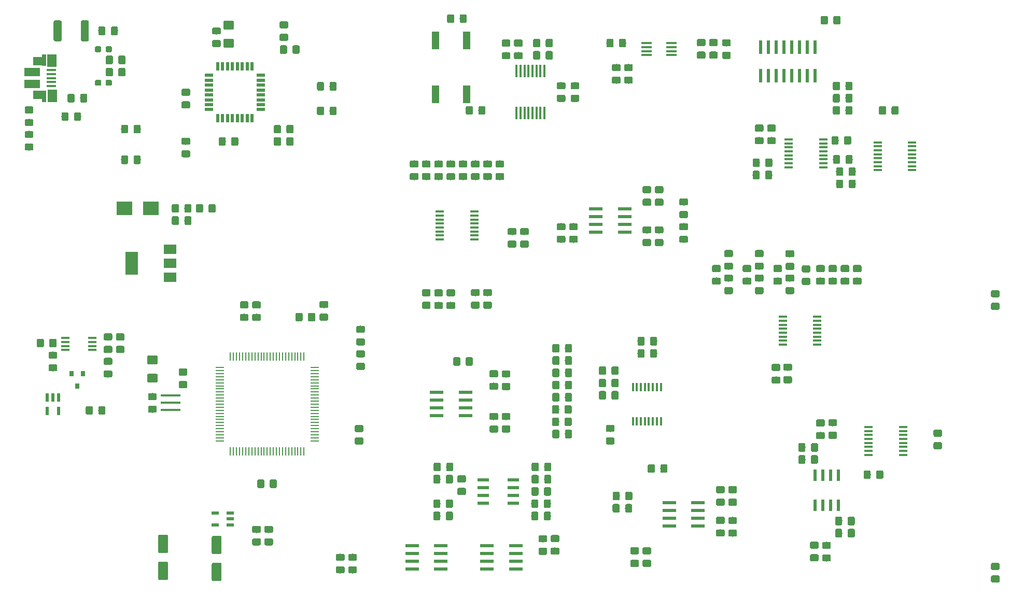
<source format=gtp>
%TF.GenerationSoftware,KiCad,Pcbnew,(5.1.0-0)*%
%TF.CreationDate,2019-08-26T10:00:44-05:00*%
%TF.ProjectId,impedance_777,696d7065-6461-46e6-9365-5f3737372e6b,1*%
%TF.SameCoordinates,Original*%
%TF.FileFunction,Paste,Top*%
%TF.FilePolarity,Positive*%
%FSLAX46Y46*%
G04 Gerber Fmt 4.6, Leading zero omitted, Abs format (unit mm)*
G04 Created by KiCad (PCBNEW (5.1.0-0)) date 2019-08-26 10:00:44*
%MOMM*%
%LPD*%
G04 APERTURE LIST*
%ADD10R,2.000000X1.350000*%
%ADD11R,0.700000X1.825000*%
%ADD12R,1.500000X2.000000*%
%ADD13R,1.650000X0.400000*%
%ADD14R,2.500000X1.430000*%
%ADD15R,0.239400X1.461999*%
%ADD16R,1.461999X0.239400*%
%ADD17R,1.461999X0.364800*%
%ADD18R,0.558800X2.184400*%
%ADD19R,1.300000X3.000000*%
%ADD20C,0.100000*%
%ADD21C,1.150000*%
%ADD22R,2.000000X1.500000*%
%ADD23R,2.000000X3.800000*%
%ADD24R,2.500000X2.300000*%
%ADD25C,1.425000*%
%ADD26C,1.300000*%
%ADD27R,0.800000X0.900000*%
%ADD28C,0.950000*%
%ADD29R,3.200000X0.400000*%
%ADD30R,0.517200X1.461999*%
%ADD31R,1.461999X0.517200*%
%ADD32R,2.173199X0.568000*%
%ADD33R,1.270000X0.558800*%
%ADD34R,0.431800X2.057400*%
%ADD35R,1.411199X0.441000*%
%ADD36R,0.568000X1.461999*%
%ADD37R,2.168798X0.568000*%
%ADD38R,0.568000X1.969999*%
%ADD39R,1.969999X0.568000*%
%ADD40R,1.766799X0.441000*%
%ADD41R,0.364800X1.461999*%
%ADD42C,1.600000*%
%ADD43R,1.461200X0.350800*%
G04 APERTURE END LIST*
D10*
X65815000Y-73475000D03*
X65815000Y-67995000D03*
D11*
X66565000Y-67775000D03*
X66565000Y-73725000D03*
D12*
X67865000Y-67875000D03*
X67885000Y-73625000D03*
D13*
X67765000Y-69425000D03*
X67765000Y-70075000D03*
X67765000Y-70725000D03*
X67765000Y-71375000D03*
X67765000Y-72025000D03*
D14*
X64615000Y-69765000D03*
X64615000Y-71685000D03*
D15*
X109000001Y-116253000D03*
X108499999Y-116253000D03*
X108000000Y-116253000D03*
X107500001Y-116253000D03*
X107000000Y-116253000D03*
X106500001Y-116253000D03*
X105999999Y-116253000D03*
X105500000Y-116253000D03*
X105000001Y-116253000D03*
X104500000Y-116253000D03*
X104000001Y-116253000D03*
X103500002Y-116253000D03*
X103000000Y-116253000D03*
X102500001Y-116253000D03*
X101999999Y-116253000D03*
X101500000Y-116253000D03*
X101000001Y-116253000D03*
X100500000Y-116253000D03*
X100000001Y-116253000D03*
X99499999Y-116253000D03*
X99000000Y-116253000D03*
X98500001Y-116253000D03*
X98000000Y-116253000D03*
X97500001Y-116253000D03*
X96999999Y-116253000D03*
D16*
X95253000Y-117999999D03*
X95253000Y-118500001D03*
X95253000Y-119000000D03*
X95253000Y-119499999D03*
X95253000Y-120000000D03*
X95253000Y-120499999D03*
X95253000Y-121000001D03*
X95253000Y-121500000D03*
X95253000Y-121999999D03*
X95253000Y-122500000D03*
X95253000Y-122999999D03*
X95253000Y-123500001D03*
X95253000Y-124000000D03*
X95253000Y-124499999D03*
X95253000Y-125000001D03*
X95253000Y-125500000D03*
X95253000Y-126000001D03*
X95253000Y-126500000D03*
X95253000Y-126999999D03*
X95253000Y-127500001D03*
X95253000Y-128000000D03*
X95253000Y-128500001D03*
X95253000Y-129000000D03*
X95253000Y-129499999D03*
X95253000Y-130000001D03*
D15*
X96999999Y-131747000D03*
X97500001Y-131747000D03*
X98000000Y-131747000D03*
X98499999Y-131747000D03*
X99000000Y-131747000D03*
X99499999Y-131747000D03*
X100000001Y-131747000D03*
X100500000Y-131747000D03*
X100999999Y-131747000D03*
X101500000Y-131747000D03*
X101999999Y-131747000D03*
X102500001Y-131747000D03*
X103000000Y-131747000D03*
X103499999Y-131747000D03*
X104000001Y-131747000D03*
X104500000Y-131747000D03*
X105000001Y-131747000D03*
X105500000Y-131747000D03*
X105999999Y-131747000D03*
X106500001Y-131747000D03*
X107000000Y-131747000D03*
X107500001Y-131747000D03*
X108000000Y-131747000D03*
X108499999Y-131747000D03*
X109000001Y-131747000D03*
D16*
X110747000Y-130000001D03*
X110747000Y-129499999D03*
X110747000Y-129000000D03*
X110747000Y-128500001D03*
X110747000Y-128000000D03*
X110747000Y-127500001D03*
X110747000Y-126999999D03*
X110747000Y-126500000D03*
X110747000Y-126000001D03*
X110747000Y-125500000D03*
X110747000Y-125000001D03*
X110747000Y-124499999D03*
X110747000Y-124000000D03*
X110747000Y-123500001D03*
X110747000Y-122999999D03*
X110747000Y-122500000D03*
X110747000Y-121999999D03*
X110747000Y-121500000D03*
X110747000Y-121000001D03*
X110747000Y-120499999D03*
X110747000Y-120000000D03*
X110747000Y-119499999D03*
X110747000Y-119000000D03*
X110747000Y-118500001D03*
X110747000Y-117999999D03*
D17*
X131162280Y-92533482D03*
X131162280Y-93183480D03*
X131162280Y-93833482D03*
X131162280Y-94483480D03*
X131162280Y-95133479D03*
X131162280Y-95783480D03*
X131162280Y-96433479D03*
X131162280Y-97083480D03*
X136801080Y-97083480D03*
X136801080Y-96433482D03*
X136801080Y-95783480D03*
X136801080Y-95133482D03*
X136801080Y-94483483D03*
X136801080Y-93833482D03*
X136801080Y-93183483D03*
X136801080Y-92533482D03*
D18*
X192445000Y-65637800D03*
X191175000Y-65637800D03*
X189905000Y-65637800D03*
X188635000Y-65637800D03*
X187365000Y-65637800D03*
X186095000Y-65637800D03*
X184825000Y-65637800D03*
X183555000Y-65637800D03*
X183555000Y-70362200D03*
X184825000Y-70362200D03*
X186095000Y-70362200D03*
X187365000Y-70362200D03*
X188635000Y-70362200D03*
X189905000Y-70362200D03*
X191175000Y-70362200D03*
X192445000Y-70362200D03*
D19*
X135540000Y-73400000D03*
X130460000Y-73400000D03*
X130460000Y-64600000D03*
X135540000Y-64600000D03*
D20*
G36*
X145481185Y-95209685D02*
G01*
X145505453Y-95213285D01*
X145529252Y-95219246D01*
X145552351Y-95227511D01*
X145574530Y-95238001D01*
X145595573Y-95250613D01*
X145615279Y-95265228D01*
X145633457Y-95281704D01*
X145649933Y-95299882D01*
X145664548Y-95319588D01*
X145677160Y-95340631D01*
X145687650Y-95362810D01*
X145695915Y-95385909D01*
X145701876Y-95409708D01*
X145705476Y-95433976D01*
X145706680Y-95458480D01*
X145706680Y-96108482D01*
X145705476Y-96132986D01*
X145701876Y-96157254D01*
X145695915Y-96181053D01*
X145687650Y-96204152D01*
X145677160Y-96226331D01*
X145664548Y-96247374D01*
X145649933Y-96267080D01*
X145633457Y-96285258D01*
X145615279Y-96301734D01*
X145595573Y-96316349D01*
X145574530Y-96328961D01*
X145552351Y-96339451D01*
X145529252Y-96347716D01*
X145505453Y-96353677D01*
X145481185Y-96357277D01*
X145456681Y-96358481D01*
X144556679Y-96358481D01*
X144532175Y-96357277D01*
X144507907Y-96353677D01*
X144484108Y-96347716D01*
X144461009Y-96339451D01*
X144438830Y-96328961D01*
X144417787Y-96316349D01*
X144398081Y-96301734D01*
X144379903Y-96285258D01*
X144363427Y-96267080D01*
X144348812Y-96247374D01*
X144336200Y-96226331D01*
X144325710Y-96204152D01*
X144317445Y-96181053D01*
X144311484Y-96157254D01*
X144307884Y-96132986D01*
X144306680Y-96108482D01*
X144306680Y-95458480D01*
X144307884Y-95433976D01*
X144311484Y-95409708D01*
X144317445Y-95385909D01*
X144325710Y-95362810D01*
X144336200Y-95340631D01*
X144348812Y-95319588D01*
X144363427Y-95299882D01*
X144379903Y-95281704D01*
X144398081Y-95265228D01*
X144417787Y-95250613D01*
X144438830Y-95238001D01*
X144461009Y-95227511D01*
X144484108Y-95219246D01*
X144507907Y-95213285D01*
X144532175Y-95209685D01*
X144556679Y-95208481D01*
X145456681Y-95208481D01*
X145481185Y-95209685D01*
X145481185Y-95209685D01*
G37*
D21*
X145006680Y-95783481D03*
D20*
G36*
X145481185Y-97259685D02*
G01*
X145505453Y-97263285D01*
X145529252Y-97269246D01*
X145552351Y-97277511D01*
X145574530Y-97288001D01*
X145595573Y-97300613D01*
X145615279Y-97315228D01*
X145633457Y-97331704D01*
X145649933Y-97349882D01*
X145664548Y-97369588D01*
X145677160Y-97390631D01*
X145687650Y-97412810D01*
X145695915Y-97435909D01*
X145701876Y-97459708D01*
X145705476Y-97483976D01*
X145706680Y-97508480D01*
X145706680Y-98158482D01*
X145705476Y-98182986D01*
X145701876Y-98207254D01*
X145695915Y-98231053D01*
X145687650Y-98254152D01*
X145677160Y-98276331D01*
X145664548Y-98297374D01*
X145649933Y-98317080D01*
X145633457Y-98335258D01*
X145615279Y-98351734D01*
X145595573Y-98366349D01*
X145574530Y-98378961D01*
X145552351Y-98389451D01*
X145529252Y-98397716D01*
X145505453Y-98403677D01*
X145481185Y-98407277D01*
X145456681Y-98408481D01*
X144556679Y-98408481D01*
X144532175Y-98407277D01*
X144507907Y-98403677D01*
X144484108Y-98397716D01*
X144461009Y-98389451D01*
X144438830Y-98378961D01*
X144417787Y-98366349D01*
X144398081Y-98351734D01*
X144379903Y-98335258D01*
X144363427Y-98317080D01*
X144348812Y-98297374D01*
X144336200Y-98276331D01*
X144325710Y-98254152D01*
X144317445Y-98231053D01*
X144311484Y-98207254D01*
X144307884Y-98182986D01*
X144306680Y-98158482D01*
X144306680Y-97508480D01*
X144307884Y-97483976D01*
X144311484Y-97459708D01*
X144317445Y-97435909D01*
X144325710Y-97412810D01*
X144336200Y-97390631D01*
X144348812Y-97369588D01*
X144363427Y-97349882D01*
X144379903Y-97331704D01*
X144398081Y-97315228D01*
X144417787Y-97300613D01*
X144438830Y-97288001D01*
X144461009Y-97277511D01*
X144484108Y-97269246D01*
X144507907Y-97263285D01*
X144532175Y-97259685D01*
X144556679Y-97258481D01*
X145456681Y-97258481D01*
X145481185Y-97259685D01*
X145481185Y-97259685D01*
G37*
D21*
X145006680Y-97833481D03*
D20*
G36*
X80061560Y-78363312D02*
G01*
X80085828Y-78366912D01*
X80109627Y-78372873D01*
X80132726Y-78381138D01*
X80154905Y-78391628D01*
X80175948Y-78404240D01*
X80195654Y-78418855D01*
X80213832Y-78435331D01*
X80230308Y-78453509D01*
X80244923Y-78473215D01*
X80257535Y-78494258D01*
X80268025Y-78516437D01*
X80276290Y-78539536D01*
X80282251Y-78563335D01*
X80285851Y-78587603D01*
X80287055Y-78612107D01*
X80287055Y-79512109D01*
X80285851Y-79536613D01*
X80282251Y-79560881D01*
X80276290Y-79584680D01*
X80268025Y-79607779D01*
X80257535Y-79629958D01*
X80244923Y-79651001D01*
X80230308Y-79670707D01*
X80213832Y-79688885D01*
X80195654Y-79705361D01*
X80175948Y-79719976D01*
X80154905Y-79732588D01*
X80132726Y-79743078D01*
X80109627Y-79751343D01*
X80085828Y-79757304D01*
X80061560Y-79760904D01*
X80037056Y-79762108D01*
X79387054Y-79762108D01*
X79362550Y-79760904D01*
X79338282Y-79757304D01*
X79314483Y-79751343D01*
X79291384Y-79743078D01*
X79269205Y-79732588D01*
X79248162Y-79719976D01*
X79228456Y-79705361D01*
X79210278Y-79688885D01*
X79193802Y-79670707D01*
X79179187Y-79651001D01*
X79166575Y-79629958D01*
X79156085Y-79607779D01*
X79147820Y-79584680D01*
X79141859Y-79560881D01*
X79138259Y-79536613D01*
X79137055Y-79512109D01*
X79137055Y-78612107D01*
X79138259Y-78587603D01*
X79141859Y-78563335D01*
X79147820Y-78539536D01*
X79156085Y-78516437D01*
X79166575Y-78494258D01*
X79179187Y-78473215D01*
X79193802Y-78453509D01*
X79210278Y-78435331D01*
X79228456Y-78418855D01*
X79248162Y-78404240D01*
X79269205Y-78391628D01*
X79291384Y-78381138D01*
X79314483Y-78372873D01*
X79338282Y-78366912D01*
X79362550Y-78363312D01*
X79387054Y-78362108D01*
X80037056Y-78362108D01*
X80061560Y-78363312D01*
X80061560Y-78363312D01*
G37*
D21*
X79712055Y-79062108D03*
D20*
G36*
X82111560Y-78363312D02*
G01*
X82135828Y-78366912D01*
X82159627Y-78372873D01*
X82182726Y-78381138D01*
X82204905Y-78391628D01*
X82225948Y-78404240D01*
X82245654Y-78418855D01*
X82263832Y-78435331D01*
X82280308Y-78453509D01*
X82294923Y-78473215D01*
X82307535Y-78494258D01*
X82318025Y-78516437D01*
X82326290Y-78539536D01*
X82332251Y-78563335D01*
X82335851Y-78587603D01*
X82337055Y-78612107D01*
X82337055Y-79512109D01*
X82335851Y-79536613D01*
X82332251Y-79560881D01*
X82326290Y-79584680D01*
X82318025Y-79607779D01*
X82307535Y-79629958D01*
X82294923Y-79651001D01*
X82280308Y-79670707D01*
X82263832Y-79688885D01*
X82245654Y-79705361D01*
X82225948Y-79719976D01*
X82204905Y-79732588D01*
X82182726Y-79743078D01*
X82159627Y-79751343D01*
X82135828Y-79757304D01*
X82111560Y-79760904D01*
X82087056Y-79762108D01*
X81437054Y-79762108D01*
X81412550Y-79760904D01*
X81388282Y-79757304D01*
X81364483Y-79751343D01*
X81341384Y-79743078D01*
X81319205Y-79732588D01*
X81298162Y-79719976D01*
X81278456Y-79705361D01*
X81260278Y-79688885D01*
X81243802Y-79670707D01*
X81229187Y-79651001D01*
X81216575Y-79629958D01*
X81206085Y-79607779D01*
X81197820Y-79584680D01*
X81191859Y-79560881D01*
X81188259Y-79536613D01*
X81187055Y-79512109D01*
X81187055Y-78612107D01*
X81188259Y-78587603D01*
X81191859Y-78563335D01*
X81197820Y-78539536D01*
X81206085Y-78516437D01*
X81216575Y-78494258D01*
X81229187Y-78473215D01*
X81243802Y-78453509D01*
X81260278Y-78435331D01*
X81278456Y-78418855D01*
X81298162Y-78404240D01*
X81319205Y-78391628D01*
X81341384Y-78381138D01*
X81364483Y-78372873D01*
X81388282Y-78366912D01*
X81412550Y-78363312D01*
X81437054Y-78362108D01*
X82087056Y-78362108D01*
X82111560Y-78363312D01*
X82111560Y-78363312D01*
G37*
D21*
X81762055Y-79062108D03*
D20*
G36*
X80061560Y-83363312D02*
G01*
X80085828Y-83366912D01*
X80109627Y-83372873D01*
X80132726Y-83381138D01*
X80154905Y-83391628D01*
X80175948Y-83404240D01*
X80195654Y-83418855D01*
X80213832Y-83435331D01*
X80230308Y-83453509D01*
X80244923Y-83473215D01*
X80257535Y-83494258D01*
X80268025Y-83516437D01*
X80276290Y-83539536D01*
X80282251Y-83563335D01*
X80285851Y-83587603D01*
X80287055Y-83612107D01*
X80287055Y-84512109D01*
X80285851Y-84536613D01*
X80282251Y-84560881D01*
X80276290Y-84584680D01*
X80268025Y-84607779D01*
X80257535Y-84629958D01*
X80244923Y-84651001D01*
X80230308Y-84670707D01*
X80213832Y-84688885D01*
X80195654Y-84705361D01*
X80175948Y-84719976D01*
X80154905Y-84732588D01*
X80132726Y-84743078D01*
X80109627Y-84751343D01*
X80085828Y-84757304D01*
X80061560Y-84760904D01*
X80037056Y-84762108D01*
X79387054Y-84762108D01*
X79362550Y-84760904D01*
X79338282Y-84757304D01*
X79314483Y-84751343D01*
X79291384Y-84743078D01*
X79269205Y-84732588D01*
X79248162Y-84719976D01*
X79228456Y-84705361D01*
X79210278Y-84688885D01*
X79193802Y-84670707D01*
X79179187Y-84651001D01*
X79166575Y-84629958D01*
X79156085Y-84607779D01*
X79147820Y-84584680D01*
X79141859Y-84560881D01*
X79138259Y-84536613D01*
X79137055Y-84512109D01*
X79137055Y-83612107D01*
X79138259Y-83587603D01*
X79141859Y-83563335D01*
X79147820Y-83539536D01*
X79156085Y-83516437D01*
X79166575Y-83494258D01*
X79179187Y-83473215D01*
X79193802Y-83453509D01*
X79210278Y-83435331D01*
X79228456Y-83418855D01*
X79248162Y-83404240D01*
X79269205Y-83391628D01*
X79291384Y-83381138D01*
X79314483Y-83372873D01*
X79338282Y-83366912D01*
X79362550Y-83363312D01*
X79387054Y-83362108D01*
X80037056Y-83362108D01*
X80061560Y-83363312D01*
X80061560Y-83363312D01*
G37*
D21*
X79712055Y-84062108D03*
D20*
G36*
X82111560Y-83363312D02*
G01*
X82135828Y-83366912D01*
X82159627Y-83372873D01*
X82182726Y-83381138D01*
X82204905Y-83391628D01*
X82225948Y-83404240D01*
X82245654Y-83418855D01*
X82263832Y-83435331D01*
X82280308Y-83453509D01*
X82294923Y-83473215D01*
X82307535Y-83494258D01*
X82318025Y-83516437D01*
X82326290Y-83539536D01*
X82332251Y-83563335D01*
X82335851Y-83587603D01*
X82337055Y-83612107D01*
X82337055Y-84512109D01*
X82335851Y-84536613D01*
X82332251Y-84560881D01*
X82326290Y-84584680D01*
X82318025Y-84607779D01*
X82307535Y-84629958D01*
X82294923Y-84651001D01*
X82280308Y-84670707D01*
X82263832Y-84688885D01*
X82245654Y-84705361D01*
X82225948Y-84719976D01*
X82204905Y-84732588D01*
X82182726Y-84743078D01*
X82159627Y-84751343D01*
X82135828Y-84757304D01*
X82111560Y-84760904D01*
X82087056Y-84762108D01*
X81437054Y-84762108D01*
X81412550Y-84760904D01*
X81388282Y-84757304D01*
X81364483Y-84751343D01*
X81341384Y-84743078D01*
X81319205Y-84732588D01*
X81298162Y-84719976D01*
X81278456Y-84705361D01*
X81260278Y-84688885D01*
X81243802Y-84670707D01*
X81229187Y-84651001D01*
X81216575Y-84629958D01*
X81206085Y-84607779D01*
X81197820Y-84584680D01*
X81191859Y-84560881D01*
X81188259Y-84536613D01*
X81187055Y-84512109D01*
X81187055Y-83612107D01*
X81188259Y-83587603D01*
X81191859Y-83563335D01*
X81197820Y-83539536D01*
X81206085Y-83516437D01*
X81216575Y-83494258D01*
X81229187Y-83473215D01*
X81243802Y-83453509D01*
X81260278Y-83435331D01*
X81278456Y-83418855D01*
X81298162Y-83404240D01*
X81319205Y-83391628D01*
X81341384Y-83381138D01*
X81364483Y-83372873D01*
X81388282Y-83366912D01*
X81412550Y-83363312D01*
X81437054Y-83362108D01*
X82087056Y-83362108D01*
X82111560Y-83363312D01*
X82111560Y-83363312D01*
G37*
D21*
X81762055Y-84062108D03*
D20*
G36*
X96011560Y-80363312D02*
G01*
X96035828Y-80366912D01*
X96059627Y-80372873D01*
X96082726Y-80381138D01*
X96104905Y-80391628D01*
X96125948Y-80404240D01*
X96145654Y-80418855D01*
X96163832Y-80435331D01*
X96180308Y-80453509D01*
X96194923Y-80473215D01*
X96207535Y-80494258D01*
X96218025Y-80516437D01*
X96226290Y-80539536D01*
X96232251Y-80563335D01*
X96235851Y-80587603D01*
X96237055Y-80612107D01*
X96237055Y-81512109D01*
X96235851Y-81536613D01*
X96232251Y-81560881D01*
X96226290Y-81584680D01*
X96218025Y-81607779D01*
X96207535Y-81629958D01*
X96194923Y-81651001D01*
X96180308Y-81670707D01*
X96163832Y-81688885D01*
X96145654Y-81705361D01*
X96125948Y-81719976D01*
X96104905Y-81732588D01*
X96082726Y-81743078D01*
X96059627Y-81751343D01*
X96035828Y-81757304D01*
X96011560Y-81760904D01*
X95987056Y-81762108D01*
X95337054Y-81762108D01*
X95312550Y-81760904D01*
X95288282Y-81757304D01*
X95264483Y-81751343D01*
X95241384Y-81743078D01*
X95219205Y-81732588D01*
X95198162Y-81719976D01*
X95178456Y-81705361D01*
X95160278Y-81688885D01*
X95143802Y-81670707D01*
X95129187Y-81651001D01*
X95116575Y-81629958D01*
X95106085Y-81607779D01*
X95097820Y-81584680D01*
X95091859Y-81560881D01*
X95088259Y-81536613D01*
X95087055Y-81512109D01*
X95087055Y-80612107D01*
X95088259Y-80587603D01*
X95091859Y-80563335D01*
X95097820Y-80539536D01*
X95106085Y-80516437D01*
X95116575Y-80494258D01*
X95129187Y-80473215D01*
X95143802Y-80453509D01*
X95160278Y-80435331D01*
X95178456Y-80418855D01*
X95198162Y-80404240D01*
X95219205Y-80391628D01*
X95241384Y-80381138D01*
X95264483Y-80372873D01*
X95288282Y-80366912D01*
X95312550Y-80363312D01*
X95337054Y-80362108D01*
X95987056Y-80362108D01*
X96011560Y-80363312D01*
X96011560Y-80363312D01*
G37*
D21*
X95662055Y-81062108D03*
D20*
G36*
X98061560Y-80363312D02*
G01*
X98085828Y-80366912D01*
X98109627Y-80372873D01*
X98132726Y-80381138D01*
X98154905Y-80391628D01*
X98175948Y-80404240D01*
X98195654Y-80418855D01*
X98213832Y-80435331D01*
X98230308Y-80453509D01*
X98244923Y-80473215D01*
X98257535Y-80494258D01*
X98268025Y-80516437D01*
X98276290Y-80539536D01*
X98282251Y-80563335D01*
X98285851Y-80587603D01*
X98287055Y-80612107D01*
X98287055Y-81512109D01*
X98285851Y-81536613D01*
X98282251Y-81560881D01*
X98276290Y-81584680D01*
X98268025Y-81607779D01*
X98257535Y-81629958D01*
X98244923Y-81651001D01*
X98230308Y-81670707D01*
X98213832Y-81688885D01*
X98195654Y-81705361D01*
X98175948Y-81719976D01*
X98154905Y-81732588D01*
X98132726Y-81743078D01*
X98109627Y-81751343D01*
X98085828Y-81757304D01*
X98061560Y-81760904D01*
X98037056Y-81762108D01*
X97387054Y-81762108D01*
X97362550Y-81760904D01*
X97338282Y-81757304D01*
X97314483Y-81751343D01*
X97291384Y-81743078D01*
X97269205Y-81732588D01*
X97248162Y-81719976D01*
X97228456Y-81705361D01*
X97210278Y-81688885D01*
X97193802Y-81670707D01*
X97179187Y-81651001D01*
X97166575Y-81629958D01*
X97156085Y-81607779D01*
X97147820Y-81584680D01*
X97141859Y-81560881D01*
X97138259Y-81536613D01*
X97137055Y-81512109D01*
X97137055Y-80612107D01*
X97138259Y-80587603D01*
X97141859Y-80563335D01*
X97147820Y-80539536D01*
X97156085Y-80516437D01*
X97166575Y-80494258D01*
X97179187Y-80473215D01*
X97193802Y-80453509D01*
X97210278Y-80435331D01*
X97228456Y-80418855D01*
X97248162Y-80404240D01*
X97269205Y-80391628D01*
X97291384Y-80381138D01*
X97314483Y-80372873D01*
X97338282Y-80366912D01*
X97362550Y-80363312D01*
X97387054Y-80362108D01*
X98037056Y-80362108D01*
X98061560Y-80363312D01*
X98061560Y-80363312D01*
G37*
D21*
X97712055Y-81062108D03*
D20*
G36*
X68474505Y-117476204D02*
G01*
X68498773Y-117479804D01*
X68522572Y-117485765D01*
X68545671Y-117494030D01*
X68567850Y-117504520D01*
X68588893Y-117517132D01*
X68608599Y-117531747D01*
X68626777Y-117548223D01*
X68643253Y-117566401D01*
X68657868Y-117586107D01*
X68670480Y-117607150D01*
X68680970Y-117629329D01*
X68689235Y-117652428D01*
X68695196Y-117676227D01*
X68698796Y-117700495D01*
X68700000Y-117724999D01*
X68700000Y-118375001D01*
X68698796Y-118399505D01*
X68695196Y-118423773D01*
X68689235Y-118447572D01*
X68680970Y-118470671D01*
X68670480Y-118492850D01*
X68657868Y-118513893D01*
X68643253Y-118533599D01*
X68626777Y-118551777D01*
X68608599Y-118568253D01*
X68588893Y-118582868D01*
X68567850Y-118595480D01*
X68545671Y-118605970D01*
X68522572Y-118614235D01*
X68498773Y-118620196D01*
X68474505Y-118623796D01*
X68450001Y-118625000D01*
X67549999Y-118625000D01*
X67525495Y-118623796D01*
X67501227Y-118620196D01*
X67477428Y-118614235D01*
X67454329Y-118605970D01*
X67432150Y-118595480D01*
X67411107Y-118582868D01*
X67391401Y-118568253D01*
X67373223Y-118551777D01*
X67356747Y-118533599D01*
X67342132Y-118513893D01*
X67329520Y-118492850D01*
X67319030Y-118470671D01*
X67310765Y-118447572D01*
X67304804Y-118423773D01*
X67301204Y-118399505D01*
X67300000Y-118375001D01*
X67300000Y-117724999D01*
X67301204Y-117700495D01*
X67304804Y-117676227D01*
X67310765Y-117652428D01*
X67319030Y-117629329D01*
X67329520Y-117607150D01*
X67342132Y-117586107D01*
X67356747Y-117566401D01*
X67373223Y-117548223D01*
X67391401Y-117531747D01*
X67411107Y-117517132D01*
X67432150Y-117504520D01*
X67454329Y-117494030D01*
X67477428Y-117485765D01*
X67501227Y-117479804D01*
X67525495Y-117476204D01*
X67549999Y-117475000D01*
X68450001Y-117475000D01*
X68474505Y-117476204D01*
X68474505Y-117476204D01*
G37*
D21*
X68000000Y-118050000D03*
D20*
G36*
X68474505Y-115426204D02*
G01*
X68498773Y-115429804D01*
X68522572Y-115435765D01*
X68545671Y-115444030D01*
X68567850Y-115454520D01*
X68588893Y-115467132D01*
X68608599Y-115481747D01*
X68626777Y-115498223D01*
X68643253Y-115516401D01*
X68657868Y-115536107D01*
X68670480Y-115557150D01*
X68680970Y-115579329D01*
X68689235Y-115602428D01*
X68695196Y-115626227D01*
X68698796Y-115650495D01*
X68700000Y-115674999D01*
X68700000Y-116325001D01*
X68698796Y-116349505D01*
X68695196Y-116373773D01*
X68689235Y-116397572D01*
X68680970Y-116420671D01*
X68670480Y-116442850D01*
X68657868Y-116463893D01*
X68643253Y-116483599D01*
X68626777Y-116501777D01*
X68608599Y-116518253D01*
X68588893Y-116532868D01*
X68567850Y-116545480D01*
X68545671Y-116555970D01*
X68522572Y-116564235D01*
X68498773Y-116570196D01*
X68474505Y-116573796D01*
X68450001Y-116575000D01*
X67549999Y-116575000D01*
X67525495Y-116573796D01*
X67501227Y-116570196D01*
X67477428Y-116564235D01*
X67454329Y-116555970D01*
X67432150Y-116545480D01*
X67411107Y-116532868D01*
X67391401Y-116518253D01*
X67373223Y-116501777D01*
X67356747Y-116483599D01*
X67342132Y-116463893D01*
X67329520Y-116442850D01*
X67319030Y-116420671D01*
X67310765Y-116397572D01*
X67304804Y-116373773D01*
X67301204Y-116349505D01*
X67300000Y-116325001D01*
X67300000Y-115674999D01*
X67301204Y-115650495D01*
X67304804Y-115626227D01*
X67310765Y-115602428D01*
X67319030Y-115579329D01*
X67329520Y-115557150D01*
X67342132Y-115536107D01*
X67356747Y-115516401D01*
X67373223Y-115498223D01*
X67391401Y-115481747D01*
X67411107Y-115467132D01*
X67432150Y-115454520D01*
X67454329Y-115444030D01*
X67477428Y-115435765D01*
X67501227Y-115429804D01*
X67525495Y-115426204D01*
X67549999Y-115425000D01*
X68450001Y-115425000D01*
X68474505Y-115426204D01*
X68474505Y-115426204D01*
G37*
D21*
X68000000Y-116000000D03*
D20*
G36*
X108547641Y-109069549D02*
G01*
X108571909Y-109073149D01*
X108595708Y-109079110D01*
X108618807Y-109087375D01*
X108640986Y-109097865D01*
X108662029Y-109110477D01*
X108681735Y-109125092D01*
X108699913Y-109141568D01*
X108716389Y-109159746D01*
X108731004Y-109179452D01*
X108743616Y-109200495D01*
X108754106Y-109222674D01*
X108762371Y-109245773D01*
X108768332Y-109269572D01*
X108771932Y-109293840D01*
X108773136Y-109318344D01*
X108773136Y-110218346D01*
X108771932Y-110242850D01*
X108768332Y-110267118D01*
X108762371Y-110290917D01*
X108754106Y-110314016D01*
X108743616Y-110336195D01*
X108731004Y-110357238D01*
X108716389Y-110376944D01*
X108699913Y-110395122D01*
X108681735Y-110411598D01*
X108662029Y-110426213D01*
X108640986Y-110438825D01*
X108618807Y-110449315D01*
X108595708Y-110457580D01*
X108571909Y-110463541D01*
X108547641Y-110467141D01*
X108523137Y-110468345D01*
X107873135Y-110468345D01*
X107848631Y-110467141D01*
X107824363Y-110463541D01*
X107800564Y-110457580D01*
X107777465Y-110449315D01*
X107755286Y-110438825D01*
X107734243Y-110426213D01*
X107714537Y-110411598D01*
X107696359Y-110395122D01*
X107679883Y-110376944D01*
X107665268Y-110357238D01*
X107652656Y-110336195D01*
X107642166Y-110314016D01*
X107633901Y-110290917D01*
X107627940Y-110267118D01*
X107624340Y-110242850D01*
X107623136Y-110218346D01*
X107623136Y-109318344D01*
X107624340Y-109293840D01*
X107627940Y-109269572D01*
X107633901Y-109245773D01*
X107642166Y-109222674D01*
X107652656Y-109200495D01*
X107665268Y-109179452D01*
X107679883Y-109159746D01*
X107696359Y-109141568D01*
X107714537Y-109125092D01*
X107734243Y-109110477D01*
X107755286Y-109097865D01*
X107777465Y-109087375D01*
X107800564Y-109079110D01*
X107824363Y-109073149D01*
X107848631Y-109069549D01*
X107873135Y-109068345D01*
X108523137Y-109068345D01*
X108547641Y-109069549D01*
X108547641Y-109069549D01*
G37*
D21*
X108198136Y-109768345D03*
D20*
G36*
X110597641Y-109069549D02*
G01*
X110621909Y-109073149D01*
X110645708Y-109079110D01*
X110668807Y-109087375D01*
X110690986Y-109097865D01*
X110712029Y-109110477D01*
X110731735Y-109125092D01*
X110749913Y-109141568D01*
X110766389Y-109159746D01*
X110781004Y-109179452D01*
X110793616Y-109200495D01*
X110804106Y-109222674D01*
X110812371Y-109245773D01*
X110818332Y-109269572D01*
X110821932Y-109293840D01*
X110823136Y-109318344D01*
X110823136Y-110218346D01*
X110821932Y-110242850D01*
X110818332Y-110267118D01*
X110812371Y-110290917D01*
X110804106Y-110314016D01*
X110793616Y-110336195D01*
X110781004Y-110357238D01*
X110766389Y-110376944D01*
X110749913Y-110395122D01*
X110731735Y-110411598D01*
X110712029Y-110426213D01*
X110690986Y-110438825D01*
X110668807Y-110449315D01*
X110645708Y-110457580D01*
X110621909Y-110463541D01*
X110597641Y-110467141D01*
X110573137Y-110468345D01*
X109923135Y-110468345D01*
X109898631Y-110467141D01*
X109874363Y-110463541D01*
X109850564Y-110457580D01*
X109827465Y-110449315D01*
X109805286Y-110438825D01*
X109784243Y-110426213D01*
X109764537Y-110411598D01*
X109746359Y-110395122D01*
X109729883Y-110376944D01*
X109715268Y-110357238D01*
X109702656Y-110336195D01*
X109692166Y-110314016D01*
X109683901Y-110290917D01*
X109677940Y-110267118D01*
X109674340Y-110242850D01*
X109673136Y-110218346D01*
X109673136Y-109318344D01*
X109674340Y-109293840D01*
X109677940Y-109269572D01*
X109683901Y-109245773D01*
X109692166Y-109222674D01*
X109702656Y-109200495D01*
X109715268Y-109179452D01*
X109729883Y-109159746D01*
X109746359Y-109141568D01*
X109764537Y-109125092D01*
X109784243Y-109110477D01*
X109805286Y-109097865D01*
X109827465Y-109087375D01*
X109850564Y-109079110D01*
X109874363Y-109073149D01*
X109898631Y-109069549D01*
X109923135Y-109068345D01*
X110573137Y-109068345D01*
X110597641Y-109069549D01*
X110597641Y-109069549D01*
G37*
D21*
X110248136Y-109768345D03*
D20*
G36*
X104349505Y-136301204D02*
G01*
X104373773Y-136304804D01*
X104397572Y-136310765D01*
X104420671Y-136319030D01*
X104442850Y-136329520D01*
X104463893Y-136342132D01*
X104483599Y-136356747D01*
X104501777Y-136373223D01*
X104518253Y-136391401D01*
X104532868Y-136411107D01*
X104545480Y-136432150D01*
X104555970Y-136454329D01*
X104564235Y-136477428D01*
X104570196Y-136501227D01*
X104573796Y-136525495D01*
X104575000Y-136549999D01*
X104575000Y-137450001D01*
X104573796Y-137474505D01*
X104570196Y-137498773D01*
X104564235Y-137522572D01*
X104555970Y-137545671D01*
X104545480Y-137567850D01*
X104532868Y-137588893D01*
X104518253Y-137608599D01*
X104501777Y-137626777D01*
X104483599Y-137643253D01*
X104463893Y-137657868D01*
X104442850Y-137670480D01*
X104420671Y-137680970D01*
X104397572Y-137689235D01*
X104373773Y-137695196D01*
X104349505Y-137698796D01*
X104325001Y-137700000D01*
X103674999Y-137700000D01*
X103650495Y-137698796D01*
X103626227Y-137695196D01*
X103602428Y-137689235D01*
X103579329Y-137680970D01*
X103557150Y-137670480D01*
X103536107Y-137657868D01*
X103516401Y-137643253D01*
X103498223Y-137626777D01*
X103481747Y-137608599D01*
X103467132Y-137588893D01*
X103454520Y-137567850D01*
X103444030Y-137545671D01*
X103435765Y-137522572D01*
X103429804Y-137498773D01*
X103426204Y-137474505D01*
X103425000Y-137450001D01*
X103425000Y-136549999D01*
X103426204Y-136525495D01*
X103429804Y-136501227D01*
X103435765Y-136477428D01*
X103444030Y-136454329D01*
X103454520Y-136432150D01*
X103467132Y-136411107D01*
X103481747Y-136391401D01*
X103498223Y-136373223D01*
X103516401Y-136356747D01*
X103536107Y-136342132D01*
X103557150Y-136329520D01*
X103579329Y-136319030D01*
X103602428Y-136310765D01*
X103626227Y-136304804D01*
X103650495Y-136301204D01*
X103674999Y-136300000D01*
X104325001Y-136300000D01*
X104349505Y-136301204D01*
X104349505Y-136301204D01*
G37*
D21*
X104000000Y-137000000D03*
D20*
G36*
X102299505Y-136301204D02*
G01*
X102323773Y-136304804D01*
X102347572Y-136310765D01*
X102370671Y-136319030D01*
X102392850Y-136329520D01*
X102413893Y-136342132D01*
X102433599Y-136356747D01*
X102451777Y-136373223D01*
X102468253Y-136391401D01*
X102482868Y-136411107D01*
X102495480Y-136432150D01*
X102505970Y-136454329D01*
X102514235Y-136477428D01*
X102520196Y-136501227D01*
X102523796Y-136525495D01*
X102525000Y-136549999D01*
X102525000Y-137450001D01*
X102523796Y-137474505D01*
X102520196Y-137498773D01*
X102514235Y-137522572D01*
X102505970Y-137545671D01*
X102495480Y-137567850D01*
X102482868Y-137588893D01*
X102468253Y-137608599D01*
X102451777Y-137626777D01*
X102433599Y-137643253D01*
X102413893Y-137657868D01*
X102392850Y-137670480D01*
X102370671Y-137680970D01*
X102347572Y-137689235D01*
X102323773Y-137695196D01*
X102299505Y-137698796D01*
X102275001Y-137700000D01*
X101624999Y-137700000D01*
X101600495Y-137698796D01*
X101576227Y-137695196D01*
X101552428Y-137689235D01*
X101529329Y-137680970D01*
X101507150Y-137670480D01*
X101486107Y-137657868D01*
X101466401Y-137643253D01*
X101448223Y-137626777D01*
X101431747Y-137608599D01*
X101417132Y-137588893D01*
X101404520Y-137567850D01*
X101394030Y-137545671D01*
X101385765Y-137522572D01*
X101379804Y-137498773D01*
X101376204Y-137474505D01*
X101375000Y-137450001D01*
X101375000Y-136549999D01*
X101376204Y-136525495D01*
X101379804Y-136501227D01*
X101385765Y-136477428D01*
X101394030Y-136454329D01*
X101404520Y-136432150D01*
X101417132Y-136411107D01*
X101431747Y-136391401D01*
X101448223Y-136373223D01*
X101466401Y-136356747D01*
X101486107Y-136342132D01*
X101507150Y-136329520D01*
X101529329Y-136319030D01*
X101552428Y-136310765D01*
X101576227Y-136304804D01*
X101600495Y-136301204D01*
X101624999Y-136300000D01*
X102275001Y-136300000D01*
X102299505Y-136301204D01*
X102299505Y-136301204D01*
G37*
D21*
X101950000Y-137000000D03*
D20*
G36*
X108061560Y-65363312D02*
G01*
X108085828Y-65366912D01*
X108109627Y-65372873D01*
X108132726Y-65381138D01*
X108154905Y-65391628D01*
X108175948Y-65404240D01*
X108195654Y-65418855D01*
X108213832Y-65435331D01*
X108230308Y-65453509D01*
X108244923Y-65473215D01*
X108257535Y-65494258D01*
X108268025Y-65516437D01*
X108276290Y-65539536D01*
X108282251Y-65563335D01*
X108285851Y-65587603D01*
X108287055Y-65612107D01*
X108287055Y-66512109D01*
X108285851Y-66536613D01*
X108282251Y-66560881D01*
X108276290Y-66584680D01*
X108268025Y-66607779D01*
X108257535Y-66629958D01*
X108244923Y-66651001D01*
X108230308Y-66670707D01*
X108213832Y-66688885D01*
X108195654Y-66705361D01*
X108175948Y-66719976D01*
X108154905Y-66732588D01*
X108132726Y-66743078D01*
X108109627Y-66751343D01*
X108085828Y-66757304D01*
X108061560Y-66760904D01*
X108037056Y-66762108D01*
X107387054Y-66762108D01*
X107362550Y-66760904D01*
X107338282Y-66757304D01*
X107314483Y-66751343D01*
X107291384Y-66743078D01*
X107269205Y-66732588D01*
X107248162Y-66719976D01*
X107228456Y-66705361D01*
X107210278Y-66688885D01*
X107193802Y-66670707D01*
X107179187Y-66651001D01*
X107166575Y-66629958D01*
X107156085Y-66607779D01*
X107147820Y-66584680D01*
X107141859Y-66560881D01*
X107138259Y-66536613D01*
X107137055Y-66512109D01*
X107137055Y-65612107D01*
X107138259Y-65587603D01*
X107141859Y-65563335D01*
X107147820Y-65539536D01*
X107156085Y-65516437D01*
X107166575Y-65494258D01*
X107179187Y-65473215D01*
X107193802Y-65453509D01*
X107210278Y-65435331D01*
X107228456Y-65418855D01*
X107248162Y-65404240D01*
X107269205Y-65391628D01*
X107291384Y-65381138D01*
X107314483Y-65372873D01*
X107338282Y-65366912D01*
X107362550Y-65363312D01*
X107387054Y-65362108D01*
X108037056Y-65362108D01*
X108061560Y-65363312D01*
X108061560Y-65363312D01*
G37*
D21*
X107712055Y-66062108D03*
D20*
G36*
X106011560Y-65363312D02*
G01*
X106035828Y-65366912D01*
X106059627Y-65372873D01*
X106082726Y-65381138D01*
X106104905Y-65391628D01*
X106125948Y-65404240D01*
X106145654Y-65418855D01*
X106163832Y-65435331D01*
X106180308Y-65453509D01*
X106194923Y-65473215D01*
X106207535Y-65494258D01*
X106218025Y-65516437D01*
X106226290Y-65539536D01*
X106232251Y-65563335D01*
X106235851Y-65587603D01*
X106237055Y-65612107D01*
X106237055Y-66512109D01*
X106235851Y-66536613D01*
X106232251Y-66560881D01*
X106226290Y-66584680D01*
X106218025Y-66607779D01*
X106207535Y-66629958D01*
X106194923Y-66651001D01*
X106180308Y-66670707D01*
X106163832Y-66688885D01*
X106145654Y-66705361D01*
X106125948Y-66719976D01*
X106104905Y-66732588D01*
X106082726Y-66743078D01*
X106059627Y-66751343D01*
X106035828Y-66757304D01*
X106011560Y-66760904D01*
X105987056Y-66762108D01*
X105337054Y-66762108D01*
X105312550Y-66760904D01*
X105288282Y-66757304D01*
X105264483Y-66751343D01*
X105241384Y-66743078D01*
X105219205Y-66732588D01*
X105198162Y-66719976D01*
X105178456Y-66705361D01*
X105160278Y-66688885D01*
X105143802Y-66670707D01*
X105129187Y-66651001D01*
X105116575Y-66629958D01*
X105106085Y-66607779D01*
X105097820Y-66584680D01*
X105091859Y-66560881D01*
X105088259Y-66536613D01*
X105087055Y-66512109D01*
X105087055Y-65612107D01*
X105088259Y-65587603D01*
X105091859Y-65563335D01*
X105097820Y-65539536D01*
X105106085Y-65516437D01*
X105116575Y-65494258D01*
X105129187Y-65473215D01*
X105143802Y-65453509D01*
X105160278Y-65435331D01*
X105178456Y-65418855D01*
X105198162Y-65404240D01*
X105219205Y-65391628D01*
X105241384Y-65381138D01*
X105264483Y-65372873D01*
X105288282Y-65366912D01*
X105312550Y-65363312D01*
X105337054Y-65362108D01*
X105987056Y-65362108D01*
X106011560Y-65363312D01*
X106011560Y-65363312D01*
G37*
D21*
X105662055Y-66062108D03*
D20*
G36*
X90399505Y-93301204D02*
G01*
X90423773Y-93304804D01*
X90447572Y-93310765D01*
X90470671Y-93319030D01*
X90492850Y-93329520D01*
X90513893Y-93342132D01*
X90533599Y-93356747D01*
X90551777Y-93373223D01*
X90568253Y-93391401D01*
X90582868Y-93411107D01*
X90595480Y-93432150D01*
X90605970Y-93454329D01*
X90614235Y-93477428D01*
X90620196Y-93501227D01*
X90623796Y-93525495D01*
X90625000Y-93549999D01*
X90625000Y-94450001D01*
X90623796Y-94474505D01*
X90620196Y-94498773D01*
X90614235Y-94522572D01*
X90605970Y-94545671D01*
X90595480Y-94567850D01*
X90582868Y-94588893D01*
X90568253Y-94608599D01*
X90551777Y-94626777D01*
X90533599Y-94643253D01*
X90513893Y-94657868D01*
X90492850Y-94670480D01*
X90470671Y-94680970D01*
X90447572Y-94689235D01*
X90423773Y-94695196D01*
X90399505Y-94698796D01*
X90375001Y-94700000D01*
X89724999Y-94700000D01*
X89700495Y-94698796D01*
X89676227Y-94695196D01*
X89652428Y-94689235D01*
X89629329Y-94680970D01*
X89607150Y-94670480D01*
X89586107Y-94657868D01*
X89566401Y-94643253D01*
X89548223Y-94626777D01*
X89531747Y-94608599D01*
X89517132Y-94588893D01*
X89504520Y-94567850D01*
X89494030Y-94545671D01*
X89485765Y-94522572D01*
X89479804Y-94498773D01*
X89476204Y-94474505D01*
X89475000Y-94450001D01*
X89475000Y-93549999D01*
X89476204Y-93525495D01*
X89479804Y-93501227D01*
X89485765Y-93477428D01*
X89494030Y-93454329D01*
X89504520Y-93432150D01*
X89517132Y-93411107D01*
X89531747Y-93391401D01*
X89548223Y-93373223D01*
X89566401Y-93356747D01*
X89586107Y-93342132D01*
X89607150Y-93329520D01*
X89629329Y-93319030D01*
X89652428Y-93310765D01*
X89676227Y-93304804D01*
X89700495Y-93301204D01*
X89724999Y-93300000D01*
X90375001Y-93300000D01*
X90399505Y-93301204D01*
X90399505Y-93301204D01*
G37*
D21*
X90050000Y-94000000D03*
D20*
G36*
X88349505Y-93301204D02*
G01*
X88373773Y-93304804D01*
X88397572Y-93310765D01*
X88420671Y-93319030D01*
X88442850Y-93329520D01*
X88463893Y-93342132D01*
X88483599Y-93356747D01*
X88501777Y-93373223D01*
X88518253Y-93391401D01*
X88532868Y-93411107D01*
X88545480Y-93432150D01*
X88555970Y-93454329D01*
X88564235Y-93477428D01*
X88570196Y-93501227D01*
X88573796Y-93525495D01*
X88575000Y-93549999D01*
X88575000Y-94450001D01*
X88573796Y-94474505D01*
X88570196Y-94498773D01*
X88564235Y-94522572D01*
X88555970Y-94545671D01*
X88545480Y-94567850D01*
X88532868Y-94588893D01*
X88518253Y-94608599D01*
X88501777Y-94626777D01*
X88483599Y-94643253D01*
X88463893Y-94657868D01*
X88442850Y-94670480D01*
X88420671Y-94680970D01*
X88397572Y-94689235D01*
X88373773Y-94695196D01*
X88349505Y-94698796D01*
X88325001Y-94700000D01*
X87674999Y-94700000D01*
X87650495Y-94698796D01*
X87626227Y-94695196D01*
X87602428Y-94689235D01*
X87579329Y-94680970D01*
X87557150Y-94670480D01*
X87536107Y-94657868D01*
X87516401Y-94643253D01*
X87498223Y-94626777D01*
X87481747Y-94608599D01*
X87467132Y-94588893D01*
X87454520Y-94567850D01*
X87444030Y-94545671D01*
X87435765Y-94522572D01*
X87429804Y-94498773D01*
X87426204Y-94474505D01*
X87425000Y-94450001D01*
X87425000Y-93549999D01*
X87426204Y-93525495D01*
X87429804Y-93501227D01*
X87435765Y-93477428D01*
X87444030Y-93454329D01*
X87454520Y-93432150D01*
X87467132Y-93411107D01*
X87481747Y-93391401D01*
X87498223Y-93373223D01*
X87516401Y-93356747D01*
X87536107Y-93342132D01*
X87557150Y-93329520D01*
X87579329Y-93319030D01*
X87602428Y-93310765D01*
X87626227Y-93304804D01*
X87650495Y-93301204D01*
X87674999Y-93300000D01*
X88325001Y-93300000D01*
X88349505Y-93301204D01*
X88349505Y-93301204D01*
G37*
D21*
X88000000Y-94000000D03*
D20*
G36*
X115408015Y-148433136D02*
G01*
X115432283Y-148436736D01*
X115456082Y-148442697D01*
X115479181Y-148450962D01*
X115501360Y-148461452D01*
X115522403Y-148474064D01*
X115542109Y-148488679D01*
X115560287Y-148505155D01*
X115576763Y-148523333D01*
X115591378Y-148543039D01*
X115603990Y-148564082D01*
X115614480Y-148586261D01*
X115622745Y-148609360D01*
X115628706Y-148633159D01*
X115632306Y-148657427D01*
X115633510Y-148681931D01*
X115633510Y-149331933D01*
X115632306Y-149356437D01*
X115628706Y-149380705D01*
X115622745Y-149404504D01*
X115614480Y-149427603D01*
X115603990Y-149449782D01*
X115591378Y-149470825D01*
X115576763Y-149490531D01*
X115560287Y-149508709D01*
X115542109Y-149525185D01*
X115522403Y-149539800D01*
X115501360Y-149552412D01*
X115479181Y-149562902D01*
X115456082Y-149571167D01*
X115432283Y-149577128D01*
X115408015Y-149580728D01*
X115383511Y-149581932D01*
X114483509Y-149581932D01*
X114459005Y-149580728D01*
X114434737Y-149577128D01*
X114410938Y-149571167D01*
X114387839Y-149562902D01*
X114365660Y-149552412D01*
X114344617Y-149539800D01*
X114324911Y-149525185D01*
X114306733Y-149508709D01*
X114290257Y-149490531D01*
X114275642Y-149470825D01*
X114263030Y-149449782D01*
X114252540Y-149427603D01*
X114244275Y-149404504D01*
X114238314Y-149380705D01*
X114234714Y-149356437D01*
X114233510Y-149331933D01*
X114233510Y-148681931D01*
X114234714Y-148657427D01*
X114238314Y-148633159D01*
X114244275Y-148609360D01*
X114252540Y-148586261D01*
X114263030Y-148564082D01*
X114275642Y-148543039D01*
X114290257Y-148523333D01*
X114306733Y-148505155D01*
X114324911Y-148488679D01*
X114344617Y-148474064D01*
X114365660Y-148461452D01*
X114387839Y-148450962D01*
X114410938Y-148442697D01*
X114434737Y-148436736D01*
X114459005Y-148433136D01*
X114483509Y-148431932D01*
X115383511Y-148431932D01*
X115408015Y-148433136D01*
X115408015Y-148433136D01*
G37*
D21*
X114933510Y-149006932D03*
D20*
G36*
X115408015Y-150483136D02*
G01*
X115432283Y-150486736D01*
X115456082Y-150492697D01*
X115479181Y-150500962D01*
X115501360Y-150511452D01*
X115522403Y-150524064D01*
X115542109Y-150538679D01*
X115560287Y-150555155D01*
X115576763Y-150573333D01*
X115591378Y-150593039D01*
X115603990Y-150614082D01*
X115614480Y-150636261D01*
X115622745Y-150659360D01*
X115628706Y-150683159D01*
X115632306Y-150707427D01*
X115633510Y-150731931D01*
X115633510Y-151381933D01*
X115632306Y-151406437D01*
X115628706Y-151430705D01*
X115622745Y-151454504D01*
X115614480Y-151477603D01*
X115603990Y-151499782D01*
X115591378Y-151520825D01*
X115576763Y-151540531D01*
X115560287Y-151558709D01*
X115542109Y-151575185D01*
X115522403Y-151589800D01*
X115501360Y-151602412D01*
X115479181Y-151612902D01*
X115456082Y-151621167D01*
X115432283Y-151627128D01*
X115408015Y-151630728D01*
X115383511Y-151631932D01*
X114483509Y-151631932D01*
X114459005Y-151630728D01*
X114434737Y-151627128D01*
X114410938Y-151621167D01*
X114387839Y-151612902D01*
X114365660Y-151602412D01*
X114344617Y-151589800D01*
X114324911Y-151575185D01*
X114306733Y-151558709D01*
X114290257Y-151540531D01*
X114275642Y-151520825D01*
X114263030Y-151499782D01*
X114252540Y-151477603D01*
X114244275Y-151454504D01*
X114238314Y-151430705D01*
X114234714Y-151406437D01*
X114233510Y-151381933D01*
X114233510Y-150731931D01*
X114234714Y-150707427D01*
X114238314Y-150683159D01*
X114244275Y-150659360D01*
X114252540Y-150636261D01*
X114263030Y-150614082D01*
X114275642Y-150593039D01*
X114290257Y-150573333D01*
X114306733Y-150555155D01*
X114324911Y-150538679D01*
X114344617Y-150524064D01*
X114365660Y-150511452D01*
X114387839Y-150500962D01*
X114410938Y-150492697D01*
X114434737Y-150486736D01*
X114459005Y-150483136D01*
X114483509Y-150481932D01*
X115383511Y-150481932D01*
X115408015Y-150483136D01*
X115408015Y-150483136D01*
G37*
D21*
X114933510Y-151056932D03*
D20*
G36*
X148474505Y-145401204D02*
G01*
X148498773Y-145404804D01*
X148522572Y-145410765D01*
X148545671Y-145419030D01*
X148567850Y-145429520D01*
X148588893Y-145442132D01*
X148608599Y-145456747D01*
X148626777Y-145473223D01*
X148643253Y-145491401D01*
X148657868Y-145511107D01*
X148670480Y-145532150D01*
X148680970Y-145554329D01*
X148689235Y-145577428D01*
X148695196Y-145601227D01*
X148698796Y-145625495D01*
X148700000Y-145649999D01*
X148700000Y-146300001D01*
X148698796Y-146324505D01*
X148695196Y-146348773D01*
X148689235Y-146372572D01*
X148680970Y-146395671D01*
X148670480Y-146417850D01*
X148657868Y-146438893D01*
X148643253Y-146458599D01*
X148626777Y-146476777D01*
X148608599Y-146493253D01*
X148588893Y-146507868D01*
X148567850Y-146520480D01*
X148545671Y-146530970D01*
X148522572Y-146539235D01*
X148498773Y-146545196D01*
X148474505Y-146548796D01*
X148450001Y-146550000D01*
X147549999Y-146550000D01*
X147525495Y-146548796D01*
X147501227Y-146545196D01*
X147477428Y-146539235D01*
X147454329Y-146530970D01*
X147432150Y-146520480D01*
X147411107Y-146507868D01*
X147391401Y-146493253D01*
X147373223Y-146476777D01*
X147356747Y-146458599D01*
X147342132Y-146438893D01*
X147329520Y-146417850D01*
X147319030Y-146395671D01*
X147310765Y-146372572D01*
X147304804Y-146348773D01*
X147301204Y-146324505D01*
X147300000Y-146300001D01*
X147300000Y-145649999D01*
X147301204Y-145625495D01*
X147304804Y-145601227D01*
X147310765Y-145577428D01*
X147319030Y-145554329D01*
X147329520Y-145532150D01*
X147342132Y-145511107D01*
X147356747Y-145491401D01*
X147373223Y-145473223D01*
X147391401Y-145456747D01*
X147411107Y-145442132D01*
X147432150Y-145429520D01*
X147454329Y-145419030D01*
X147477428Y-145410765D01*
X147501227Y-145404804D01*
X147525495Y-145401204D01*
X147549999Y-145400000D01*
X148450001Y-145400000D01*
X148474505Y-145401204D01*
X148474505Y-145401204D01*
G37*
D21*
X148000000Y-145975000D03*
D20*
G36*
X148474505Y-147451204D02*
G01*
X148498773Y-147454804D01*
X148522572Y-147460765D01*
X148545671Y-147469030D01*
X148567850Y-147479520D01*
X148588893Y-147492132D01*
X148608599Y-147506747D01*
X148626777Y-147523223D01*
X148643253Y-147541401D01*
X148657868Y-147561107D01*
X148670480Y-147582150D01*
X148680970Y-147604329D01*
X148689235Y-147627428D01*
X148695196Y-147651227D01*
X148698796Y-147675495D01*
X148700000Y-147699999D01*
X148700000Y-148350001D01*
X148698796Y-148374505D01*
X148695196Y-148398773D01*
X148689235Y-148422572D01*
X148680970Y-148445671D01*
X148670480Y-148467850D01*
X148657868Y-148488893D01*
X148643253Y-148508599D01*
X148626777Y-148526777D01*
X148608599Y-148543253D01*
X148588893Y-148557868D01*
X148567850Y-148570480D01*
X148545671Y-148580970D01*
X148522572Y-148589235D01*
X148498773Y-148595196D01*
X148474505Y-148598796D01*
X148450001Y-148600000D01*
X147549999Y-148600000D01*
X147525495Y-148598796D01*
X147501227Y-148595196D01*
X147477428Y-148589235D01*
X147454329Y-148580970D01*
X147432150Y-148570480D01*
X147411107Y-148557868D01*
X147391401Y-148543253D01*
X147373223Y-148526777D01*
X147356747Y-148508599D01*
X147342132Y-148488893D01*
X147329520Y-148467850D01*
X147319030Y-148445671D01*
X147310765Y-148422572D01*
X147304804Y-148398773D01*
X147301204Y-148374505D01*
X147300000Y-148350001D01*
X147300000Y-147699999D01*
X147301204Y-147675495D01*
X147304804Y-147651227D01*
X147310765Y-147627428D01*
X147319030Y-147604329D01*
X147329520Y-147582150D01*
X147342132Y-147561107D01*
X147356747Y-147541401D01*
X147373223Y-147523223D01*
X147391401Y-147506747D01*
X147411107Y-147492132D01*
X147432150Y-147479520D01*
X147454329Y-147469030D01*
X147477428Y-147460765D01*
X147501227Y-147454804D01*
X147525495Y-147451204D01*
X147549999Y-147450000D01*
X148450001Y-147450000D01*
X148474505Y-147451204D01*
X148474505Y-147451204D01*
G37*
D21*
X148000000Y-148025000D03*
D20*
G36*
X103724505Y-143876204D02*
G01*
X103748773Y-143879804D01*
X103772572Y-143885765D01*
X103795671Y-143894030D01*
X103817850Y-143904520D01*
X103838893Y-143917132D01*
X103858599Y-143931747D01*
X103876777Y-143948223D01*
X103893253Y-143966401D01*
X103907868Y-143986107D01*
X103920480Y-144007150D01*
X103930970Y-144029329D01*
X103939235Y-144052428D01*
X103945196Y-144076227D01*
X103948796Y-144100495D01*
X103950000Y-144124999D01*
X103950000Y-144775001D01*
X103948796Y-144799505D01*
X103945196Y-144823773D01*
X103939235Y-144847572D01*
X103930970Y-144870671D01*
X103920480Y-144892850D01*
X103907868Y-144913893D01*
X103893253Y-144933599D01*
X103876777Y-144951777D01*
X103858599Y-144968253D01*
X103838893Y-144982868D01*
X103817850Y-144995480D01*
X103795671Y-145005970D01*
X103772572Y-145014235D01*
X103748773Y-145020196D01*
X103724505Y-145023796D01*
X103700001Y-145025000D01*
X102799999Y-145025000D01*
X102775495Y-145023796D01*
X102751227Y-145020196D01*
X102727428Y-145014235D01*
X102704329Y-145005970D01*
X102682150Y-144995480D01*
X102661107Y-144982868D01*
X102641401Y-144968253D01*
X102623223Y-144951777D01*
X102606747Y-144933599D01*
X102592132Y-144913893D01*
X102579520Y-144892850D01*
X102569030Y-144870671D01*
X102560765Y-144847572D01*
X102554804Y-144823773D01*
X102551204Y-144799505D01*
X102550000Y-144775001D01*
X102550000Y-144124999D01*
X102551204Y-144100495D01*
X102554804Y-144076227D01*
X102560765Y-144052428D01*
X102569030Y-144029329D01*
X102579520Y-144007150D01*
X102592132Y-143986107D01*
X102606747Y-143966401D01*
X102623223Y-143948223D01*
X102641401Y-143931747D01*
X102661107Y-143917132D01*
X102682150Y-143904520D01*
X102704329Y-143894030D01*
X102727428Y-143885765D01*
X102751227Y-143879804D01*
X102775495Y-143876204D01*
X102799999Y-143875000D01*
X103700001Y-143875000D01*
X103724505Y-143876204D01*
X103724505Y-143876204D01*
G37*
D21*
X103250000Y-144450000D03*
D20*
G36*
X103724505Y-145926204D02*
G01*
X103748773Y-145929804D01*
X103772572Y-145935765D01*
X103795671Y-145944030D01*
X103817850Y-145954520D01*
X103838893Y-145967132D01*
X103858599Y-145981747D01*
X103876777Y-145998223D01*
X103893253Y-146016401D01*
X103907868Y-146036107D01*
X103920480Y-146057150D01*
X103930970Y-146079329D01*
X103939235Y-146102428D01*
X103945196Y-146126227D01*
X103948796Y-146150495D01*
X103950000Y-146174999D01*
X103950000Y-146825001D01*
X103948796Y-146849505D01*
X103945196Y-146873773D01*
X103939235Y-146897572D01*
X103930970Y-146920671D01*
X103920480Y-146942850D01*
X103907868Y-146963893D01*
X103893253Y-146983599D01*
X103876777Y-147001777D01*
X103858599Y-147018253D01*
X103838893Y-147032868D01*
X103817850Y-147045480D01*
X103795671Y-147055970D01*
X103772572Y-147064235D01*
X103748773Y-147070196D01*
X103724505Y-147073796D01*
X103700001Y-147075000D01*
X102799999Y-147075000D01*
X102775495Y-147073796D01*
X102751227Y-147070196D01*
X102727428Y-147064235D01*
X102704329Y-147055970D01*
X102682150Y-147045480D01*
X102661107Y-147032868D01*
X102641401Y-147018253D01*
X102623223Y-147001777D01*
X102606747Y-146983599D01*
X102592132Y-146963893D01*
X102579520Y-146942850D01*
X102569030Y-146920671D01*
X102560765Y-146897572D01*
X102554804Y-146873773D01*
X102551204Y-146849505D01*
X102550000Y-146825001D01*
X102550000Y-146174999D01*
X102551204Y-146150495D01*
X102554804Y-146126227D01*
X102560765Y-146102428D01*
X102569030Y-146079329D01*
X102579520Y-146057150D01*
X102592132Y-146036107D01*
X102606747Y-146016401D01*
X102623223Y-145998223D01*
X102641401Y-145981747D01*
X102661107Y-145967132D01*
X102682150Y-145954520D01*
X102704329Y-145944030D01*
X102727428Y-145935765D01*
X102751227Y-145929804D01*
X102775495Y-145926204D01*
X102799999Y-145925000D01*
X103700001Y-145925000D01*
X103724505Y-145926204D01*
X103724505Y-145926204D01*
G37*
D21*
X103250000Y-146500000D03*
D20*
G36*
X138399505Y-75301204D02*
G01*
X138423773Y-75304804D01*
X138447572Y-75310765D01*
X138470671Y-75319030D01*
X138492850Y-75329520D01*
X138513893Y-75342132D01*
X138533599Y-75356747D01*
X138551777Y-75373223D01*
X138568253Y-75391401D01*
X138582868Y-75411107D01*
X138595480Y-75432150D01*
X138605970Y-75454329D01*
X138614235Y-75477428D01*
X138620196Y-75501227D01*
X138623796Y-75525495D01*
X138625000Y-75549999D01*
X138625000Y-76450001D01*
X138623796Y-76474505D01*
X138620196Y-76498773D01*
X138614235Y-76522572D01*
X138605970Y-76545671D01*
X138595480Y-76567850D01*
X138582868Y-76588893D01*
X138568253Y-76608599D01*
X138551777Y-76626777D01*
X138533599Y-76643253D01*
X138513893Y-76657868D01*
X138492850Y-76670480D01*
X138470671Y-76680970D01*
X138447572Y-76689235D01*
X138423773Y-76695196D01*
X138399505Y-76698796D01*
X138375001Y-76700000D01*
X137724999Y-76700000D01*
X137700495Y-76698796D01*
X137676227Y-76695196D01*
X137652428Y-76689235D01*
X137629329Y-76680970D01*
X137607150Y-76670480D01*
X137586107Y-76657868D01*
X137566401Y-76643253D01*
X137548223Y-76626777D01*
X137531747Y-76608599D01*
X137517132Y-76588893D01*
X137504520Y-76567850D01*
X137494030Y-76545671D01*
X137485765Y-76522572D01*
X137479804Y-76498773D01*
X137476204Y-76474505D01*
X137475000Y-76450001D01*
X137475000Y-75549999D01*
X137476204Y-75525495D01*
X137479804Y-75501227D01*
X137485765Y-75477428D01*
X137494030Y-75454329D01*
X137504520Y-75432150D01*
X137517132Y-75411107D01*
X137531747Y-75391401D01*
X137548223Y-75373223D01*
X137566401Y-75356747D01*
X137586107Y-75342132D01*
X137607150Y-75329520D01*
X137629329Y-75319030D01*
X137652428Y-75310765D01*
X137676227Y-75304804D01*
X137700495Y-75301204D01*
X137724999Y-75300000D01*
X138375001Y-75300000D01*
X138399505Y-75301204D01*
X138399505Y-75301204D01*
G37*
D21*
X138050000Y-76000000D03*
D20*
G36*
X136349505Y-75301204D02*
G01*
X136373773Y-75304804D01*
X136397572Y-75310765D01*
X136420671Y-75319030D01*
X136442850Y-75329520D01*
X136463893Y-75342132D01*
X136483599Y-75356747D01*
X136501777Y-75373223D01*
X136518253Y-75391401D01*
X136532868Y-75411107D01*
X136545480Y-75432150D01*
X136555970Y-75454329D01*
X136564235Y-75477428D01*
X136570196Y-75501227D01*
X136573796Y-75525495D01*
X136575000Y-75549999D01*
X136575000Y-76450001D01*
X136573796Y-76474505D01*
X136570196Y-76498773D01*
X136564235Y-76522572D01*
X136555970Y-76545671D01*
X136545480Y-76567850D01*
X136532868Y-76588893D01*
X136518253Y-76608599D01*
X136501777Y-76626777D01*
X136483599Y-76643253D01*
X136463893Y-76657868D01*
X136442850Y-76670480D01*
X136420671Y-76680970D01*
X136397572Y-76689235D01*
X136373773Y-76695196D01*
X136349505Y-76698796D01*
X136325001Y-76700000D01*
X135674999Y-76700000D01*
X135650495Y-76698796D01*
X135626227Y-76695196D01*
X135602428Y-76689235D01*
X135579329Y-76680970D01*
X135557150Y-76670480D01*
X135536107Y-76657868D01*
X135516401Y-76643253D01*
X135498223Y-76626777D01*
X135481747Y-76608599D01*
X135467132Y-76588893D01*
X135454520Y-76567850D01*
X135444030Y-76545671D01*
X135435765Y-76522572D01*
X135429804Y-76498773D01*
X135426204Y-76474505D01*
X135425000Y-76450001D01*
X135425000Y-75549999D01*
X135426204Y-75525495D01*
X135429804Y-75501227D01*
X135435765Y-75477428D01*
X135444030Y-75454329D01*
X135454520Y-75432150D01*
X135467132Y-75411107D01*
X135481747Y-75391401D01*
X135498223Y-75373223D01*
X135516401Y-75356747D01*
X135536107Y-75342132D01*
X135557150Y-75329520D01*
X135579329Y-75319030D01*
X135602428Y-75310765D01*
X135626227Y-75304804D01*
X135650495Y-75301204D01*
X135674999Y-75300000D01*
X136325001Y-75300000D01*
X136349505Y-75301204D01*
X136349505Y-75301204D01*
G37*
D21*
X136000000Y-76000000D03*
D20*
G36*
X77474505Y-112426204D02*
G01*
X77498773Y-112429804D01*
X77522572Y-112435765D01*
X77545671Y-112444030D01*
X77567850Y-112454520D01*
X77588893Y-112467132D01*
X77608599Y-112481747D01*
X77626777Y-112498223D01*
X77643253Y-112516401D01*
X77657868Y-112536107D01*
X77670480Y-112557150D01*
X77680970Y-112579329D01*
X77689235Y-112602428D01*
X77695196Y-112626227D01*
X77698796Y-112650495D01*
X77700000Y-112674999D01*
X77700000Y-113325001D01*
X77698796Y-113349505D01*
X77695196Y-113373773D01*
X77689235Y-113397572D01*
X77680970Y-113420671D01*
X77670480Y-113442850D01*
X77657868Y-113463893D01*
X77643253Y-113483599D01*
X77626777Y-113501777D01*
X77608599Y-113518253D01*
X77588893Y-113532868D01*
X77567850Y-113545480D01*
X77545671Y-113555970D01*
X77522572Y-113564235D01*
X77498773Y-113570196D01*
X77474505Y-113573796D01*
X77450001Y-113575000D01*
X76549999Y-113575000D01*
X76525495Y-113573796D01*
X76501227Y-113570196D01*
X76477428Y-113564235D01*
X76454329Y-113555970D01*
X76432150Y-113545480D01*
X76411107Y-113532868D01*
X76391401Y-113518253D01*
X76373223Y-113501777D01*
X76356747Y-113483599D01*
X76342132Y-113463893D01*
X76329520Y-113442850D01*
X76319030Y-113420671D01*
X76310765Y-113397572D01*
X76304804Y-113373773D01*
X76301204Y-113349505D01*
X76300000Y-113325001D01*
X76300000Y-112674999D01*
X76301204Y-112650495D01*
X76304804Y-112626227D01*
X76310765Y-112602428D01*
X76319030Y-112579329D01*
X76329520Y-112557150D01*
X76342132Y-112536107D01*
X76356747Y-112516401D01*
X76373223Y-112498223D01*
X76391401Y-112481747D01*
X76411107Y-112467132D01*
X76432150Y-112454520D01*
X76454329Y-112444030D01*
X76477428Y-112435765D01*
X76501227Y-112429804D01*
X76525495Y-112426204D01*
X76549999Y-112425000D01*
X77450001Y-112425000D01*
X77474505Y-112426204D01*
X77474505Y-112426204D01*
G37*
D21*
X77000000Y-113000000D03*
D20*
G36*
X77474505Y-114476204D02*
G01*
X77498773Y-114479804D01*
X77522572Y-114485765D01*
X77545671Y-114494030D01*
X77567850Y-114504520D01*
X77588893Y-114517132D01*
X77608599Y-114531747D01*
X77626777Y-114548223D01*
X77643253Y-114566401D01*
X77657868Y-114586107D01*
X77670480Y-114607150D01*
X77680970Y-114629329D01*
X77689235Y-114652428D01*
X77695196Y-114676227D01*
X77698796Y-114700495D01*
X77700000Y-114724999D01*
X77700000Y-115375001D01*
X77698796Y-115399505D01*
X77695196Y-115423773D01*
X77689235Y-115447572D01*
X77680970Y-115470671D01*
X77670480Y-115492850D01*
X77657868Y-115513893D01*
X77643253Y-115533599D01*
X77626777Y-115551777D01*
X77608599Y-115568253D01*
X77588893Y-115582868D01*
X77567850Y-115595480D01*
X77545671Y-115605970D01*
X77522572Y-115614235D01*
X77498773Y-115620196D01*
X77474505Y-115623796D01*
X77450001Y-115625000D01*
X76549999Y-115625000D01*
X76525495Y-115623796D01*
X76501227Y-115620196D01*
X76477428Y-115614235D01*
X76454329Y-115605970D01*
X76432150Y-115595480D01*
X76411107Y-115582868D01*
X76391401Y-115568253D01*
X76373223Y-115551777D01*
X76356747Y-115533599D01*
X76342132Y-115513893D01*
X76329520Y-115492850D01*
X76319030Y-115470671D01*
X76310765Y-115447572D01*
X76304804Y-115423773D01*
X76301204Y-115399505D01*
X76300000Y-115375001D01*
X76300000Y-114724999D01*
X76301204Y-114700495D01*
X76304804Y-114676227D01*
X76310765Y-114652428D01*
X76319030Y-114629329D01*
X76329520Y-114607150D01*
X76342132Y-114586107D01*
X76356747Y-114566401D01*
X76373223Y-114548223D01*
X76391401Y-114531747D01*
X76411107Y-114517132D01*
X76432150Y-114504520D01*
X76454329Y-114494030D01*
X76477428Y-114485765D01*
X76501227Y-114479804D01*
X76525495Y-114476204D01*
X76549999Y-114475000D01*
X77450001Y-114475000D01*
X77474505Y-114476204D01*
X77474505Y-114476204D01*
G37*
D21*
X77000000Y-115050000D03*
D20*
G36*
X147349505Y-66301204D02*
G01*
X147373773Y-66304804D01*
X147397572Y-66310765D01*
X147420671Y-66319030D01*
X147442850Y-66329520D01*
X147463893Y-66342132D01*
X147483599Y-66356747D01*
X147501777Y-66373223D01*
X147518253Y-66391401D01*
X147532868Y-66411107D01*
X147545480Y-66432150D01*
X147555970Y-66454329D01*
X147564235Y-66477428D01*
X147570196Y-66501227D01*
X147573796Y-66525495D01*
X147575000Y-66549999D01*
X147575000Y-67450001D01*
X147573796Y-67474505D01*
X147570196Y-67498773D01*
X147564235Y-67522572D01*
X147555970Y-67545671D01*
X147545480Y-67567850D01*
X147532868Y-67588893D01*
X147518253Y-67608599D01*
X147501777Y-67626777D01*
X147483599Y-67643253D01*
X147463893Y-67657868D01*
X147442850Y-67670480D01*
X147420671Y-67680970D01*
X147397572Y-67689235D01*
X147373773Y-67695196D01*
X147349505Y-67698796D01*
X147325001Y-67700000D01*
X146674999Y-67700000D01*
X146650495Y-67698796D01*
X146626227Y-67695196D01*
X146602428Y-67689235D01*
X146579329Y-67680970D01*
X146557150Y-67670480D01*
X146536107Y-67657868D01*
X146516401Y-67643253D01*
X146498223Y-67626777D01*
X146481747Y-67608599D01*
X146467132Y-67588893D01*
X146454520Y-67567850D01*
X146444030Y-67545671D01*
X146435765Y-67522572D01*
X146429804Y-67498773D01*
X146426204Y-67474505D01*
X146425000Y-67450001D01*
X146425000Y-66549999D01*
X146426204Y-66525495D01*
X146429804Y-66501227D01*
X146435765Y-66477428D01*
X146444030Y-66454329D01*
X146454520Y-66432150D01*
X146467132Y-66411107D01*
X146481747Y-66391401D01*
X146498223Y-66373223D01*
X146516401Y-66356747D01*
X146536107Y-66342132D01*
X146557150Y-66329520D01*
X146579329Y-66319030D01*
X146602428Y-66310765D01*
X146626227Y-66304804D01*
X146650495Y-66301204D01*
X146674999Y-66300000D01*
X147325001Y-66300000D01*
X147349505Y-66301204D01*
X147349505Y-66301204D01*
G37*
D21*
X147000000Y-67000000D03*
D20*
G36*
X149399505Y-66301204D02*
G01*
X149423773Y-66304804D01*
X149447572Y-66310765D01*
X149470671Y-66319030D01*
X149492850Y-66329520D01*
X149513893Y-66342132D01*
X149533599Y-66356747D01*
X149551777Y-66373223D01*
X149568253Y-66391401D01*
X149582868Y-66411107D01*
X149595480Y-66432150D01*
X149605970Y-66454329D01*
X149614235Y-66477428D01*
X149620196Y-66501227D01*
X149623796Y-66525495D01*
X149625000Y-66549999D01*
X149625000Y-67450001D01*
X149623796Y-67474505D01*
X149620196Y-67498773D01*
X149614235Y-67522572D01*
X149605970Y-67545671D01*
X149595480Y-67567850D01*
X149582868Y-67588893D01*
X149568253Y-67608599D01*
X149551777Y-67626777D01*
X149533599Y-67643253D01*
X149513893Y-67657868D01*
X149492850Y-67670480D01*
X149470671Y-67680970D01*
X149447572Y-67689235D01*
X149423773Y-67695196D01*
X149399505Y-67698796D01*
X149375001Y-67700000D01*
X148724999Y-67700000D01*
X148700495Y-67698796D01*
X148676227Y-67695196D01*
X148652428Y-67689235D01*
X148629329Y-67680970D01*
X148607150Y-67670480D01*
X148586107Y-67657868D01*
X148566401Y-67643253D01*
X148548223Y-67626777D01*
X148531747Y-67608599D01*
X148517132Y-67588893D01*
X148504520Y-67567850D01*
X148494030Y-67545671D01*
X148485765Y-67522572D01*
X148479804Y-67498773D01*
X148476204Y-67474505D01*
X148475000Y-67450001D01*
X148475000Y-66549999D01*
X148476204Y-66525495D01*
X148479804Y-66501227D01*
X148485765Y-66477428D01*
X148494030Y-66454329D01*
X148504520Y-66432150D01*
X148517132Y-66411107D01*
X148531747Y-66391401D01*
X148548223Y-66373223D01*
X148566401Y-66356747D01*
X148586107Y-66342132D01*
X148607150Y-66329520D01*
X148629329Y-66319030D01*
X148652428Y-66310765D01*
X148676227Y-66304804D01*
X148700495Y-66301204D01*
X148724999Y-66300000D01*
X149375001Y-66300000D01*
X149399505Y-66301204D01*
X149399505Y-66301204D01*
G37*
D21*
X149050000Y-67000000D03*
D20*
G36*
X177474505Y-144451204D02*
G01*
X177498773Y-144454804D01*
X177522572Y-144460765D01*
X177545671Y-144469030D01*
X177567850Y-144479520D01*
X177588893Y-144492132D01*
X177608599Y-144506747D01*
X177626777Y-144523223D01*
X177643253Y-144541401D01*
X177657868Y-144561107D01*
X177670480Y-144582150D01*
X177680970Y-144604329D01*
X177689235Y-144627428D01*
X177695196Y-144651227D01*
X177698796Y-144675495D01*
X177700000Y-144699999D01*
X177700000Y-145350001D01*
X177698796Y-145374505D01*
X177695196Y-145398773D01*
X177689235Y-145422572D01*
X177680970Y-145445671D01*
X177670480Y-145467850D01*
X177657868Y-145488893D01*
X177643253Y-145508599D01*
X177626777Y-145526777D01*
X177608599Y-145543253D01*
X177588893Y-145557868D01*
X177567850Y-145570480D01*
X177545671Y-145580970D01*
X177522572Y-145589235D01*
X177498773Y-145595196D01*
X177474505Y-145598796D01*
X177450001Y-145600000D01*
X176549999Y-145600000D01*
X176525495Y-145598796D01*
X176501227Y-145595196D01*
X176477428Y-145589235D01*
X176454329Y-145580970D01*
X176432150Y-145570480D01*
X176411107Y-145557868D01*
X176391401Y-145543253D01*
X176373223Y-145526777D01*
X176356747Y-145508599D01*
X176342132Y-145488893D01*
X176329520Y-145467850D01*
X176319030Y-145445671D01*
X176310765Y-145422572D01*
X176304804Y-145398773D01*
X176301204Y-145374505D01*
X176300000Y-145350001D01*
X176300000Y-144699999D01*
X176301204Y-144675495D01*
X176304804Y-144651227D01*
X176310765Y-144627428D01*
X176319030Y-144604329D01*
X176329520Y-144582150D01*
X176342132Y-144561107D01*
X176356747Y-144541401D01*
X176373223Y-144523223D01*
X176391401Y-144506747D01*
X176411107Y-144492132D01*
X176432150Y-144479520D01*
X176454329Y-144469030D01*
X176477428Y-144460765D01*
X176501227Y-144454804D01*
X176525495Y-144451204D01*
X176549999Y-144450000D01*
X177450001Y-144450000D01*
X177474505Y-144451204D01*
X177474505Y-144451204D01*
G37*
D21*
X177000000Y-145025000D03*
D20*
G36*
X177474505Y-142401204D02*
G01*
X177498773Y-142404804D01*
X177522572Y-142410765D01*
X177545671Y-142419030D01*
X177567850Y-142429520D01*
X177588893Y-142442132D01*
X177608599Y-142456747D01*
X177626777Y-142473223D01*
X177643253Y-142491401D01*
X177657868Y-142511107D01*
X177670480Y-142532150D01*
X177680970Y-142554329D01*
X177689235Y-142577428D01*
X177695196Y-142601227D01*
X177698796Y-142625495D01*
X177700000Y-142649999D01*
X177700000Y-143300001D01*
X177698796Y-143324505D01*
X177695196Y-143348773D01*
X177689235Y-143372572D01*
X177680970Y-143395671D01*
X177670480Y-143417850D01*
X177657868Y-143438893D01*
X177643253Y-143458599D01*
X177626777Y-143476777D01*
X177608599Y-143493253D01*
X177588893Y-143507868D01*
X177567850Y-143520480D01*
X177545671Y-143530970D01*
X177522572Y-143539235D01*
X177498773Y-143545196D01*
X177474505Y-143548796D01*
X177450001Y-143550000D01*
X176549999Y-143550000D01*
X176525495Y-143548796D01*
X176501227Y-143545196D01*
X176477428Y-143539235D01*
X176454329Y-143530970D01*
X176432150Y-143520480D01*
X176411107Y-143507868D01*
X176391401Y-143493253D01*
X176373223Y-143476777D01*
X176356747Y-143458599D01*
X176342132Y-143438893D01*
X176329520Y-143417850D01*
X176319030Y-143395671D01*
X176310765Y-143372572D01*
X176304804Y-143348773D01*
X176301204Y-143324505D01*
X176300000Y-143300001D01*
X176300000Y-142649999D01*
X176301204Y-142625495D01*
X176304804Y-142601227D01*
X176310765Y-142577428D01*
X176319030Y-142554329D01*
X176329520Y-142532150D01*
X176342132Y-142511107D01*
X176356747Y-142491401D01*
X176373223Y-142473223D01*
X176391401Y-142456747D01*
X176411107Y-142442132D01*
X176432150Y-142429520D01*
X176454329Y-142419030D01*
X176477428Y-142410765D01*
X176501227Y-142404804D01*
X176525495Y-142401204D01*
X176549999Y-142400000D01*
X177450001Y-142400000D01*
X177474505Y-142401204D01*
X177474505Y-142401204D01*
G37*
D21*
X177000000Y-142975000D03*
D20*
G36*
X76349505Y-62301204D02*
G01*
X76373773Y-62304804D01*
X76397572Y-62310765D01*
X76420671Y-62319030D01*
X76442850Y-62329520D01*
X76463893Y-62342132D01*
X76483599Y-62356747D01*
X76501777Y-62373223D01*
X76518253Y-62391401D01*
X76532868Y-62411107D01*
X76545480Y-62432150D01*
X76555970Y-62454329D01*
X76564235Y-62477428D01*
X76570196Y-62501227D01*
X76573796Y-62525495D01*
X76575000Y-62549999D01*
X76575000Y-63450001D01*
X76573796Y-63474505D01*
X76570196Y-63498773D01*
X76564235Y-63522572D01*
X76555970Y-63545671D01*
X76545480Y-63567850D01*
X76532868Y-63588893D01*
X76518253Y-63608599D01*
X76501777Y-63626777D01*
X76483599Y-63643253D01*
X76463893Y-63657868D01*
X76442850Y-63670480D01*
X76420671Y-63680970D01*
X76397572Y-63689235D01*
X76373773Y-63695196D01*
X76349505Y-63698796D01*
X76325001Y-63700000D01*
X75674999Y-63700000D01*
X75650495Y-63698796D01*
X75626227Y-63695196D01*
X75602428Y-63689235D01*
X75579329Y-63680970D01*
X75557150Y-63670480D01*
X75536107Y-63657868D01*
X75516401Y-63643253D01*
X75498223Y-63626777D01*
X75481747Y-63608599D01*
X75467132Y-63588893D01*
X75454520Y-63567850D01*
X75444030Y-63545671D01*
X75435765Y-63522572D01*
X75429804Y-63498773D01*
X75426204Y-63474505D01*
X75425000Y-63450001D01*
X75425000Y-62549999D01*
X75426204Y-62525495D01*
X75429804Y-62501227D01*
X75435765Y-62477428D01*
X75444030Y-62454329D01*
X75454520Y-62432150D01*
X75467132Y-62411107D01*
X75481747Y-62391401D01*
X75498223Y-62373223D01*
X75516401Y-62356747D01*
X75536107Y-62342132D01*
X75557150Y-62329520D01*
X75579329Y-62319030D01*
X75602428Y-62310765D01*
X75626227Y-62304804D01*
X75650495Y-62301204D01*
X75674999Y-62300000D01*
X76325001Y-62300000D01*
X76349505Y-62301204D01*
X76349505Y-62301204D01*
G37*
D21*
X76000000Y-63000000D03*
D20*
G36*
X78399505Y-62301204D02*
G01*
X78423773Y-62304804D01*
X78447572Y-62310765D01*
X78470671Y-62319030D01*
X78492850Y-62329520D01*
X78513893Y-62342132D01*
X78533599Y-62356747D01*
X78551777Y-62373223D01*
X78568253Y-62391401D01*
X78582868Y-62411107D01*
X78595480Y-62432150D01*
X78605970Y-62454329D01*
X78614235Y-62477428D01*
X78620196Y-62501227D01*
X78623796Y-62525495D01*
X78625000Y-62549999D01*
X78625000Y-63450001D01*
X78623796Y-63474505D01*
X78620196Y-63498773D01*
X78614235Y-63522572D01*
X78605970Y-63545671D01*
X78595480Y-63567850D01*
X78582868Y-63588893D01*
X78568253Y-63608599D01*
X78551777Y-63626777D01*
X78533599Y-63643253D01*
X78513893Y-63657868D01*
X78492850Y-63670480D01*
X78470671Y-63680970D01*
X78447572Y-63689235D01*
X78423773Y-63695196D01*
X78399505Y-63698796D01*
X78375001Y-63700000D01*
X77724999Y-63700000D01*
X77700495Y-63698796D01*
X77676227Y-63695196D01*
X77652428Y-63689235D01*
X77629329Y-63680970D01*
X77607150Y-63670480D01*
X77586107Y-63657868D01*
X77566401Y-63643253D01*
X77548223Y-63626777D01*
X77531747Y-63608599D01*
X77517132Y-63588893D01*
X77504520Y-63567850D01*
X77494030Y-63545671D01*
X77485765Y-63522572D01*
X77479804Y-63498773D01*
X77476204Y-63474505D01*
X77475000Y-63450001D01*
X77475000Y-62549999D01*
X77476204Y-62525495D01*
X77479804Y-62501227D01*
X77485765Y-62477428D01*
X77494030Y-62454329D01*
X77504520Y-62432150D01*
X77517132Y-62411107D01*
X77531747Y-62391401D01*
X77548223Y-62373223D01*
X77566401Y-62356747D01*
X77586107Y-62342132D01*
X77607150Y-62329520D01*
X77629329Y-62319030D01*
X77652428Y-62310765D01*
X77676227Y-62304804D01*
X77700495Y-62301204D01*
X77724999Y-62300000D01*
X78375001Y-62300000D01*
X78399505Y-62301204D01*
X78399505Y-62301204D01*
G37*
D21*
X78050000Y-63000000D03*
D20*
G36*
X179474505Y-137376204D02*
G01*
X179498773Y-137379804D01*
X179522572Y-137385765D01*
X179545671Y-137394030D01*
X179567850Y-137404520D01*
X179588893Y-137417132D01*
X179608599Y-137431747D01*
X179626777Y-137448223D01*
X179643253Y-137466401D01*
X179657868Y-137486107D01*
X179670480Y-137507150D01*
X179680970Y-137529329D01*
X179689235Y-137552428D01*
X179695196Y-137576227D01*
X179698796Y-137600495D01*
X179700000Y-137624999D01*
X179700000Y-138275001D01*
X179698796Y-138299505D01*
X179695196Y-138323773D01*
X179689235Y-138347572D01*
X179680970Y-138370671D01*
X179670480Y-138392850D01*
X179657868Y-138413893D01*
X179643253Y-138433599D01*
X179626777Y-138451777D01*
X179608599Y-138468253D01*
X179588893Y-138482868D01*
X179567850Y-138495480D01*
X179545671Y-138505970D01*
X179522572Y-138514235D01*
X179498773Y-138520196D01*
X179474505Y-138523796D01*
X179450001Y-138525000D01*
X178549999Y-138525000D01*
X178525495Y-138523796D01*
X178501227Y-138520196D01*
X178477428Y-138514235D01*
X178454329Y-138505970D01*
X178432150Y-138495480D01*
X178411107Y-138482868D01*
X178391401Y-138468253D01*
X178373223Y-138451777D01*
X178356747Y-138433599D01*
X178342132Y-138413893D01*
X178329520Y-138392850D01*
X178319030Y-138370671D01*
X178310765Y-138347572D01*
X178304804Y-138323773D01*
X178301204Y-138299505D01*
X178300000Y-138275001D01*
X178300000Y-137624999D01*
X178301204Y-137600495D01*
X178304804Y-137576227D01*
X178310765Y-137552428D01*
X178319030Y-137529329D01*
X178329520Y-137507150D01*
X178342132Y-137486107D01*
X178356747Y-137466401D01*
X178373223Y-137448223D01*
X178391401Y-137431747D01*
X178411107Y-137417132D01*
X178432150Y-137404520D01*
X178454329Y-137394030D01*
X178477428Y-137385765D01*
X178501227Y-137379804D01*
X178525495Y-137376204D01*
X178549999Y-137375000D01*
X179450001Y-137375000D01*
X179474505Y-137376204D01*
X179474505Y-137376204D01*
G37*
D21*
X179000000Y-137950000D03*
D20*
G36*
X179474505Y-139426204D02*
G01*
X179498773Y-139429804D01*
X179522572Y-139435765D01*
X179545671Y-139444030D01*
X179567850Y-139454520D01*
X179588893Y-139467132D01*
X179608599Y-139481747D01*
X179626777Y-139498223D01*
X179643253Y-139516401D01*
X179657868Y-139536107D01*
X179670480Y-139557150D01*
X179680970Y-139579329D01*
X179689235Y-139602428D01*
X179695196Y-139626227D01*
X179698796Y-139650495D01*
X179700000Y-139674999D01*
X179700000Y-140325001D01*
X179698796Y-140349505D01*
X179695196Y-140373773D01*
X179689235Y-140397572D01*
X179680970Y-140420671D01*
X179670480Y-140442850D01*
X179657868Y-140463893D01*
X179643253Y-140483599D01*
X179626777Y-140501777D01*
X179608599Y-140518253D01*
X179588893Y-140532868D01*
X179567850Y-140545480D01*
X179545671Y-140555970D01*
X179522572Y-140564235D01*
X179498773Y-140570196D01*
X179474505Y-140573796D01*
X179450001Y-140575000D01*
X178549999Y-140575000D01*
X178525495Y-140573796D01*
X178501227Y-140570196D01*
X178477428Y-140564235D01*
X178454329Y-140555970D01*
X178432150Y-140545480D01*
X178411107Y-140532868D01*
X178391401Y-140518253D01*
X178373223Y-140501777D01*
X178356747Y-140483599D01*
X178342132Y-140463893D01*
X178329520Y-140442850D01*
X178319030Y-140420671D01*
X178310765Y-140397572D01*
X178304804Y-140373773D01*
X178301204Y-140349505D01*
X178300000Y-140325001D01*
X178300000Y-139674999D01*
X178301204Y-139650495D01*
X178304804Y-139626227D01*
X178310765Y-139602428D01*
X178319030Y-139579329D01*
X178329520Y-139557150D01*
X178342132Y-139536107D01*
X178356747Y-139516401D01*
X178373223Y-139498223D01*
X178391401Y-139481747D01*
X178411107Y-139467132D01*
X178432150Y-139454520D01*
X178454329Y-139444030D01*
X178477428Y-139435765D01*
X178501227Y-139429804D01*
X178525495Y-139426204D01*
X178549999Y-139425000D01*
X179450001Y-139425000D01*
X179474505Y-139426204D01*
X179474505Y-139426204D01*
G37*
D21*
X179000000Y-140000000D03*
D20*
G36*
X73374505Y-73301204D02*
G01*
X73398773Y-73304804D01*
X73422572Y-73310765D01*
X73445671Y-73319030D01*
X73467850Y-73329520D01*
X73488893Y-73342132D01*
X73508599Y-73356747D01*
X73526777Y-73373223D01*
X73543253Y-73391401D01*
X73557868Y-73411107D01*
X73570480Y-73432150D01*
X73580970Y-73454329D01*
X73589235Y-73477428D01*
X73595196Y-73501227D01*
X73598796Y-73525495D01*
X73600000Y-73549999D01*
X73600000Y-74450001D01*
X73598796Y-74474505D01*
X73595196Y-74498773D01*
X73589235Y-74522572D01*
X73580970Y-74545671D01*
X73570480Y-74567850D01*
X73557868Y-74588893D01*
X73543253Y-74608599D01*
X73526777Y-74626777D01*
X73508599Y-74643253D01*
X73488893Y-74657868D01*
X73467850Y-74670480D01*
X73445671Y-74680970D01*
X73422572Y-74689235D01*
X73398773Y-74695196D01*
X73374505Y-74698796D01*
X73350001Y-74700000D01*
X72699999Y-74700000D01*
X72675495Y-74698796D01*
X72651227Y-74695196D01*
X72627428Y-74689235D01*
X72604329Y-74680970D01*
X72582150Y-74670480D01*
X72561107Y-74657868D01*
X72541401Y-74643253D01*
X72523223Y-74626777D01*
X72506747Y-74608599D01*
X72492132Y-74588893D01*
X72479520Y-74567850D01*
X72469030Y-74545671D01*
X72460765Y-74522572D01*
X72454804Y-74498773D01*
X72451204Y-74474505D01*
X72450000Y-74450001D01*
X72450000Y-73549999D01*
X72451204Y-73525495D01*
X72454804Y-73501227D01*
X72460765Y-73477428D01*
X72469030Y-73454329D01*
X72479520Y-73432150D01*
X72492132Y-73411107D01*
X72506747Y-73391401D01*
X72523223Y-73373223D01*
X72541401Y-73356747D01*
X72561107Y-73342132D01*
X72582150Y-73329520D01*
X72604329Y-73319030D01*
X72627428Y-73310765D01*
X72651227Y-73304804D01*
X72675495Y-73301204D01*
X72699999Y-73300000D01*
X73350001Y-73300000D01*
X73374505Y-73301204D01*
X73374505Y-73301204D01*
G37*
D21*
X73025000Y-74000000D03*
D20*
G36*
X71324505Y-73301204D02*
G01*
X71348773Y-73304804D01*
X71372572Y-73310765D01*
X71395671Y-73319030D01*
X71417850Y-73329520D01*
X71438893Y-73342132D01*
X71458599Y-73356747D01*
X71476777Y-73373223D01*
X71493253Y-73391401D01*
X71507868Y-73411107D01*
X71520480Y-73432150D01*
X71530970Y-73454329D01*
X71539235Y-73477428D01*
X71545196Y-73501227D01*
X71548796Y-73525495D01*
X71550000Y-73549999D01*
X71550000Y-74450001D01*
X71548796Y-74474505D01*
X71545196Y-74498773D01*
X71539235Y-74522572D01*
X71530970Y-74545671D01*
X71520480Y-74567850D01*
X71507868Y-74588893D01*
X71493253Y-74608599D01*
X71476777Y-74626777D01*
X71458599Y-74643253D01*
X71438893Y-74657868D01*
X71417850Y-74670480D01*
X71395671Y-74680970D01*
X71372572Y-74689235D01*
X71348773Y-74695196D01*
X71324505Y-74698796D01*
X71300001Y-74700000D01*
X70649999Y-74700000D01*
X70625495Y-74698796D01*
X70601227Y-74695196D01*
X70577428Y-74689235D01*
X70554329Y-74680970D01*
X70532150Y-74670480D01*
X70511107Y-74657868D01*
X70491401Y-74643253D01*
X70473223Y-74626777D01*
X70456747Y-74608599D01*
X70442132Y-74588893D01*
X70429520Y-74567850D01*
X70419030Y-74545671D01*
X70410765Y-74522572D01*
X70404804Y-74498773D01*
X70401204Y-74474505D01*
X70400000Y-74450001D01*
X70400000Y-73549999D01*
X70401204Y-73525495D01*
X70404804Y-73501227D01*
X70410765Y-73477428D01*
X70419030Y-73454329D01*
X70429520Y-73432150D01*
X70442132Y-73411107D01*
X70456747Y-73391401D01*
X70473223Y-73373223D01*
X70491401Y-73356747D01*
X70511107Y-73342132D01*
X70532150Y-73329520D01*
X70554329Y-73319030D01*
X70577428Y-73310765D01*
X70601227Y-73304804D01*
X70625495Y-73301204D01*
X70649999Y-73300000D01*
X71300001Y-73300000D01*
X71324505Y-73301204D01*
X71324505Y-73301204D01*
G37*
D21*
X70975000Y-74000000D03*
D20*
G36*
X176343633Y-64338286D02*
G01*
X176367901Y-64341886D01*
X176391700Y-64347847D01*
X176414799Y-64356112D01*
X176436978Y-64366602D01*
X176458021Y-64379214D01*
X176477727Y-64393829D01*
X176495905Y-64410305D01*
X176512381Y-64428483D01*
X176526996Y-64448189D01*
X176539608Y-64469232D01*
X176550098Y-64491411D01*
X176558363Y-64514510D01*
X176564324Y-64538309D01*
X176567924Y-64562577D01*
X176569128Y-64587081D01*
X176569128Y-65237083D01*
X176567924Y-65261587D01*
X176564324Y-65285855D01*
X176558363Y-65309654D01*
X176550098Y-65332753D01*
X176539608Y-65354932D01*
X176526996Y-65375975D01*
X176512381Y-65395681D01*
X176495905Y-65413859D01*
X176477727Y-65430335D01*
X176458021Y-65444950D01*
X176436978Y-65457562D01*
X176414799Y-65468052D01*
X176391700Y-65476317D01*
X176367901Y-65482278D01*
X176343633Y-65485878D01*
X176319129Y-65487082D01*
X175419127Y-65487082D01*
X175394623Y-65485878D01*
X175370355Y-65482278D01*
X175346556Y-65476317D01*
X175323457Y-65468052D01*
X175301278Y-65457562D01*
X175280235Y-65444950D01*
X175260529Y-65430335D01*
X175242351Y-65413859D01*
X175225875Y-65395681D01*
X175211260Y-65375975D01*
X175198648Y-65354932D01*
X175188158Y-65332753D01*
X175179893Y-65309654D01*
X175173932Y-65285855D01*
X175170332Y-65261587D01*
X175169128Y-65237083D01*
X175169128Y-64587081D01*
X175170332Y-64562577D01*
X175173932Y-64538309D01*
X175179893Y-64514510D01*
X175188158Y-64491411D01*
X175198648Y-64469232D01*
X175211260Y-64448189D01*
X175225875Y-64428483D01*
X175242351Y-64410305D01*
X175260529Y-64393829D01*
X175280235Y-64379214D01*
X175301278Y-64366602D01*
X175323457Y-64356112D01*
X175346556Y-64347847D01*
X175370355Y-64341886D01*
X175394623Y-64338286D01*
X175419127Y-64337082D01*
X176319129Y-64337082D01*
X176343633Y-64338286D01*
X176343633Y-64338286D01*
G37*
D21*
X175869128Y-64912082D03*
D20*
G36*
X176343633Y-66388286D02*
G01*
X176367901Y-66391886D01*
X176391700Y-66397847D01*
X176414799Y-66406112D01*
X176436978Y-66416602D01*
X176458021Y-66429214D01*
X176477727Y-66443829D01*
X176495905Y-66460305D01*
X176512381Y-66478483D01*
X176526996Y-66498189D01*
X176539608Y-66519232D01*
X176550098Y-66541411D01*
X176558363Y-66564510D01*
X176564324Y-66588309D01*
X176567924Y-66612577D01*
X176569128Y-66637081D01*
X176569128Y-67287083D01*
X176567924Y-67311587D01*
X176564324Y-67335855D01*
X176558363Y-67359654D01*
X176550098Y-67382753D01*
X176539608Y-67404932D01*
X176526996Y-67425975D01*
X176512381Y-67445681D01*
X176495905Y-67463859D01*
X176477727Y-67480335D01*
X176458021Y-67494950D01*
X176436978Y-67507562D01*
X176414799Y-67518052D01*
X176391700Y-67526317D01*
X176367901Y-67532278D01*
X176343633Y-67535878D01*
X176319129Y-67537082D01*
X175419127Y-67537082D01*
X175394623Y-67535878D01*
X175370355Y-67532278D01*
X175346556Y-67526317D01*
X175323457Y-67518052D01*
X175301278Y-67507562D01*
X175280235Y-67494950D01*
X175260529Y-67480335D01*
X175242351Y-67463859D01*
X175225875Y-67445681D01*
X175211260Y-67425975D01*
X175198648Y-67404932D01*
X175188158Y-67382753D01*
X175179893Y-67359654D01*
X175173932Y-67335855D01*
X175170332Y-67311587D01*
X175169128Y-67287083D01*
X175169128Y-66637081D01*
X175170332Y-66612577D01*
X175173932Y-66588309D01*
X175179893Y-66564510D01*
X175188158Y-66541411D01*
X175198648Y-66519232D01*
X175211260Y-66498189D01*
X175225875Y-66478483D01*
X175242351Y-66460305D01*
X175260529Y-66443829D01*
X175280235Y-66429214D01*
X175301278Y-66416602D01*
X175323457Y-66406112D01*
X175346556Y-66397847D01*
X175370355Y-66391886D01*
X175394623Y-66388286D01*
X175419127Y-66387082D01*
X176319129Y-66387082D01*
X176343633Y-66388286D01*
X176343633Y-66388286D01*
G37*
D21*
X175869128Y-66962082D03*
D20*
G36*
X190667053Y-132337832D02*
G01*
X190691321Y-132341432D01*
X190715120Y-132347393D01*
X190738219Y-132355658D01*
X190760398Y-132366148D01*
X190781441Y-132378760D01*
X190801147Y-132393375D01*
X190819325Y-132409851D01*
X190835801Y-132428029D01*
X190850416Y-132447735D01*
X190863028Y-132468778D01*
X190873518Y-132490957D01*
X190881783Y-132514056D01*
X190887744Y-132537855D01*
X190891344Y-132562123D01*
X190892548Y-132586627D01*
X190892548Y-133486629D01*
X190891344Y-133511133D01*
X190887744Y-133535401D01*
X190881783Y-133559200D01*
X190873518Y-133582299D01*
X190863028Y-133604478D01*
X190850416Y-133625521D01*
X190835801Y-133645227D01*
X190819325Y-133663405D01*
X190801147Y-133679881D01*
X190781441Y-133694496D01*
X190760398Y-133707108D01*
X190738219Y-133717598D01*
X190715120Y-133725863D01*
X190691321Y-133731824D01*
X190667053Y-133735424D01*
X190642549Y-133736628D01*
X189992547Y-133736628D01*
X189968043Y-133735424D01*
X189943775Y-133731824D01*
X189919976Y-133725863D01*
X189896877Y-133717598D01*
X189874698Y-133707108D01*
X189853655Y-133694496D01*
X189833949Y-133679881D01*
X189815771Y-133663405D01*
X189799295Y-133645227D01*
X189784680Y-133625521D01*
X189772068Y-133604478D01*
X189761578Y-133582299D01*
X189753313Y-133559200D01*
X189747352Y-133535401D01*
X189743752Y-133511133D01*
X189742548Y-133486629D01*
X189742548Y-132586627D01*
X189743752Y-132562123D01*
X189747352Y-132537855D01*
X189753313Y-132514056D01*
X189761578Y-132490957D01*
X189772068Y-132468778D01*
X189784680Y-132447735D01*
X189799295Y-132428029D01*
X189815771Y-132409851D01*
X189833949Y-132393375D01*
X189853655Y-132378760D01*
X189874698Y-132366148D01*
X189896877Y-132355658D01*
X189919976Y-132347393D01*
X189943775Y-132341432D01*
X189968043Y-132337832D01*
X189992547Y-132336628D01*
X190642549Y-132336628D01*
X190667053Y-132337832D01*
X190667053Y-132337832D01*
G37*
D21*
X190317548Y-133036628D03*
D20*
G36*
X192717053Y-132337832D02*
G01*
X192741321Y-132341432D01*
X192765120Y-132347393D01*
X192788219Y-132355658D01*
X192810398Y-132366148D01*
X192831441Y-132378760D01*
X192851147Y-132393375D01*
X192869325Y-132409851D01*
X192885801Y-132428029D01*
X192900416Y-132447735D01*
X192913028Y-132468778D01*
X192923518Y-132490957D01*
X192931783Y-132514056D01*
X192937744Y-132537855D01*
X192941344Y-132562123D01*
X192942548Y-132586627D01*
X192942548Y-133486629D01*
X192941344Y-133511133D01*
X192937744Y-133535401D01*
X192931783Y-133559200D01*
X192923518Y-133582299D01*
X192913028Y-133604478D01*
X192900416Y-133625521D01*
X192885801Y-133645227D01*
X192869325Y-133663405D01*
X192851147Y-133679881D01*
X192831441Y-133694496D01*
X192810398Y-133707108D01*
X192788219Y-133717598D01*
X192765120Y-133725863D01*
X192741321Y-133731824D01*
X192717053Y-133735424D01*
X192692549Y-133736628D01*
X192042547Y-133736628D01*
X192018043Y-133735424D01*
X191993775Y-133731824D01*
X191969976Y-133725863D01*
X191946877Y-133717598D01*
X191924698Y-133707108D01*
X191903655Y-133694496D01*
X191883949Y-133679881D01*
X191865771Y-133663405D01*
X191849295Y-133645227D01*
X191834680Y-133625521D01*
X191822068Y-133604478D01*
X191811578Y-133582299D01*
X191803313Y-133559200D01*
X191797352Y-133535401D01*
X191793752Y-133511133D01*
X191792548Y-133486629D01*
X191792548Y-132586627D01*
X191793752Y-132562123D01*
X191797352Y-132537855D01*
X191803313Y-132514056D01*
X191811578Y-132490957D01*
X191822068Y-132468778D01*
X191834680Y-132447735D01*
X191849295Y-132428029D01*
X191865771Y-132409851D01*
X191883949Y-132393375D01*
X191903655Y-132378760D01*
X191924698Y-132366148D01*
X191946877Y-132355658D01*
X191969976Y-132347393D01*
X191993775Y-132341432D01*
X192018043Y-132337832D01*
X192042547Y-132336628D01*
X192692549Y-132336628D01*
X192717053Y-132337832D01*
X192717053Y-132337832D01*
G37*
D21*
X192367548Y-133036628D03*
D20*
G36*
X149149505Y-135551204D02*
G01*
X149173773Y-135554804D01*
X149197572Y-135560765D01*
X149220671Y-135569030D01*
X149242850Y-135579520D01*
X149263893Y-135592132D01*
X149283599Y-135606747D01*
X149301777Y-135623223D01*
X149318253Y-135641401D01*
X149332868Y-135661107D01*
X149345480Y-135682150D01*
X149355970Y-135704329D01*
X149364235Y-135727428D01*
X149370196Y-135751227D01*
X149373796Y-135775495D01*
X149375000Y-135799999D01*
X149375000Y-136700001D01*
X149373796Y-136724505D01*
X149370196Y-136748773D01*
X149364235Y-136772572D01*
X149355970Y-136795671D01*
X149345480Y-136817850D01*
X149332868Y-136838893D01*
X149318253Y-136858599D01*
X149301777Y-136876777D01*
X149283599Y-136893253D01*
X149263893Y-136907868D01*
X149242850Y-136920480D01*
X149220671Y-136930970D01*
X149197572Y-136939235D01*
X149173773Y-136945196D01*
X149149505Y-136948796D01*
X149125001Y-136950000D01*
X148474999Y-136950000D01*
X148450495Y-136948796D01*
X148426227Y-136945196D01*
X148402428Y-136939235D01*
X148379329Y-136930970D01*
X148357150Y-136920480D01*
X148336107Y-136907868D01*
X148316401Y-136893253D01*
X148298223Y-136876777D01*
X148281747Y-136858599D01*
X148267132Y-136838893D01*
X148254520Y-136817850D01*
X148244030Y-136795671D01*
X148235765Y-136772572D01*
X148229804Y-136748773D01*
X148226204Y-136724505D01*
X148225000Y-136700001D01*
X148225000Y-135799999D01*
X148226204Y-135775495D01*
X148229804Y-135751227D01*
X148235765Y-135727428D01*
X148244030Y-135704329D01*
X148254520Y-135682150D01*
X148267132Y-135661107D01*
X148281747Y-135641401D01*
X148298223Y-135623223D01*
X148316401Y-135606747D01*
X148336107Y-135592132D01*
X148357150Y-135579520D01*
X148379329Y-135569030D01*
X148402428Y-135560765D01*
X148426227Y-135554804D01*
X148450495Y-135551204D01*
X148474999Y-135550000D01*
X149125001Y-135550000D01*
X149149505Y-135551204D01*
X149149505Y-135551204D01*
G37*
D21*
X148800000Y-136250000D03*
D20*
G36*
X147099505Y-135551204D02*
G01*
X147123773Y-135554804D01*
X147147572Y-135560765D01*
X147170671Y-135569030D01*
X147192850Y-135579520D01*
X147213893Y-135592132D01*
X147233599Y-135606747D01*
X147251777Y-135623223D01*
X147268253Y-135641401D01*
X147282868Y-135661107D01*
X147295480Y-135682150D01*
X147305970Y-135704329D01*
X147314235Y-135727428D01*
X147320196Y-135751227D01*
X147323796Y-135775495D01*
X147325000Y-135799999D01*
X147325000Y-136700001D01*
X147323796Y-136724505D01*
X147320196Y-136748773D01*
X147314235Y-136772572D01*
X147305970Y-136795671D01*
X147295480Y-136817850D01*
X147282868Y-136838893D01*
X147268253Y-136858599D01*
X147251777Y-136876777D01*
X147233599Y-136893253D01*
X147213893Y-136907868D01*
X147192850Y-136920480D01*
X147170671Y-136930970D01*
X147147572Y-136939235D01*
X147123773Y-136945196D01*
X147099505Y-136948796D01*
X147075001Y-136950000D01*
X146424999Y-136950000D01*
X146400495Y-136948796D01*
X146376227Y-136945196D01*
X146352428Y-136939235D01*
X146329329Y-136930970D01*
X146307150Y-136920480D01*
X146286107Y-136907868D01*
X146266401Y-136893253D01*
X146248223Y-136876777D01*
X146231747Y-136858599D01*
X146217132Y-136838893D01*
X146204520Y-136817850D01*
X146194030Y-136795671D01*
X146185765Y-136772572D01*
X146179804Y-136748773D01*
X146176204Y-136724505D01*
X146175000Y-136700001D01*
X146175000Y-135799999D01*
X146176204Y-135775495D01*
X146179804Y-135751227D01*
X146185765Y-135727428D01*
X146194030Y-135704329D01*
X146204520Y-135682150D01*
X146217132Y-135661107D01*
X146231747Y-135641401D01*
X146248223Y-135623223D01*
X146266401Y-135606747D01*
X146286107Y-135592132D01*
X146307150Y-135579520D01*
X146329329Y-135569030D01*
X146352428Y-135560765D01*
X146376227Y-135554804D01*
X146400495Y-135551204D01*
X146424999Y-135550000D01*
X147075001Y-135550000D01*
X147099505Y-135551204D01*
X147099505Y-135551204D01*
G37*
D21*
X146750000Y-136250000D03*
D20*
G36*
X76349505Y-124301204D02*
G01*
X76373773Y-124304804D01*
X76397572Y-124310765D01*
X76420671Y-124319030D01*
X76442850Y-124329520D01*
X76463893Y-124342132D01*
X76483599Y-124356747D01*
X76501777Y-124373223D01*
X76518253Y-124391401D01*
X76532868Y-124411107D01*
X76545480Y-124432150D01*
X76555970Y-124454329D01*
X76564235Y-124477428D01*
X76570196Y-124501227D01*
X76573796Y-124525495D01*
X76575000Y-124549999D01*
X76575000Y-125450001D01*
X76573796Y-125474505D01*
X76570196Y-125498773D01*
X76564235Y-125522572D01*
X76555970Y-125545671D01*
X76545480Y-125567850D01*
X76532868Y-125588893D01*
X76518253Y-125608599D01*
X76501777Y-125626777D01*
X76483599Y-125643253D01*
X76463893Y-125657868D01*
X76442850Y-125670480D01*
X76420671Y-125680970D01*
X76397572Y-125689235D01*
X76373773Y-125695196D01*
X76349505Y-125698796D01*
X76325001Y-125700000D01*
X75674999Y-125700000D01*
X75650495Y-125698796D01*
X75626227Y-125695196D01*
X75602428Y-125689235D01*
X75579329Y-125680970D01*
X75557150Y-125670480D01*
X75536107Y-125657868D01*
X75516401Y-125643253D01*
X75498223Y-125626777D01*
X75481747Y-125608599D01*
X75467132Y-125588893D01*
X75454520Y-125567850D01*
X75444030Y-125545671D01*
X75435765Y-125522572D01*
X75429804Y-125498773D01*
X75426204Y-125474505D01*
X75425000Y-125450001D01*
X75425000Y-124549999D01*
X75426204Y-124525495D01*
X75429804Y-124501227D01*
X75435765Y-124477428D01*
X75444030Y-124454329D01*
X75454520Y-124432150D01*
X75467132Y-124411107D01*
X75481747Y-124391401D01*
X75498223Y-124373223D01*
X75516401Y-124356747D01*
X75536107Y-124342132D01*
X75557150Y-124329520D01*
X75579329Y-124319030D01*
X75602428Y-124310765D01*
X75626227Y-124304804D01*
X75650495Y-124301204D01*
X75674999Y-124300000D01*
X76325001Y-124300000D01*
X76349505Y-124301204D01*
X76349505Y-124301204D01*
G37*
D21*
X76000000Y-125000000D03*
D20*
G36*
X74299505Y-124301204D02*
G01*
X74323773Y-124304804D01*
X74347572Y-124310765D01*
X74370671Y-124319030D01*
X74392850Y-124329520D01*
X74413893Y-124342132D01*
X74433599Y-124356747D01*
X74451777Y-124373223D01*
X74468253Y-124391401D01*
X74482868Y-124411107D01*
X74495480Y-124432150D01*
X74505970Y-124454329D01*
X74514235Y-124477428D01*
X74520196Y-124501227D01*
X74523796Y-124525495D01*
X74525000Y-124549999D01*
X74525000Y-125450001D01*
X74523796Y-125474505D01*
X74520196Y-125498773D01*
X74514235Y-125522572D01*
X74505970Y-125545671D01*
X74495480Y-125567850D01*
X74482868Y-125588893D01*
X74468253Y-125608599D01*
X74451777Y-125626777D01*
X74433599Y-125643253D01*
X74413893Y-125657868D01*
X74392850Y-125670480D01*
X74370671Y-125680970D01*
X74347572Y-125689235D01*
X74323773Y-125695196D01*
X74299505Y-125698796D01*
X74275001Y-125700000D01*
X73624999Y-125700000D01*
X73600495Y-125698796D01*
X73576227Y-125695196D01*
X73552428Y-125689235D01*
X73529329Y-125680970D01*
X73507150Y-125670480D01*
X73486107Y-125657868D01*
X73466401Y-125643253D01*
X73448223Y-125626777D01*
X73431747Y-125608599D01*
X73417132Y-125588893D01*
X73404520Y-125567850D01*
X73394030Y-125545671D01*
X73385765Y-125522572D01*
X73379804Y-125498773D01*
X73376204Y-125474505D01*
X73375000Y-125450001D01*
X73375000Y-124549999D01*
X73376204Y-124525495D01*
X73379804Y-124501227D01*
X73385765Y-124477428D01*
X73394030Y-124454329D01*
X73404520Y-124432150D01*
X73417132Y-124411107D01*
X73431747Y-124391401D01*
X73448223Y-124373223D01*
X73466401Y-124356747D01*
X73486107Y-124342132D01*
X73507150Y-124329520D01*
X73529329Y-124319030D01*
X73552428Y-124310765D01*
X73576227Y-124304804D01*
X73600495Y-124301204D01*
X73624999Y-124300000D01*
X74275001Y-124300000D01*
X74299505Y-124301204D01*
X74299505Y-124301204D01*
G37*
D21*
X73950000Y-125000000D03*
D20*
G36*
X151474505Y-73451204D02*
G01*
X151498773Y-73454804D01*
X151522572Y-73460765D01*
X151545671Y-73469030D01*
X151567850Y-73479520D01*
X151588893Y-73492132D01*
X151608599Y-73506747D01*
X151626777Y-73523223D01*
X151643253Y-73541401D01*
X151657868Y-73561107D01*
X151670480Y-73582150D01*
X151680970Y-73604329D01*
X151689235Y-73627428D01*
X151695196Y-73651227D01*
X151698796Y-73675495D01*
X151700000Y-73699999D01*
X151700000Y-74350001D01*
X151698796Y-74374505D01*
X151695196Y-74398773D01*
X151689235Y-74422572D01*
X151680970Y-74445671D01*
X151670480Y-74467850D01*
X151657868Y-74488893D01*
X151643253Y-74508599D01*
X151626777Y-74526777D01*
X151608599Y-74543253D01*
X151588893Y-74557868D01*
X151567850Y-74570480D01*
X151545671Y-74580970D01*
X151522572Y-74589235D01*
X151498773Y-74595196D01*
X151474505Y-74598796D01*
X151450001Y-74600000D01*
X150549999Y-74600000D01*
X150525495Y-74598796D01*
X150501227Y-74595196D01*
X150477428Y-74589235D01*
X150454329Y-74580970D01*
X150432150Y-74570480D01*
X150411107Y-74557868D01*
X150391401Y-74543253D01*
X150373223Y-74526777D01*
X150356747Y-74508599D01*
X150342132Y-74488893D01*
X150329520Y-74467850D01*
X150319030Y-74445671D01*
X150310765Y-74422572D01*
X150304804Y-74398773D01*
X150301204Y-74374505D01*
X150300000Y-74350001D01*
X150300000Y-73699999D01*
X150301204Y-73675495D01*
X150304804Y-73651227D01*
X150310765Y-73627428D01*
X150319030Y-73604329D01*
X150329520Y-73582150D01*
X150342132Y-73561107D01*
X150356747Y-73541401D01*
X150373223Y-73523223D01*
X150391401Y-73506747D01*
X150411107Y-73492132D01*
X150432150Y-73479520D01*
X150454329Y-73469030D01*
X150477428Y-73460765D01*
X150501227Y-73454804D01*
X150525495Y-73451204D01*
X150549999Y-73450000D01*
X151450001Y-73450000D01*
X151474505Y-73451204D01*
X151474505Y-73451204D01*
G37*
D21*
X151000000Y-74025000D03*
D20*
G36*
X151474505Y-71401204D02*
G01*
X151498773Y-71404804D01*
X151522572Y-71410765D01*
X151545671Y-71419030D01*
X151567850Y-71429520D01*
X151588893Y-71442132D01*
X151608599Y-71456747D01*
X151626777Y-71473223D01*
X151643253Y-71491401D01*
X151657868Y-71511107D01*
X151670480Y-71532150D01*
X151680970Y-71554329D01*
X151689235Y-71577428D01*
X151695196Y-71601227D01*
X151698796Y-71625495D01*
X151700000Y-71649999D01*
X151700000Y-72300001D01*
X151698796Y-72324505D01*
X151695196Y-72348773D01*
X151689235Y-72372572D01*
X151680970Y-72395671D01*
X151670480Y-72417850D01*
X151657868Y-72438893D01*
X151643253Y-72458599D01*
X151626777Y-72476777D01*
X151608599Y-72493253D01*
X151588893Y-72507868D01*
X151567850Y-72520480D01*
X151545671Y-72530970D01*
X151522572Y-72539235D01*
X151498773Y-72545196D01*
X151474505Y-72548796D01*
X151450001Y-72550000D01*
X150549999Y-72550000D01*
X150525495Y-72548796D01*
X150501227Y-72545196D01*
X150477428Y-72539235D01*
X150454329Y-72530970D01*
X150432150Y-72520480D01*
X150411107Y-72507868D01*
X150391401Y-72493253D01*
X150373223Y-72476777D01*
X150356747Y-72458599D01*
X150342132Y-72438893D01*
X150329520Y-72417850D01*
X150319030Y-72395671D01*
X150310765Y-72372572D01*
X150304804Y-72348773D01*
X150301204Y-72324505D01*
X150300000Y-72300001D01*
X150300000Y-71649999D01*
X150301204Y-71625495D01*
X150304804Y-71601227D01*
X150310765Y-71577428D01*
X150319030Y-71554329D01*
X150329520Y-71532150D01*
X150342132Y-71511107D01*
X150356747Y-71491401D01*
X150373223Y-71473223D01*
X150391401Y-71456747D01*
X150411107Y-71442132D01*
X150432150Y-71429520D01*
X150454329Y-71419030D01*
X150477428Y-71410765D01*
X150501227Y-71404804D01*
X150525495Y-71401204D01*
X150549999Y-71400000D01*
X151450001Y-71400000D01*
X151474505Y-71401204D01*
X151474505Y-71401204D01*
G37*
D21*
X151000000Y-71975000D03*
D20*
G36*
X90186560Y-72463312D02*
G01*
X90210828Y-72466912D01*
X90234627Y-72472873D01*
X90257726Y-72481138D01*
X90279905Y-72491628D01*
X90300948Y-72504240D01*
X90320654Y-72518855D01*
X90338832Y-72535331D01*
X90355308Y-72553509D01*
X90369923Y-72573215D01*
X90382535Y-72594258D01*
X90393025Y-72616437D01*
X90401290Y-72639536D01*
X90407251Y-72663335D01*
X90410851Y-72687603D01*
X90412055Y-72712107D01*
X90412055Y-73362109D01*
X90410851Y-73386613D01*
X90407251Y-73410881D01*
X90401290Y-73434680D01*
X90393025Y-73457779D01*
X90382535Y-73479958D01*
X90369923Y-73501001D01*
X90355308Y-73520707D01*
X90338832Y-73538885D01*
X90320654Y-73555361D01*
X90300948Y-73569976D01*
X90279905Y-73582588D01*
X90257726Y-73593078D01*
X90234627Y-73601343D01*
X90210828Y-73607304D01*
X90186560Y-73610904D01*
X90162056Y-73612108D01*
X89262054Y-73612108D01*
X89237550Y-73610904D01*
X89213282Y-73607304D01*
X89189483Y-73601343D01*
X89166384Y-73593078D01*
X89144205Y-73582588D01*
X89123162Y-73569976D01*
X89103456Y-73555361D01*
X89085278Y-73538885D01*
X89068802Y-73520707D01*
X89054187Y-73501001D01*
X89041575Y-73479958D01*
X89031085Y-73457779D01*
X89022820Y-73434680D01*
X89016859Y-73410881D01*
X89013259Y-73386613D01*
X89012055Y-73362109D01*
X89012055Y-72712107D01*
X89013259Y-72687603D01*
X89016859Y-72663335D01*
X89022820Y-72639536D01*
X89031085Y-72616437D01*
X89041575Y-72594258D01*
X89054187Y-72573215D01*
X89068802Y-72553509D01*
X89085278Y-72535331D01*
X89103456Y-72518855D01*
X89123162Y-72504240D01*
X89144205Y-72491628D01*
X89166384Y-72481138D01*
X89189483Y-72472873D01*
X89213282Y-72466912D01*
X89237550Y-72463312D01*
X89262054Y-72462108D01*
X90162056Y-72462108D01*
X90186560Y-72463312D01*
X90186560Y-72463312D01*
G37*
D21*
X89712055Y-73037108D03*
D20*
G36*
X90186560Y-74513312D02*
G01*
X90210828Y-74516912D01*
X90234627Y-74522873D01*
X90257726Y-74531138D01*
X90279905Y-74541628D01*
X90300948Y-74554240D01*
X90320654Y-74568855D01*
X90338832Y-74585331D01*
X90355308Y-74603509D01*
X90369923Y-74623215D01*
X90382535Y-74644258D01*
X90393025Y-74666437D01*
X90401290Y-74689536D01*
X90407251Y-74713335D01*
X90410851Y-74737603D01*
X90412055Y-74762107D01*
X90412055Y-75412109D01*
X90410851Y-75436613D01*
X90407251Y-75460881D01*
X90401290Y-75484680D01*
X90393025Y-75507779D01*
X90382535Y-75529958D01*
X90369923Y-75551001D01*
X90355308Y-75570707D01*
X90338832Y-75588885D01*
X90320654Y-75605361D01*
X90300948Y-75619976D01*
X90279905Y-75632588D01*
X90257726Y-75643078D01*
X90234627Y-75651343D01*
X90210828Y-75657304D01*
X90186560Y-75660904D01*
X90162056Y-75662108D01*
X89262054Y-75662108D01*
X89237550Y-75660904D01*
X89213282Y-75657304D01*
X89189483Y-75651343D01*
X89166384Y-75643078D01*
X89144205Y-75632588D01*
X89123162Y-75619976D01*
X89103456Y-75605361D01*
X89085278Y-75588885D01*
X89068802Y-75570707D01*
X89054187Y-75551001D01*
X89041575Y-75529958D01*
X89031085Y-75507779D01*
X89022820Y-75484680D01*
X89016859Y-75460881D01*
X89013259Y-75436613D01*
X89012055Y-75412109D01*
X89012055Y-74762107D01*
X89013259Y-74737603D01*
X89016859Y-74713335D01*
X89022820Y-74689536D01*
X89031085Y-74666437D01*
X89041575Y-74644258D01*
X89054187Y-74623215D01*
X89068802Y-74603509D01*
X89085278Y-74585331D01*
X89103456Y-74568855D01*
X89123162Y-74554240D01*
X89144205Y-74541628D01*
X89166384Y-74531138D01*
X89189483Y-74522873D01*
X89213282Y-74516912D01*
X89237550Y-74513312D01*
X89262054Y-74512108D01*
X90162056Y-74512108D01*
X90186560Y-74513312D01*
X90186560Y-74513312D01*
G37*
D21*
X89712055Y-75087108D03*
D20*
G36*
X118474505Y-127401204D02*
G01*
X118498773Y-127404804D01*
X118522572Y-127410765D01*
X118545671Y-127419030D01*
X118567850Y-127429520D01*
X118588893Y-127442132D01*
X118608599Y-127456747D01*
X118626777Y-127473223D01*
X118643253Y-127491401D01*
X118657868Y-127511107D01*
X118670480Y-127532150D01*
X118680970Y-127554329D01*
X118689235Y-127577428D01*
X118695196Y-127601227D01*
X118698796Y-127625495D01*
X118700000Y-127649999D01*
X118700000Y-128300001D01*
X118698796Y-128324505D01*
X118695196Y-128348773D01*
X118689235Y-128372572D01*
X118680970Y-128395671D01*
X118670480Y-128417850D01*
X118657868Y-128438893D01*
X118643253Y-128458599D01*
X118626777Y-128476777D01*
X118608599Y-128493253D01*
X118588893Y-128507868D01*
X118567850Y-128520480D01*
X118545671Y-128530970D01*
X118522572Y-128539235D01*
X118498773Y-128545196D01*
X118474505Y-128548796D01*
X118450001Y-128550000D01*
X117549999Y-128550000D01*
X117525495Y-128548796D01*
X117501227Y-128545196D01*
X117477428Y-128539235D01*
X117454329Y-128530970D01*
X117432150Y-128520480D01*
X117411107Y-128507868D01*
X117391401Y-128493253D01*
X117373223Y-128476777D01*
X117356747Y-128458599D01*
X117342132Y-128438893D01*
X117329520Y-128417850D01*
X117319030Y-128395671D01*
X117310765Y-128372572D01*
X117304804Y-128348773D01*
X117301204Y-128324505D01*
X117300000Y-128300001D01*
X117300000Y-127649999D01*
X117301204Y-127625495D01*
X117304804Y-127601227D01*
X117310765Y-127577428D01*
X117319030Y-127554329D01*
X117329520Y-127532150D01*
X117342132Y-127511107D01*
X117356747Y-127491401D01*
X117373223Y-127473223D01*
X117391401Y-127456747D01*
X117411107Y-127442132D01*
X117432150Y-127429520D01*
X117454329Y-127419030D01*
X117477428Y-127410765D01*
X117501227Y-127404804D01*
X117525495Y-127401204D01*
X117549999Y-127400000D01*
X118450001Y-127400000D01*
X118474505Y-127401204D01*
X118474505Y-127401204D01*
G37*
D21*
X118000000Y-127975000D03*
D20*
G36*
X118474505Y-129451204D02*
G01*
X118498773Y-129454804D01*
X118522572Y-129460765D01*
X118545671Y-129469030D01*
X118567850Y-129479520D01*
X118588893Y-129492132D01*
X118608599Y-129506747D01*
X118626777Y-129523223D01*
X118643253Y-129541401D01*
X118657868Y-129561107D01*
X118670480Y-129582150D01*
X118680970Y-129604329D01*
X118689235Y-129627428D01*
X118695196Y-129651227D01*
X118698796Y-129675495D01*
X118700000Y-129699999D01*
X118700000Y-130350001D01*
X118698796Y-130374505D01*
X118695196Y-130398773D01*
X118689235Y-130422572D01*
X118680970Y-130445671D01*
X118670480Y-130467850D01*
X118657868Y-130488893D01*
X118643253Y-130508599D01*
X118626777Y-130526777D01*
X118608599Y-130543253D01*
X118588893Y-130557868D01*
X118567850Y-130570480D01*
X118545671Y-130580970D01*
X118522572Y-130589235D01*
X118498773Y-130595196D01*
X118474505Y-130598796D01*
X118450001Y-130600000D01*
X117549999Y-130600000D01*
X117525495Y-130598796D01*
X117501227Y-130595196D01*
X117477428Y-130589235D01*
X117454329Y-130580970D01*
X117432150Y-130570480D01*
X117411107Y-130557868D01*
X117391401Y-130543253D01*
X117373223Y-130526777D01*
X117356747Y-130508599D01*
X117342132Y-130488893D01*
X117329520Y-130467850D01*
X117319030Y-130445671D01*
X117310765Y-130422572D01*
X117304804Y-130398773D01*
X117301204Y-130374505D01*
X117300000Y-130350001D01*
X117300000Y-129699999D01*
X117301204Y-129675495D01*
X117304804Y-129651227D01*
X117310765Y-129627428D01*
X117319030Y-129604329D01*
X117329520Y-129582150D01*
X117342132Y-129561107D01*
X117356747Y-129541401D01*
X117373223Y-129523223D01*
X117391401Y-129506747D01*
X117411107Y-129492132D01*
X117432150Y-129479520D01*
X117454329Y-129469030D01*
X117477428Y-129460765D01*
X117501227Y-129454804D01*
X117525495Y-129451204D01*
X117549999Y-129450000D01*
X118450001Y-129450000D01*
X118474505Y-129451204D01*
X118474505Y-129451204D01*
G37*
D21*
X118000000Y-130025000D03*
D20*
G36*
X163474505Y-149426204D02*
G01*
X163498773Y-149429804D01*
X163522572Y-149435765D01*
X163545671Y-149444030D01*
X163567850Y-149454520D01*
X163588893Y-149467132D01*
X163608599Y-149481747D01*
X163626777Y-149498223D01*
X163643253Y-149516401D01*
X163657868Y-149536107D01*
X163670480Y-149557150D01*
X163680970Y-149579329D01*
X163689235Y-149602428D01*
X163695196Y-149626227D01*
X163698796Y-149650495D01*
X163700000Y-149674999D01*
X163700000Y-150325001D01*
X163698796Y-150349505D01*
X163695196Y-150373773D01*
X163689235Y-150397572D01*
X163680970Y-150420671D01*
X163670480Y-150442850D01*
X163657868Y-150463893D01*
X163643253Y-150483599D01*
X163626777Y-150501777D01*
X163608599Y-150518253D01*
X163588893Y-150532868D01*
X163567850Y-150545480D01*
X163545671Y-150555970D01*
X163522572Y-150564235D01*
X163498773Y-150570196D01*
X163474505Y-150573796D01*
X163450001Y-150575000D01*
X162549999Y-150575000D01*
X162525495Y-150573796D01*
X162501227Y-150570196D01*
X162477428Y-150564235D01*
X162454329Y-150555970D01*
X162432150Y-150545480D01*
X162411107Y-150532868D01*
X162391401Y-150518253D01*
X162373223Y-150501777D01*
X162356747Y-150483599D01*
X162342132Y-150463893D01*
X162329520Y-150442850D01*
X162319030Y-150420671D01*
X162310765Y-150397572D01*
X162304804Y-150373773D01*
X162301204Y-150349505D01*
X162300000Y-150325001D01*
X162300000Y-149674999D01*
X162301204Y-149650495D01*
X162304804Y-149626227D01*
X162310765Y-149602428D01*
X162319030Y-149579329D01*
X162329520Y-149557150D01*
X162342132Y-149536107D01*
X162356747Y-149516401D01*
X162373223Y-149498223D01*
X162391401Y-149481747D01*
X162411107Y-149467132D01*
X162432150Y-149454520D01*
X162454329Y-149444030D01*
X162477428Y-149435765D01*
X162501227Y-149429804D01*
X162525495Y-149426204D01*
X162549999Y-149425000D01*
X163450001Y-149425000D01*
X163474505Y-149426204D01*
X163474505Y-149426204D01*
G37*
D21*
X163000000Y-150000000D03*
D20*
G36*
X163474505Y-147376204D02*
G01*
X163498773Y-147379804D01*
X163522572Y-147385765D01*
X163545671Y-147394030D01*
X163567850Y-147404520D01*
X163588893Y-147417132D01*
X163608599Y-147431747D01*
X163626777Y-147448223D01*
X163643253Y-147466401D01*
X163657868Y-147486107D01*
X163670480Y-147507150D01*
X163680970Y-147529329D01*
X163689235Y-147552428D01*
X163695196Y-147576227D01*
X163698796Y-147600495D01*
X163700000Y-147624999D01*
X163700000Y-148275001D01*
X163698796Y-148299505D01*
X163695196Y-148323773D01*
X163689235Y-148347572D01*
X163680970Y-148370671D01*
X163670480Y-148392850D01*
X163657868Y-148413893D01*
X163643253Y-148433599D01*
X163626777Y-148451777D01*
X163608599Y-148468253D01*
X163588893Y-148482868D01*
X163567850Y-148495480D01*
X163545671Y-148505970D01*
X163522572Y-148514235D01*
X163498773Y-148520196D01*
X163474505Y-148523796D01*
X163450001Y-148525000D01*
X162549999Y-148525000D01*
X162525495Y-148523796D01*
X162501227Y-148520196D01*
X162477428Y-148514235D01*
X162454329Y-148505970D01*
X162432150Y-148495480D01*
X162411107Y-148482868D01*
X162391401Y-148468253D01*
X162373223Y-148451777D01*
X162356747Y-148433599D01*
X162342132Y-148413893D01*
X162329520Y-148392850D01*
X162319030Y-148370671D01*
X162310765Y-148347572D01*
X162304804Y-148323773D01*
X162301204Y-148299505D01*
X162300000Y-148275001D01*
X162300000Y-147624999D01*
X162301204Y-147600495D01*
X162304804Y-147576227D01*
X162310765Y-147552428D01*
X162319030Y-147529329D01*
X162329520Y-147507150D01*
X162342132Y-147486107D01*
X162356747Y-147466401D01*
X162373223Y-147448223D01*
X162391401Y-147431747D01*
X162411107Y-147417132D01*
X162432150Y-147404520D01*
X162454329Y-147394030D01*
X162477428Y-147385765D01*
X162501227Y-147379804D01*
X162525495Y-147376204D01*
X162549999Y-147375000D01*
X163450001Y-147375000D01*
X163474505Y-147376204D01*
X163474505Y-147376204D01*
G37*
D21*
X163000000Y-147950000D03*
D20*
G36*
X89722641Y-118169549D02*
G01*
X89746909Y-118173149D01*
X89770708Y-118179110D01*
X89793807Y-118187375D01*
X89815986Y-118197865D01*
X89837029Y-118210477D01*
X89856735Y-118225092D01*
X89874913Y-118241568D01*
X89891389Y-118259746D01*
X89906004Y-118279452D01*
X89918616Y-118300495D01*
X89929106Y-118322674D01*
X89937371Y-118345773D01*
X89943332Y-118369572D01*
X89946932Y-118393840D01*
X89948136Y-118418344D01*
X89948136Y-119068346D01*
X89946932Y-119092850D01*
X89943332Y-119117118D01*
X89937371Y-119140917D01*
X89929106Y-119164016D01*
X89918616Y-119186195D01*
X89906004Y-119207238D01*
X89891389Y-119226944D01*
X89874913Y-119245122D01*
X89856735Y-119261598D01*
X89837029Y-119276213D01*
X89815986Y-119288825D01*
X89793807Y-119299315D01*
X89770708Y-119307580D01*
X89746909Y-119313541D01*
X89722641Y-119317141D01*
X89698137Y-119318345D01*
X88798135Y-119318345D01*
X88773631Y-119317141D01*
X88749363Y-119313541D01*
X88725564Y-119307580D01*
X88702465Y-119299315D01*
X88680286Y-119288825D01*
X88659243Y-119276213D01*
X88639537Y-119261598D01*
X88621359Y-119245122D01*
X88604883Y-119226944D01*
X88590268Y-119207238D01*
X88577656Y-119186195D01*
X88567166Y-119164016D01*
X88558901Y-119140917D01*
X88552940Y-119117118D01*
X88549340Y-119092850D01*
X88548136Y-119068346D01*
X88548136Y-118418344D01*
X88549340Y-118393840D01*
X88552940Y-118369572D01*
X88558901Y-118345773D01*
X88567166Y-118322674D01*
X88577656Y-118300495D01*
X88590268Y-118279452D01*
X88604883Y-118259746D01*
X88621359Y-118241568D01*
X88639537Y-118225092D01*
X88659243Y-118210477D01*
X88680286Y-118197865D01*
X88702465Y-118187375D01*
X88725564Y-118179110D01*
X88749363Y-118173149D01*
X88773631Y-118169549D01*
X88798135Y-118168345D01*
X89698137Y-118168345D01*
X89722641Y-118169549D01*
X89722641Y-118169549D01*
G37*
D21*
X89248136Y-118743345D03*
D20*
G36*
X89722641Y-120219549D02*
G01*
X89746909Y-120223149D01*
X89770708Y-120229110D01*
X89793807Y-120237375D01*
X89815986Y-120247865D01*
X89837029Y-120260477D01*
X89856735Y-120275092D01*
X89874913Y-120291568D01*
X89891389Y-120309746D01*
X89906004Y-120329452D01*
X89918616Y-120350495D01*
X89929106Y-120372674D01*
X89937371Y-120395773D01*
X89943332Y-120419572D01*
X89946932Y-120443840D01*
X89948136Y-120468344D01*
X89948136Y-121118346D01*
X89946932Y-121142850D01*
X89943332Y-121167118D01*
X89937371Y-121190917D01*
X89929106Y-121214016D01*
X89918616Y-121236195D01*
X89906004Y-121257238D01*
X89891389Y-121276944D01*
X89874913Y-121295122D01*
X89856735Y-121311598D01*
X89837029Y-121326213D01*
X89815986Y-121338825D01*
X89793807Y-121349315D01*
X89770708Y-121357580D01*
X89746909Y-121363541D01*
X89722641Y-121367141D01*
X89698137Y-121368345D01*
X88798135Y-121368345D01*
X88773631Y-121367141D01*
X88749363Y-121363541D01*
X88725564Y-121357580D01*
X88702465Y-121349315D01*
X88680286Y-121338825D01*
X88659243Y-121326213D01*
X88639537Y-121311598D01*
X88621359Y-121295122D01*
X88604883Y-121276944D01*
X88590268Y-121257238D01*
X88577656Y-121236195D01*
X88567166Y-121214016D01*
X88558901Y-121190917D01*
X88552940Y-121167118D01*
X88549340Y-121142850D01*
X88548136Y-121118346D01*
X88548136Y-120468344D01*
X88549340Y-120443840D01*
X88552940Y-120419572D01*
X88558901Y-120395773D01*
X88567166Y-120372674D01*
X88577656Y-120350495D01*
X88590268Y-120329452D01*
X88604883Y-120309746D01*
X88621359Y-120291568D01*
X88639537Y-120275092D01*
X88659243Y-120260477D01*
X88680286Y-120247865D01*
X88702465Y-120237375D01*
X88725564Y-120229110D01*
X88749363Y-120223149D01*
X88773631Y-120219549D01*
X88798135Y-120218345D01*
X89698137Y-120218345D01*
X89722641Y-120219549D01*
X89722641Y-120219549D01*
G37*
D21*
X89248136Y-120793345D03*
D20*
G36*
X164394356Y-115007245D02*
G01*
X164418624Y-115010845D01*
X164442423Y-115016806D01*
X164465522Y-115025071D01*
X164487701Y-115035561D01*
X164508744Y-115048173D01*
X164528450Y-115062788D01*
X164546628Y-115079264D01*
X164563104Y-115097442D01*
X164577719Y-115117148D01*
X164590331Y-115138191D01*
X164600821Y-115160370D01*
X164609086Y-115183469D01*
X164615047Y-115207268D01*
X164618647Y-115231536D01*
X164619851Y-115256040D01*
X164619851Y-116156042D01*
X164618647Y-116180546D01*
X164615047Y-116204814D01*
X164609086Y-116228613D01*
X164600821Y-116251712D01*
X164590331Y-116273891D01*
X164577719Y-116294934D01*
X164563104Y-116314640D01*
X164546628Y-116332818D01*
X164528450Y-116349294D01*
X164508744Y-116363909D01*
X164487701Y-116376521D01*
X164465522Y-116387011D01*
X164442423Y-116395276D01*
X164418624Y-116401237D01*
X164394356Y-116404837D01*
X164369852Y-116406041D01*
X163719850Y-116406041D01*
X163695346Y-116404837D01*
X163671078Y-116401237D01*
X163647279Y-116395276D01*
X163624180Y-116387011D01*
X163602001Y-116376521D01*
X163580958Y-116363909D01*
X163561252Y-116349294D01*
X163543074Y-116332818D01*
X163526598Y-116314640D01*
X163511983Y-116294934D01*
X163499371Y-116273891D01*
X163488881Y-116251712D01*
X163480616Y-116228613D01*
X163474655Y-116204814D01*
X163471055Y-116180546D01*
X163469851Y-116156042D01*
X163469851Y-115256040D01*
X163471055Y-115231536D01*
X163474655Y-115207268D01*
X163480616Y-115183469D01*
X163488881Y-115160370D01*
X163499371Y-115138191D01*
X163511983Y-115117148D01*
X163526598Y-115097442D01*
X163543074Y-115079264D01*
X163561252Y-115062788D01*
X163580958Y-115048173D01*
X163602001Y-115035561D01*
X163624180Y-115025071D01*
X163647279Y-115016806D01*
X163671078Y-115010845D01*
X163695346Y-115007245D01*
X163719850Y-115006041D01*
X164369852Y-115006041D01*
X164394356Y-115007245D01*
X164394356Y-115007245D01*
G37*
D21*
X164044851Y-115706041D03*
D20*
G36*
X166444356Y-115007245D02*
G01*
X166468624Y-115010845D01*
X166492423Y-115016806D01*
X166515522Y-115025071D01*
X166537701Y-115035561D01*
X166558744Y-115048173D01*
X166578450Y-115062788D01*
X166596628Y-115079264D01*
X166613104Y-115097442D01*
X166627719Y-115117148D01*
X166640331Y-115138191D01*
X166650821Y-115160370D01*
X166659086Y-115183469D01*
X166665047Y-115207268D01*
X166668647Y-115231536D01*
X166669851Y-115256040D01*
X166669851Y-116156042D01*
X166668647Y-116180546D01*
X166665047Y-116204814D01*
X166659086Y-116228613D01*
X166650821Y-116251712D01*
X166640331Y-116273891D01*
X166627719Y-116294934D01*
X166613104Y-116314640D01*
X166596628Y-116332818D01*
X166578450Y-116349294D01*
X166558744Y-116363909D01*
X166537701Y-116376521D01*
X166515522Y-116387011D01*
X166492423Y-116395276D01*
X166468624Y-116401237D01*
X166444356Y-116404837D01*
X166419852Y-116406041D01*
X165769850Y-116406041D01*
X165745346Y-116404837D01*
X165721078Y-116401237D01*
X165697279Y-116395276D01*
X165674180Y-116387011D01*
X165652001Y-116376521D01*
X165630958Y-116363909D01*
X165611252Y-116349294D01*
X165593074Y-116332818D01*
X165576598Y-116314640D01*
X165561983Y-116294934D01*
X165549371Y-116273891D01*
X165538881Y-116251712D01*
X165530616Y-116228613D01*
X165524655Y-116204814D01*
X165521055Y-116180546D01*
X165519851Y-116156042D01*
X165519851Y-115256040D01*
X165521055Y-115231536D01*
X165524655Y-115207268D01*
X165530616Y-115183469D01*
X165538881Y-115160370D01*
X165549371Y-115138191D01*
X165561983Y-115117148D01*
X165576598Y-115097442D01*
X165593074Y-115079264D01*
X165611252Y-115062788D01*
X165630958Y-115048173D01*
X165652001Y-115035561D01*
X165674180Y-115025071D01*
X165697279Y-115016806D01*
X165721078Y-115010845D01*
X165745346Y-115007245D01*
X165769850Y-115006041D01*
X166419852Y-115006041D01*
X166444356Y-115007245D01*
X166444356Y-115007245D01*
G37*
D21*
X166094851Y-115706041D03*
D20*
G36*
X165474505Y-97003130D02*
G01*
X165498773Y-97006730D01*
X165522572Y-97012691D01*
X165545671Y-97020956D01*
X165567850Y-97031446D01*
X165588893Y-97044058D01*
X165608599Y-97058673D01*
X165626777Y-97075149D01*
X165643253Y-97093327D01*
X165657868Y-97113033D01*
X165670480Y-97134076D01*
X165680970Y-97156255D01*
X165689235Y-97179354D01*
X165695196Y-97203153D01*
X165698796Y-97227421D01*
X165700000Y-97251925D01*
X165700000Y-97901927D01*
X165698796Y-97926431D01*
X165695196Y-97950699D01*
X165689235Y-97974498D01*
X165680970Y-97997597D01*
X165670480Y-98019776D01*
X165657868Y-98040819D01*
X165643253Y-98060525D01*
X165626777Y-98078703D01*
X165608599Y-98095179D01*
X165588893Y-98109794D01*
X165567850Y-98122406D01*
X165545671Y-98132896D01*
X165522572Y-98141161D01*
X165498773Y-98147122D01*
X165474505Y-98150722D01*
X165450001Y-98151926D01*
X164549999Y-98151926D01*
X164525495Y-98150722D01*
X164501227Y-98147122D01*
X164477428Y-98141161D01*
X164454329Y-98132896D01*
X164432150Y-98122406D01*
X164411107Y-98109794D01*
X164391401Y-98095179D01*
X164373223Y-98078703D01*
X164356747Y-98060525D01*
X164342132Y-98040819D01*
X164329520Y-98019776D01*
X164319030Y-97997597D01*
X164310765Y-97974498D01*
X164304804Y-97950699D01*
X164301204Y-97926431D01*
X164300000Y-97901927D01*
X164300000Y-97251925D01*
X164301204Y-97227421D01*
X164304804Y-97203153D01*
X164310765Y-97179354D01*
X164319030Y-97156255D01*
X164329520Y-97134076D01*
X164342132Y-97113033D01*
X164356747Y-97093327D01*
X164373223Y-97075149D01*
X164391401Y-97058673D01*
X164411107Y-97044058D01*
X164432150Y-97031446D01*
X164454329Y-97020956D01*
X164477428Y-97012691D01*
X164501227Y-97006730D01*
X164525495Y-97003130D01*
X164549999Y-97001926D01*
X165450001Y-97001926D01*
X165474505Y-97003130D01*
X165474505Y-97003130D01*
G37*
D21*
X165000000Y-97576926D03*
D20*
G36*
X165474505Y-94953130D02*
G01*
X165498773Y-94956730D01*
X165522572Y-94962691D01*
X165545671Y-94970956D01*
X165567850Y-94981446D01*
X165588893Y-94994058D01*
X165608599Y-95008673D01*
X165626777Y-95025149D01*
X165643253Y-95043327D01*
X165657868Y-95063033D01*
X165670480Y-95084076D01*
X165680970Y-95106255D01*
X165689235Y-95129354D01*
X165695196Y-95153153D01*
X165698796Y-95177421D01*
X165700000Y-95201925D01*
X165700000Y-95851927D01*
X165698796Y-95876431D01*
X165695196Y-95900699D01*
X165689235Y-95924498D01*
X165680970Y-95947597D01*
X165670480Y-95969776D01*
X165657868Y-95990819D01*
X165643253Y-96010525D01*
X165626777Y-96028703D01*
X165608599Y-96045179D01*
X165588893Y-96059794D01*
X165567850Y-96072406D01*
X165545671Y-96082896D01*
X165522572Y-96091161D01*
X165498773Y-96097122D01*
X165474505Y-96100722D01*
X165450001Y-96101926D01*
X164549999Y-96101926D01*
X164525495Y-96100722D01*
X164501227Y-96097122D01*
X164477428Y-96091161D01*
X164454329Y-96082896D01*
X164432150Y-96072406D01*
X164411107Y-96059794D01*
X164391401Y-96045179D01*
X164373223Y-96028703D01*
X164356747Y-96010525D01*
X164342132Y-95990819D01*
X164329520Y-95969776D01*
X164319030Y-95947597D01*
X164310765Y-95924498D01*
X164304804Y-95900699D01*
X164301204Y-95876431D01*
X164300000Y-95851927D01*
X164300000Y-95201925D01*
X164301204Y-95177421D01*
X164304804Y-95153153D01*
X164310765Y-95129354D01*
X164319030Y-95106255D01*
X164329520Y-95084076D01*
X164342132Y-95063033D01*
X164356747Y-95043327D01*
X164373223Y-95025149D01*
X164391401Y-95008673D01*
X164411107Y-94994058D01*
X164432150Y-94981446D01*
X164454329Y-94970956D01*
X164477428Y-94962691D01*
X164501227Y-94956730D01*
X164525495Y-94953130D01*
X164549999Y-94951926D01*
X165450001Y-94951926D01*
X165474505Y-94953130D01*
X165474505Y-94953130D01*
G37*
D21*
X165000000Y-95526926D03*
D20*
G36*
X135224505Y-137676204D02*
G01*
X135248773Y-137679804D01*
X135272572Y-137685765D01*
X135295671Y-137694030D01*
X135317850Y-137704520D01*
X135338893Y-137717132D01*
X135358599Y-137731747D01*
X135376777Y-137748223D01*
X135393253Y-137766401D01*
X135407868Y-137786107D01*
X135420480Y-137807150D01*
X135430970Y-137829329D01*
X135439235Y-137852428D01*
X135445196Y-137876227D01*
X135448796Y-137900495D01*
X135450000Y-137924999D01*
X135450000Y-138575001D01*
X135448796Y-138599505D01*
X135445196Y-138623773D01*
X135439235Y-138647572D01*
X135430970Y-138670671D01*
X135420480Y-138692850D01*
X135407868Y-138713893D01*
X135393253Y-138733599D01*
X135376777Y-138751777D01*
X135358599Y-138768253D01*
X135338893Y-138782868D01*
X135317850Y-138795480D01*
X135295671Y-138805970D01*
X135272572Y-138814235D01*
X135248773Y-138820196D01*
X135224505Y-138823796D01*
X135200001Y-138825000D01*
X134299999Y-138825000D01*
X134275495Y-138823796D01*
X134251227Y-138820196D01*
X134227428Y-138814235D01*
X134204329Y-138805970D01*
X134182150Y-138795480D01*
X134161107Y-138782868D01*
X134141401Y-138768253D01*
X134123223Y-138751777D01*
X134106747Y-138733599D01*
X134092132Y-138713893D01*
X134079520Y-138692850D01*
X134069030Y-138670671D01*
X134060765Y-138647572D01*
X134054804Y-138623773D01*
X134051204Y-138599505D01*
X134050000Y-138575001D01*
X134050000Y-137924999D01*
X134051204Y-137900495D01*
X134054804Y-137876227D01*
X134060765Y-137852428D01*
X134069030Y-137829329D01*
X134079520Y-137807150D01*
X134092132Y-137786107D01*
X134106747Y-137766401D01*
X134123223Y-137748223D01*
X134141401Y-137731747D01*
X134161107Y-137717132D01*
X134182150Y-137704520D01*
X134204329Y-137694030D01*
X134227428Y-137685765D01*
X134251227Y-137679804D01*
X134275495Y-137676204D01*
X134299999Y-137675000D01*
X135200001Y-137675000D01*
X135224505Y-137676204D01*
X135224505Y-137676204D01*
G37*
D21*
X134750000Y-138250000D03*
D20*
G36*
X135224505Y-135626204D02*
G01*
X135248773Y-135629804D01*
X135272572Y-135635765D01*
X135295671Y-135644030D01*
X135317850Y-135654520D01*
X135338893Y-135667132D01*
X135358599Y-135681747D01*
X135376777Y-135698223D01*
X135393253Y-135716401D01*
X135407868Y-135736107D01*
X135420480Y-135757150D01*
X135430970Y-135779329D01*
X135439235Y-135802428D01*
X135445196Y-135826227D01*
X135448796Y-135850495D01*
X135450000Y-135874999D01*
X135450000Y-136525001D01*
X135448796Y-136549505D01*
X135445196Y-136573773D01*
X135439235Y-136597572D01*
X135430970Y-136620671D01*
X135420480Y-136642850D01*
X135407868Y-136663893D01*
X135393253Y-136683599D01*
X135376777Y-136701777D01*
X135358599Y-136718253D01*
X135338893Y-136732868D01*
X135317850Y-136745480D01*
X135295671Y-136755970D01*
X135272572Y-136764235D01*
X135248773Y-136770196D01*
X135224505Y-136773796D01*
X135200001Y-136775000D01*
X134299999Y-136775000D01*
X134275495Y-136773796D01*
X134251227Y-136770196D01*
X134227428Y-136764235D01*
X134204329Y-136755970D01*
X134182150Y-136745480D01*
X134161107Y-136732868D01*
X134141401Y-136718253D01*
X134123223Y-136701777D01*
X134106747Y-136683599D01*
X134092132Y-136663893D01*
X134079520Y-136642850D01*
X134069030Y-136620671D01*
X134060765Y-136597572D01*
X134054804Y-136573773D01*
X134051204Y-136549505D01*
X134050000Y-136525001D01*
X134050000Y-135874999D01*
X134051204Y-135850495D01*
X134054804Y-135826227D01*
X134060765Y-135802428D01*
X134069030Y-135779329D01*
X134079520Y-135757150D01*
X134092132Y-135736107D01*
X134106747Y-135716401D01*
X134123223Y-135698223D01*
X134141401Y-135681747D01*
X134161107Y-135667132D01*
X134182150Y-135654520D01*
X134204329Y-135644030D01*
X134227428Y-135635765D01*
X134251227Y-135629804D01*
X134275495Y-135626204D01*
X134299999Y-135625000D01*
X135200001Y-135625000D01*
X135224505Y-135626204D01*
X135224505Y-135626204D01*
G37*
D21*
X134750000Y-136200000D03*
D20*
G36*
X162474505Y-70476204D02*
G01*
X162498773Y-70479804D01*
X162522572Y-70485765D01*
X162545671Y-70494030D01*
X162567850Y-70504520D01*
X162588893Y-70517132D01*
X162608599Y-70531747D01*
X162626777Y-70548223D01*
X162643253Y-70566401D01*
X162657868Y-70586107D01*
X162670480Y-70607150D01*
X162680970Y-70629329D01*
X162689235Y-70652428D01*
X162695196Y-70676227D01*
X162698796Y-70700495D01*
X162700000Y-70724999D01*
X162700000Y-71375001D01*
X162698796Y-71399505D01*
X162695196Y-71423773D01*
X162689235Y-71447572D01*
X162680970Y-71470671D01*
X162670480Y-71492850D01*
X162657868Y-71513893D01*
X162643253Y-71533599D01*
X162626777Y-71551777D01*
X162608599Y-71568253D01*
X162588893Y-71582868D01*
X162567850Y-71595480D01*
X162545671Y-71605970D01*
X162522572Y-71614235D01*
X162498773Y-71620196D01*
X162474505Y-71623796D01*
X162450001Y-71625000D01*
X161549999Y-71625000D01*
X161525495Y-71623796D01*
X161501227Y-71620196D01*
X161477428Y-71614235D01*
X161454329Y-71605970D01*
X161432150Y-71595480D01*
X161411107Y-71582868D01*
X161391401Y-71568253D01*
X161373223Y-71551777D01*
X161356747Y-71533599D01*
X161342132Y-71513893D01*
X161329520Y-71492850D01*
X161319030Y-71470671D01*
X161310765Y-71447572D01*
X161304804Y-71423773D01*
X161301204Y-71399505D01*
X161300000Y-71375001D01*
X161300000Y-70724999D01*
X161301204Y-70700495D01*
X161304804Y-70676227D01*
X161310765Y-70652428D01*
X161319030Y-70629329D01*
X161329520Y-70607150D01*
X161342132Y-70586107D01*
X161356747Y-70566401D01*
X161373223Y-70548223D01*
X161391401Y-70531747D01*
X161411107Y-70517132D01*
X161432150Y-70504520D01*
X161454329Y-70494030D01*
X161477428Y-70485765D01*
X161501227Y-70479804D01*
X161525495Y-70476204D01*
X161549999Y-70475000D01*
X162450001Y-70475000D01*
X162474505Y-70476204D01*
X162474505Y-70476204D01*
G37*
D21*
X162000000Y-71050000D03*
D20*
G36*
X162474505Y-68426204D02*
G01*
X162498773Y-68429804D01*
X162522572Y-68435765D01*
X162545671Y-68444030D01*
X162567850Y-68454520D01*
X162588893Y-68467132D01*
X162608599Y-68481747D01*
X162626777Y-68498223D01*
X162643253Y-68516401D01*
X162657868Y-68536107D01*
X162670480Y-68557150D01*
X162680970Y-68579329D01*
X162689235Y-68602428D01*
X162695196Y-68626227D01*
X162698796Y-68650495D01*
X162700000Y-68674999D01*
X162700000Y-69325001D01*
X162698796Y-69349505D01*
X162695196Y-69373773D01*
X162689235Y-69397572D01*
X162680970Y-69420671D01*
X162670480Y-69442850D01*
X162657868Y-69463893D01*
X162643253Y-69483599D01*
X162626777Y-69501777D01*
X162608599Y-69518253D01*
X162588893Y-69532868D01*
X162567850Y-69545480D01*
X162545671Y-69555970D01*
X162522572Y-69564235D01*
X162498773Y-69570196D01*
X162474505Y-69573796D01*
X162450001Y-69575000D01*
X161549999Y-69575000D01*
X161525495Y-69573796D01*
X161501227Y-69570196D01*
X161477428Y-69564235D01*
X161454329Y-69555970D01*
X161432150Y-69545480D01*
X161411107Y-69532868D01*
X161391401Y-69518253D01*
X161373223Y-69501777D01*
X161356747Y-69483599D01*
X161342132Y-69463893D01*
X161329520Y-69442850D01*
X161319030Y-69420671D01*
X161310765Y-69397572D01*
X161304804Y-69373773D01*
X161301204Y-69349505D01*
X161300000Y-69325001D01*
X161300000Y-68674999D01*
X161301204Y-68650495D01*
X161304804Y-68626227D01*
X161310765Y-68602428D01*
X161319030Y-68579329D01*
X161329520Y-68557150D01*
X161342132Y-68536107D01*
X161356747Y-68516401D01*
X161373223Y-68498223D01*
X161391401Y-68481747D01*
X161411107Y-68467132D01*
X161432150Y-68454520D01*
X161454329Y-68444030D01*
X161477428Y-68435765D01*
X161501227Y-68429804D01*
X161525495Y-68426204D01*
X161549999Y-68425000D01*
X162450001Y-68425000D01*
X162474505Y-68426204D01*
X162474505Y-68426204D01*
G37*
D21*
X162000000Y-69000000D03*
D20*
G36*
X198717053Y-142387832D02*
G01*
X198741321Y-142391432D01*
X198765120Y-142397393D01*
X198788219Y-142405658D01*
X198810398Y-142416148D01*
X198831441Y-142428760D01*
X198851147Y-142443375D01*
X198869325Y-142459851D01*
X198885801Y-142478029D01*
X198900416Y-142497735D01*
X198913028Y-142518778D01*
X198923518Y-142540957D01*
X198931783Y-142564056D01*
X198937744Y-142587855D01*
X198941344Y-142612123D01*
X198942548Y-142636627D01*
X198942548Y-143536629D01*
X198941344Y-143561133D01*
X198937744Y-143585401D01*
X198931783Y-143609200D01*
X198923518Y-143632299D01*
X198913028Y-143654478D01*
X198900416Y-143675521D01*
X198885801Y-143695227D01*
X198869325Y-143713405D01*
X198851147Y-143729881D01*
X198831441Y-143744496D01*
X198810398Y-143757108D01*
X198788219Y-143767598D01*
X198765120Y-143775863D01*
X198741321Y-143781824D01*
X198717053Y-143785424D01*
X198692549Y-143786628D01*
X198042547Y-143786628D01*
X198018043Y-143785424D01*
X197993775Y-143781824D01*
X197969976Y-143775863D01*
X197946877Y-143767598D01*
X197924698Y-143757108D01*
X197903655Y-143744496D01*
X197883949Y-143729881D01*
X197865771Y-143713405D01*
X197849295Y-143695227D01*
X197834680Y-143675521D01*
X197822068Y-143654478D01*
X197811578Y-143632299D01*
X197803313Y-143609200D01*
X197797352Y-143585401D01*
X197793752Y-143561133D01*
X197792548Y-143536629D01*
X197792548Y-142636627D01*
X197793752Y-142612123D01*
X197797352Y-142587855D01*
X197803313Y-142564056D01*
X197811578Y-142540957D01*
X197822068Y-142518778D01*
X197834680Y-142497735D01*
X197849295Y-142478029D01*
X197865771Y-142459851D01*
X197883949Y-142443375D01*
X197903655Y-142428760D01*
X197924698Y-142416148D01*
X197946877Y-142405658D01*
X197969976Y-142397393D01*
X197993775Y-142391432D01*
X198018043Y-142387832D01*
X198042547Y-142386628D01*
X198692549Y-142386628D01*
X198717053Y-142387832D01*
X198717053Y-142387832D01*
G37*
D21*
X198367548Y-143086628D03*
D20*
G36*
X196667053Y-142387832D02*
G01*
X196691321Y-142391432D01*
X196715120Y-142397393D01*
X196738219Y-142405658D01*
X196760398Y-142416148D01*
X196781441Y-142428760D01*
X196801147Y-142443375D01*
X196819325Y-142459851D01*
X196835801Y-142478029D01*
X196850416Y-142497735D01*
X196863028Y-142518778D01*
X196873518Y-142540957D01*
X196881783Y-142564056D01*
X196887744Y-142587855D01*
X196891344Y-142612123D01*
X196892548Y-142636627D01*
X196892548Y-143536629D01*
X196891344Y-143561133D01*
X196887744Y-143585401D01*
X196881783Y-143609200D01*
X196873518Y-143632299D01*
X196863028Y-143654478D01*
X196850416Y-143675521D01*
X196835801Y-143695227D01*
X196819325Y-143713405D01*
X196801147Y-143729881D01*
X196781441Y-143744496D01*
X196760398Y-143757108D01*
X196738219Y-143767598D01*
X196715120Y-143775863D01*
X196691321Y-143781824D01*
X196667053Y-143785424D01*
X196642549Y-143786628D01*
X195992547Y-143786628D01*
X195968043Y-143785424D01*
X195943775Y-143781824D01*
X195919976Y-143775863D01*
X195896877Y-143767598D01*
X195874698Y-143757108D01*
X195853655Y-143744496D01*
X195833949Y-143729881D01*
X195815771Y-143713405D01*
X195799295Y-143695227D01*
X195784680Y-143675521D01*
X195772068Y-143654478D01*
X195761578Y-143632299D01*
X195753313Y-143609200D01*
X195747352Y-143585401D01*
X195743752Y-143561133D01*
X195742548Y-143536629D01*
X195742548Y-142636627D01*
X195743752Y-142612123D01*
X195747352Y-142587855D01*
X195753313Y-142564056D01*
X195761578Y-142540957D01*
X195772068Y-142518778D01*
X195784680Y-142497735D01*
X195799295Y-142478029D01*
X195815771Y-142459851D01*
X195833949Y-142443375D01*
X195853655Y-142428760D01*
X195874698Y-142416148D01*
X195896877Y-142405658D01*
X195919976Y-142397393D01*
X195943775Y-142391432D01*
X195968043Y-142387832D01*
X195992547Y-142386628D01*
X196642549Y-142386628D01*
X196667053Y-142387832D01*
X196667053Y-142387832D01*
G37*
D21*
X196317548Y-143086628D03*
D20*
G36*
X133149505Y-133551204D02*
G01*
X133173773Y-133554804D01*
X133197572Y-133560765D01*
X133220671Y-133569030D01*
X133242850Y-133579520D01*
X133263893Y-133592132D01*
X133283599Y-133606747D01*
X133301777Y-133623223D01*
X133318253Y-133641401D01*
X133332868Y-133661107D01*
X133345480Y-133682150D01*
X133355970Y-133704329D01*
X133364235Y-133727428D01*
X133370196Y-133751227D01*
X133373796Y-133775495D01*
X133375000Y-133799999D01*
X133375000Y-134700001D01*
X133373796Y-134724505D01*
X133370196Y-134748773D01*
X133364235Y-134772572D01*
X133355970Y-134795671D01*
X133345480Y-134817850D01*
X133332868Y-134838893D01*
X133318253Y-134858599D01*
X133301777Y-134876777D01*
X133283599Y-134893253D01*
X133263893Y-134907868D01*
X133242850Y-134920480D01*
X133220671Y-134930970D01*
X133197572Y-134939235D01*
X133173773Y-134945196D01*
X133149505Y-134948796D01*
X133125001Y-134950000D01*
X132474999Y-134950000D01*
X132450495Y-134948796D01*
X132426227Y-134945196D01*
X132402428Y-134939235D01*
X132379329Y-134930970D01*
X132357150Y-134920480D01*
X132336107Y-134907868D01*
X132316401Y-134893253D01*
X132298223Y-134876777D01*
X132281747Y-134858599D01*
X132267132Y-134838893D01*
X132254520Y-134817850D01*
X132244030Y-134795671D01*
X132235765Y-134772572D01*
X132229804Y-134748773D01*
X132226204Y-134724505D01*
X132225000Y-134700001D01*
X132225000Y-133799999D01*
X132226204Y-133775495D01*
X132229804Y-133751227D01*
X132235765Y-133727428D01*
X132244030Y-133704329D01*
X132254520Y-133682150D01*
X132267132Y-133661107D01*
X132281747Y-133641401D01*
X132298223Y-133623223D01*
X132316401Y-133606747D01*
X132336107Y-133592132D01*
X132357150Y-133579520D01*
X132379329Y-133569030D01*
X132402428Y-133560765D01*
X132426227Y-133554804D01*
X132450495Y-133551204D01*
X132474999Y-133550000D01*
X133125001Y-133550000D01*
X133149505Y-133551204D01*
X133149505Y-133551204D01*
G37*
D21*
X132800000Y-134250000D03*
D20*
G36*
X131099505Y-133551204D02*
G01*
X131123773Y-133554804D01*
X131147572Y-133560765D01*
X131170671Y-133569030D01*
X131192850Y-133579520D01*
X131213893Y-133592132D01*
X131233599Y-133606747D01*
X131251777Y-133623223D01*
X131268253Y-133641401D01*
X131282868Y-133661107D01*
X131295480Y-133682150D01*
X131305970Y-133704329D01*
X131314235Y-133727428D01*
X131320196Y-133751227D01*
X131323796Y-133775495D01*
X131325000Y-133799999D01*
X131325000Y-134700001D01*
X131323796Y-134724505D01*
X131320196Y-134748773D01*
X131314235Y-134772572D01*
X131305970Y-134795671D01*
X131295480Y-134817850D01*
X131282868Y-134838893D01*
X131268253Y-134858599D01*
X131251777Y-134876777D01*
X131233599Y-134893253D01*
X131213893Y-134907868D01*
X131192850Y-134920480D01*
X131170671Y-134930970D01*
X131147572Y-134939235D01*
X131123773Y-134945196D01*
X131099505Y-134948796D01*
X131075001Y-134950000D01*
X130424999Y-134950000D01*
X130400495Y-134948796D01*
X130376227Y-134945196D01*
X130352428Y-134939235D01*
X130329329Y-134930970D01*
X130307150Y-134920480D01*
X130286107Y-134907868D01*
X130266401Y-134893253D01*
X130248223Y-134876777D01*
X130231747Y-134858599D01*
X130217132Y-134838893D01*
X130204520Y-134817850D01*
X130194030Y-134795671D01*
X130185765Y-134772572D01*
X130179804Y-134748773D01*
X130176204Y-134724505D01*
X130175000Y-134700001D01*
X130175000Y-133799999D01*
X130176204Y-133775495D01*
X130179804Y-133751227D01*
X130185765Y-133727428D01*
X130194030Y-133704329D01*
X130204520Y-133682150D01*
X130217132Y-133661107D01*
X130231747Y-133641401D01*
X130248223Y-133623223D01*
X130266401Y-133606747D01*
X130286107Y-133592132D01*
X130307150Y-133579520D01*
X130329329Y-133569030D01*
X130352428Y-133560765D01*
X130376227Y-133554804D01*
X130400495Y-133551204D01*
X130424999Y-133550000D01*
X131075001Y-133550000D01*
X131099505Y-133551204D01*
X131099505Y-133551204D01*
G37*
D21*
X130750000Y-134250000D03*
D20*
G36*
X167474505Y-88376204D02*
G01*
X167498773Y-88379804D01*
X167522572Y-88385765D01*
X167545671Y-88394030D01*
X167567850Y-88404520D01*
X167588893Y-88417132D01*
X167608599Y-88431747D01*
X167626777Y-88448223D01*
X167643253Y-88466401D01*
X167657868Y-88486107D01*
X167670480Y-88507150D01*
X167680970Y-88529329D01*
X167689235Y-88552428D01*
X167695196Y-88576227D01*
X167698796Y-88600495D01*
X167700000Y-88624999D01*
X167700000Y-89275001D01*
X167698796Y-89299505D01*
X167695196Y-89323773D01*
X167689235Y-89347572D01*
X167680970Y-89370671D01*
X167670480Y-89392850D01*
X167657868Y-89413893D01*
X167643253Y-89433599D01*
X167626777Y-89451777D01*
X167608599Y-89468253D01*
X167588893Y-89482868D01*
X167567850Y-89495480D01*
X167545671Y-89505970D01*
X167522572Y-89514235D01*
X167498773Y-89520196D01*
X167474505Y-89523796D01*
X167450001Y-89525000D01*
X166549999Y-89525000D01*
X166525495Y-89523796D01*
X166501227Y-89520196D01*
X166477428Y-89514235D01*
X166454329Y-89505970D01*
X166432150Y-89495480D01*
X166411107Y-89482868D01*
X166391401Y-89468253D01*
X166373223Y-89451777D01*
X166356747Y-89433599D01*
X166342132Y-89413893D01*
X166329520Y-89392850D01*
X166319030Y-89370671D01*
X166310765Y-89347572D01*
X166304804Y-89323773D01*
X166301204Y-89299505D01*
X166300000Y-89275001D01*
X166300000Y-88624999D01*
X166301204Y-88600495D01*
X166304804Y-88576227D01*
X166310765Y-88552428D01*
X166319030Y-88529329D01*
X166329520Y-88507150D01*
X166342132Y-88486107D01*
X166356747Y-88466401D01*
X166373223Y-88448223D01*
X166391401Y-88431747D01*
X166411107Y-88417132D01*
X166432150Y-88404520D01*
X166454329Y-88394030D01*
X166477428Y-88385765D01*
X166501227Y-88379804D01*
X166525495Y-88376204D01*
X166549999Y-88375000D01*
X167450001Y-88375000D01*
X167474505Y-88376204D01*
X167474505Y-88376204D01*
G37*
D21*
X167000000Y-88950000D03*
D20*
G36*
X167474505Y-90426204D02*
G01*
X167498773Y-90429804D01*
X167522572Y-90435765D01*
X167545671Y-90444030D01*
X167567850Y-90454520D01*
X167588893Y-90467132D01*
X167608599Y-90481747D01*
X167626777Y-90498223D01*
X167643253Y-90516401D01*
X167657868Y-90536107D01*
X167670480Y-90557150D01*
X167680970Y-90579329D01*
X167689235Y-90602428D01*
X167695196Y-90626227D01*
X167698796Y-90650495D01*
X167700000Y-90674999D01*
X167700000Y-91325001D01*
X167698796Y-91349505D01*
X167695196Y-91373773D01*
X167689235Y-91397572D01*
X167680970Y-91420671D01*
X167670480Y-91442850D01*
X167657868Y-91463893D01*
X167643253Y-91483599D01*
X167626777Y-91501777D01*
X167608599Y-91518253D01*
X167588893Y-91532868D01*
X167567850Y-91545480D01*
X167545671Y-91555970D01*
X167522572Y-91564235D01*
X167498773Y-91570196D01*
X167474505Y-91573796D01*
X167450001Y-91575000D01*
X166549999Y-91575000D01*
X166525495Y-91573796D01*
X166501227Y-91570196D01*
X166477428Y-91564235D01*
X166454329Y-91555970D01*
X166432150Y-91545480D01*
X166411107Y-91532868D01*
X166391401Y-91518253D01*
X166373223Y-91501777D01*
X166356747Y-91483599D01*
X166342132Y-91463893D01*
X166329520Y-91442850D01*
X166319030Y-91420671D01*
X166310765Y-91397572D01*
X166304804Y-91373773D01*
X166301204Y-91349505D01*
X166300000Y-91325001D01*
X166300000Y-90674999D01*
X166301204Y-90650495D01*
X166304804Y-90626227D01*
X166310765Y-90602428D01*
X166319030Y-90579329D01*
X166329520Y-90557150D01*
X166342132Y-90536107D01*
X166356747Y-90516401D01*
X166373223Y-90498223D01*
X166391401Y-90481747D01*
X166411107Y-90467132D01*
X166432150Y-90454520D01*
X166454329Y-90444030D01*
X166477428Y-90435765D01*
X166501227Y-90429804D01*
X166525495Y-90426204D01*
X166549999Y-90425000D01*
X167450001Y-90425000D01*
X167474505Y-90426204D01*
X167474505Y-90426204D01*
G37*
D21*
X167000000Y-91000000D03*
D20*
G36*
X131049505Y-139551204D02*
G01*
X131073773Y-139554804D01*
X131097572Y-139560765D01*
X131120671Y-139569030D01*
X131142850Y-139579520D01*
X131163893Y-139592132D01*
X131183599Y-139606747D01*
X131201777Y-139623223D01*
X131218253Y-139641401D01*
X131232868Y-139661107D01*
X131245480Y-139682150D01*
X131255970Y-139704329D01*
X131264235Y-139727428D01*
X131270196Y-139751227D01*
X131273796Y-139775495D01*
X131275000Y-139799999D01*
X131275000Y-140700001D01*
X131273796Y-140724505D01*
X131270196Y-140748773D01*
X131264235Y-140772572D01*
X131255970Y-140795671D01*
X131245480Y-140817850D01*
X131232868Y-140838893D01*
X131218253Y-140858599D01*
X131201777Y-140876777D01*
X131183599Y-140893253D01*
X131163893Y-140907868D01*
X131142850Y-140920480D01*
X131120671Y-140930970D01*
X131097572Y-140939235D01*
X131073773Y-140945196D01*
X131049505Y-140948796D01*
X131025001Y-140950000D01*
X130374999Y-140950000D01*
X130350495Y-140948796D01*
X130326227Y-140945196D01*
X130302428Y-140939235D01*
X130279329Y-140930970D01*
X130257150Y-140920480D01*
X130236107Y-140907868D01*
X130216401Y-140893253D01*
X130198223Y-140876777D01*
X130181747Y-140858599D01*
X130167132Y-140838893D01*
X130154520Y-140817850D01*
X130144030Y-140795671D01*
X130135765Y-140772572D01*
X130129804Y-140748773D01*
X130126204Y-140724505D01*
X130125000Y-140700001D01*
X130125000Y-139799999D01*
X130126204Y-139775495D01*
X130129804Y-139751227D01*
X130135765Y-139727428D01*
X130144030Y-139704329D01*
X130154520Y-139682150D01*
X130167132Y-139661107D01*
X130181747Y-139641401D01*
X130198223Y-139623223D01*
X130216401Y-139606747D01*
X130236107Y-139592132D01*
X130257150Y-139579520D01*
X130279329Y-139569030D01*
X130302428Y-139560765D01*
X130326227Y-139554804D01*
X130350495Y-139551204D01*
X130374999Y-139550000D01*
X131025001Y-139550000D01*
X131049505Y-139551204D01*
X131049505Y-139551204D01*
G37*
D21*
X130700000Y-140250000D03*
D20*
G36*
X133099505Y-139551204D02*
G01*
X133123773Y-139554804D01*
X133147572Y-139560765D01*
X133170671Y-139569030D01*
X133192850Y-139579520D01*
X133213893Y-139592132D01*
X133233599Y-139606747D01*
X133251777Y-139623223D01*
X133268253Y-139641401D01*
X133282868Y-139661107D01*
X133295480Y-139682150D01*
X133305970Y-139704329D01*
X133314235Y-139727428D01*
X133320196Y-139751227D01*
X133323796Y-139775495D01*
X133325000Y-139799999D01*
X133325000Y-140700001D01*
X133323796Y-140724505D01*
X133320196Y-140748773D01*
X133314235Y-140772572D01*
X133305970Y-140795671D01*
X133295480Y-140817850D01*
X133282868Y-140838893D01*
X133268253Y-140858599D01*
X133251777Y-140876777D01*
X133233599Y-140893253D01*
X133213893Y-140907868D01*
X133192850Y-140920480D01*
X133170671Y-140930970D01*
X133147572Y-140939235D01*
X133123773Y-140945196D01*
X133099505Y-140948796D01*
X133075001Y-140950000D01*
X132424999Y-140950000D01*
X132400495Y-140948796D01*
X132376227Y-140945196D01*
X132352428Y-140939235D01*
X132329329Y-140930970D01*
X132307150Y-140920480D01*
X132286107Y-140907868D01*
X132266401Y-140893253D01*
X132248223Y-140876777D01*
X132231747Y-140858599D01*
X132217132Y-140838893D01*
X132204520Y-140817850D01*
X132194030Y-140795671D01*
X132185765Y-140772572D01*
X132179804Y-140748773D01*
X132176204Y-140724505D01*
X132175000Y-140700001D01*
X132175000Y-139799999D01*
X132176204Y-139775495D01*
X132179804Y-139751227D01*
X132185765Y-139727428D01*
X132194030Y-139704329D01*
X132204520Y-139682150D01*
X132217132Y-139661107D01*
X132231747Y-139641401D01*
X132248223Y-139623223D01*
X132266401Y-139606747D01*
X132286107Y-139592132D01*
X132307150Y-139579520D01*
X132329329Y-139569030D01*
X132352428Y-139560765D01*
X132376227Y-139554804D01*
X132400495Y-139551204D01*
X132424999Y-139550000D01*
X133075001Y-139550000D01*
X133099505Y-139551204D01*
X133099505Y-139551204D01*
G37*
D21*
X132750000Y-140250000D03*
D20*
G36*
X140474505Y-118453445D02*
G01*
X140498773Y-118457045D01*
X140522572Y-118463006D01*
X140545671Y-118471271D01*
X140567850Y-118481761D01*
X140588893Y-118494373D01*
X140608599Y-118508988D01*
X140626777Y-118525464D01*
X140643253Y-118543642D01*
X140657868Y-118563348D01*
X140670480Y-118584391D01*
X140680970Y-118606570D01*
X140689235Y-118629669D01*
X140695196Y-118653468D01*
X140698796Y-118677736D01*
X140700000Y-118702240D01*
X140700000Y-119352242D01*
X140698796Y-119376746D01*
X140695196Y-119401014D01*
X140689235Y-119424813D01*
X140680970Y-119447912D01*
X140670480Y-119470091D01*
X140657868Y-119491134D01*
X140643253Y-119510840D01*
X140626777Y-119529018D01*
X140608599Y-119545494D01*
X140588893Y-119560109D01*
X140567850Y-119572721D01*
X140545671Y-119583211D01*
X140522572Y-119591476D01*
X140498773Y-119597437D01*
X140474505Y-119601037D01*
X140450001Y-119602241D01*
X139549999Y-119602241D01*
X139525495Y-119601037D01*
X139501227Y-119597437D01*
X139477428Y-119591476D01*
X139454329Y-119583211D01*
X139432150Y-119572721D01*
X139411107Y-119560109D01*
X139391401Y-119545494D01*
X139373223Y-119529018D01*
X139356747Y-119510840D01*
X139342132Y-119491134D01*
X139329520Y-119470091D01*
X139319030Y-119447912D01*
X139310765Y-119424813D01*
X139304804Y-119401014D01*
X139301204Y-119376746D01*
X139300000Y-119352242D01*
X139300000Y-118702240D01*
X139301204Y-118677736D01*
X139304804Y-118653468D01*
X139310765Y-118629669D01*
X139319030Y-118606570D01*
X139329520Y-118584391D01*
X139342132Y-118563348D01*
X139356747Y-118543642D01*
X139373223Y-118525464D01*
X139391401Y-118508988D01*
X139411107Y-118494373D01*
X139432150Y-118481761D01*
X139454329Y-118471271D01*
X139477428Y-118463006D01*
X139501227Y-118457045D01*
X139525495Y-118453445D01*
X139549999Y-118452241D01*
X140450001Y-118452241D01*
X140474505Y-118453445D01*
X140474505Y-118453445D01*
G37*
D21*
X140000000Y-119027241D03*
D20*
G36*
X140474505Y-120503445D02*
G01*
X140498773Y-120507045D01*
X140522572Y-120513006D01*
X140545671Y-120521271D01*
X140567850Y-120531761D01*
X140588893Y-120544373D01*
X140608599Y-120558988D01*
X140626777Y-120575464D01*
X140643253Y-120593642D01*
X140657868Y-120613348D01*
X140670480Y-120634391D01*
X140680970Y-120656570D01*
X140689235Y-120679669D01*
X140695196Y-120703468D01*
X140698796Y-120727736D01*
X140700000Y-120752240D01*
X140700000Y-121402242D01*
X140698796Y-121426746D01*
X140695196Y-121451014D01*
X140689235Y-121474813D01*
X140680970Y-121497912D01*
X140670480Y-121520091D01*
X140657868Y-121541134D01*
X140643253Y-121560840D01*
X140626777Y-121579018D01*
X140608599Y-121595494D01*
X140588893Y-121610109D01*
X140567850Y-121622721D01*
X140545671Y-121633211D01*
X140522572Y-121641476D01*
X140498773Y-121647437D01*
X140474505Y-121651037D01*
X140450001Y-121652241D01*
X139549999Y-121652241D01*
X139525495Y-121651037D01*
X139501227Y-121647437D01*
X139477428Y-121641476D01*
X139454329Y-121633211D01*
X139432150Y-121622721D01*
X139411107Y-121610109D01*
X139391401Y-121595494D01*
X139373223Y-121579018D01*
X139356747Y-121560840D01*
X139342132Y-121541134D01*
X139329520Y-121520091D01*
X139319030Y-121497912D01*
X139310765Y-121474813D01*
X139304804Y-121451014D01*
X139301204Y-121426746D01*
X139300000Y-121402242D01*
X139300000Y-120752240D01*
X139301204Y-120727736D01*
X139304804Y-120703468D01*
X139310765Y-120679669D01*
X139319030Y-120656570D01*
X139329520Y-120634391D01*
X139342132Y-120613348D01*
X139356747Y-120593642D01*
X139373223Y-120575464D01*
X139391401Y-120558988D01*
X139411107Y-120544373D01*
X139432150Y-120531761D01*
X139454329Y-120521271D01*
X139477428Y-120513006D01*
X139501227Y-120507045D01*
X139525495Y-120503445D01*
X139549999Y-120502241D01*
X140450001Y-120502241D01*
X140474505Y-120503445D01*
X140474505Y-120503445D01*
G37*
D21*
X140000000Y-121077241D03*
D20*
G36*
X140474505Y-127476204D02*
G01*
X140498773Y-127479804D01*
X140522572Y-127485765D01*
X140545671Y-127494030D01*
X140567850Y-127504520D01*
X140588893Y-127517132D01*
X140608599Y-127531747D01*
X140626777Y-127548223D01*
X140643253Y-127566401D01*
X140657868Y-127586107D01*
X140670480Y-127607150D01*
X140680970Y-127629329D01*
X140689235Y-127652428D01*
X140695196Y-127676227D01*
X140698796Y-127700495D01*
X140700000Y-127724999D01*
X140700000Y-128375001D01*
X140698796Y-128399505D01*
X140695196Y-128423773D01*
X140689235Y-128447572D01*
X140680970Y-128470671D01*
X140670480Y-128492850D01*
X140657868Y-128513893D01*
X140643253Y-128533599D01*
X140626777Y-128551777D01*
X140608599Y-128568253D01*
X140588893Y-128582868D01*
X140567850Y-128595480D01*
X140545671Y-128605970D01*
X140522572Y-128614235D01*
X140498773Y-128620196D01*
X140474505Y-128623796D01*
X140450001Y-128625000D01*
X139549999Y-128625000D01*
X139525495Y-128623796D01*
X139501227Y-128620196D01*
X139477428Y-128614235D01*
X139454329Y-128605970D01*
X139432150Y-128595480D01*
X139411107Y-128582868D01*
X139391401Y-128568253D01*
X139373223Y-128551777D01*
X139356747Y-128533599D01*
X139342132Y-128513893D01*
X139329520Y-128492850D01*
X139319030Y-128470671D01*
X139310765Y-128447572D01*
X139304804Y-128423773D01*
X139301204Y-128399505D01*
X139300000Y-128375001D01*
X139300000Y-127724999D01*
X139301204Y-127700495D01*
X139304804Y-127676227D01*
X139310765Y-127652428D01*
X139319030Y-127629329D01*
X139329520Y-127607150D01*
X139342132Y-127586107D01*
X139356747Y-127566401D01*
X139373223Y-127548223D01*
X139391401Y-127531747D01*
X139411107Y-127517132D01*
X139432150Y-127504520D01*
X139454329Y-127494030D01*
X139477428Y-127485765D01*
X139501227Y-127479804D01*
X139525495Y-127476204D01*
X139549999Y-127475000D01*
X140450001Y-127475000D01*
X140474505Y-127476204D01*
X140474505Y-127476204D01*
G37*
D21*
X140000000Y-128050000D03*
D20*
G36*
X140474505Y-125426204D02*
G01*
X140498773Y-125429804D01*
X140522572Y-125435765D01*
X140545671Y-125444030D01*
X140567850Y-125454520D01*
X140588893Y-125467132D01*
X140608599Y-125481747D01*
X140626777Y-125498223D01*
X140643253Y-125516401D01*
X140657868Y-125536107D01*
X140670480Y-125557150D01*
X140680970Y-125579329D01*
X140689235Y-125602428D01*
X140695196Y-125626227D01*
X140698796Y-125650495D01*
X140700000Y-125674999D01*
X140700000Y-126325001D01*
X140698796Y-126349505D01*
X140695196Y-126373773D01*
X140689235Y-126397572D01*
X140680970Y-126420671D01*
X140670480Y-126442850D01*
X140657868Y-126463893D01*
X140643253Y-126483599D01*
X140626777Y-126501777D01*
X140608599Y-126518253D01*
X140588893Y-126532868D01*
X140567850Y-126545480D01*
X140545671Y-126555970D01*
X140522572Y-126564235D01*
X140498773Y-126570196D01*
X140474505Y-126573796D01*
X140450001Y-126575000D01*
X139549999Y-126575000D01*
X139525495Y-126573796D01*
X139501227Y-126570196D01*
X139477428Y-126564235D01*
X139454329Y-126555970D01*
X139432150Y-126545480D01*
X139411107Y-126532868D01*
X139391401Y-126518253D01*
X139373223Y-126501777D01*
X139356747Y-126483599D01*
X139342132Y-126463893D01*
X139329520Y-126442850D01*
X139319030Y-126420671D01*
X139310765Y-126397572D01*
X139304804Y-126373773D01*
X139301204Y-126349505D01*
X139300000Y-126325001D01*
X139300000Y-125674999D01*
X139301204Y-125650495D01*
X139304804Y-125626227D01*
X139310765Y-125602428D01*
X139319030Y-125579329D01*
X139329520Y-125557150D01*
X139342132Y-125536107D01*
X139356747Y-125516401D01*
X139373223Y-125498223D01*
X139391401Y-125481747D01*
X139411107Y-125467132D01*
X139432150Y-125454520D01*
X139454329Y-125444030D01*
X139477428Y-125435765D01*
X139501227Y-125429804D01*
X139525495Y-125426204D01*
X139549999Y-125425000D01*
X140450001Y-125425000D01*
X140474505Y-125426204D01*
X140474505Y-125426204D01*
G37*
D21*
X140000000Y-126000000D03*
D20*
G36*
X153474505Y-96476204D02*
G01*
X153498773Y-96479804D01*
X153522572Y-96485765D01*
X153545671Y-96494030D01*
X153567850Y-96504520D01*
X153588893Y-96517132D01*
X153608599Y-96531747D01*
X153626777Y-96548223D01*
X153643253Y-96566401D01*
X153657868Y-96586107D01*
X153670480Y-96607150D01*
X153680970Y-96629329D01*
X153689235Y-96652428D01*
X153695196Y-96676227D01*
X153698796Y-96700495D01*
X153700000Y-96724999D01*
X153700000Y-97375001D01*
X153698796Y-97399505D01*
X153695196Y-97423773D01*
X153689235Y-97447572D01*
X153680970Y-97470671D01*
X153670480Y-97492850D01*
X153657868Y-97513893D01*
X153643253Y-97533599D01*
X153626777Y-97551777D01*
X153608599Y-97568253D01*
X153588893Y-97582868D01*
X153567850Y-97595480D01*
X153545671Y-97605970D01*
X153522572Y-97614235D01*
X153498773Y-97620196D01*
X153474505Y-97623796D01*
X153450001Y-97625000D01*
X152549999Y-97625000D01*
X152525495Y-97623796D01*
X152501227Y-97620196D01*
X152477428Y-97614235D01*
X152454329Y-97605970D01*
X152432150Y-97595480D01*
X152411107Y-97582868D01*
X152391401Y-97568253D01*
X152373223Y-97551777D01*
X152356747Y-97533599D01*
X152342132Y-97513893D01*
X152329520Y-97492850D01*
X152319030Y-97470671D01*
X152310765Y-97447572D01*
X152304804Y-97423773D01*
X152301204Y-97399505D01*
X152300000Y-97375001D01*
X152300000Y-96724999D01*
X152301204Y-96700495D01*
X152304804Y-96676227D01*
X152310765Y-96652428D01*
X152319030Y-96629329D01*
X152329520Y-96607150D01*
X152342132Y-96586107D01*
X152356747Y-96566401D01*
X152373223Y-96548223D01*
X152391401Y-96531747D01*
X152411107Y-96517132D01*
X152432150Y-96504520D01*
X152454329Y-96494030D01*
X152477428Y-96485765D01*
X152501227Y-96479804D01*
X152525495Y-96476204D01*
X152549999Y-96475000D01*
X153450001Y-96475000D01*
X153474505Y-96476204D01*
X153474505Y-96476204D01*
G37*
D21*
X153000000Y-97050000D03*
D20*
G36*
X153474505Y-94426204D02*
G01*
X153498773Y-94429804D01*
X153522572Y-94435765D01*
X153545671Y-94444030D01*
X153567850Y-94454520D01*
X153588893Y-94467132D01*
X153608599Y-94481747D01*
X153626777Y-94498223D01*
X153643253Y-94516401D01*
X153657868Y-94536107D01*
X153670480Y-94557150D01*
X153680970Y-94579329D01*
X153689235Y-94602428D01*
X153695196Y-94626227D01*
X153698796Y-94650495D01*
X153700000Y-94674999D01*
X153700000Y-95325001D01*
X153698796Y-95349505D01*
X153695196Y-95373773D01*
X153689235Y-95397572D01*
X153680970Y-95420671D01*
X153670480Y-95442850D01*
X153657868Y-95463893D01*
X153643253Y-95483599D01*
X153626777Y-95501777D01*
X153608599Y-95518253D01*
X153588893Y-95532868D01*
X153567850Y-95545480D01*
X153545671Y-95555970D01*
X153522572Y-95564235D01*
X153498773Y-95570196D01*
X153474505Y-95573796D01*
X153450001Y-95575000D01*
X152549999Y-95575000D01*
X152525495Y-95573796D01*
X152501227Y-95570196D01*
X152477428Y-95564235D01*
X152454329Y-95555970D01*
X152432150Y-95545480D01*
X152411107Y-95532868D01*
X152391401Y-95518253D01*
X152373223Y-95501777D01*
X152356747Y-95483599D01*
X152342132Y-95463893D01*
X152329520Y-95442850D01*
X152319030Y-95420671D01*
X152310765Y-95397572D01*
X152304804Y-95373773D01*
X152301204Y-95349505D01*
X152300000Y-95325001D01*
X152300000Y-94674999D01*
X152301204Y-94650495D01*
X152304804Y-94626227D01*
X152310765Y-94602428D01*
X152319030Y-94579329D01*
X152329520Y-94557150D01*
X152342132Y-94536107D01*
X152356747Y-94516401D01*
X152373223Y-94498223D01*
X152391401Y-94481747D01*
X152411107Y-94467132D01*
X152432150Y-94454520D01*
X152454329Y-94444030D01*
X152477428Y-94435765D01*
X152501227Y-94429804D01*
X152525495Y-94426204D01*
X152549999Y-94425000D01*
X153450001Y-94425000D01*
X153474505Y-94426204D01*
X153474505Y-94426204D01*
G37*
D21*
X153000000Y-95000000D03*
D20*
G36*
X185823544Y-80364292D02*
G01*
X185847812Y-80367892D01*
X185871611Y-80373853D01*
X185894710Y-80382118D01*
X185916889Y-80392608D01*
X185937932Y-80405220D01*
X185957638Y-80419835D01*
X185975816Y-80436311D01*
X185992292Y-80454489D01*
X186006907Y-80474195D01*
X186019519Y-80495238D01*
X186030009Y-80517417D01*
X186038274Y-80540516D01*
X186044235Y-80564315D01*
X186047835Y-80588583D01*
X186049039Y-80613087D01*
X186049039Y-81263089D01*
X186047835Y-81287593D01*
X186044235Y-81311861D01*
X186038274Y-81335660D01*
X186030009Y-81358759D01*
X186019519Y-81380938D01*
X186006907Y-81401981D01*
X185992292Y-81421687D01*
X185975816Y-81439865D01*
X185957638Y-81456341D01*
X185937932Y-81470956D01*
X185916889Y-81483568D01*
X185894710Y-81494058D01*
X185871611Y-81502323D01*
X185847812Y-81508284D01*
X185823544Y-81511884D01*
X185799040Y-81513088D01*
X184899038Y-81513088D01*
X184874534Y-81511884D01*
X184850266Y-81508284D01*
X184826467Y-81502323D01*
X184803368Y-81494058D01*
X184781189Y-81483568D01*
X184760146Y-81470956D01*
X184740440Y-81456341D01*
X184722262Y-81439865D01*
X184705786Y-81421687D01*
X184691171Y-81401981D01*
X184678559Y-81380938D01*
X184668069Y-81358759D01*
X184659804Y-81335660D01*
X184653843Y-81311861D01*
X184650243Y-81287593D01*
X184649039Y-81263089D01*
X184649039Y-80613087D01*
X184650243Y-80588583D01*
X184653843Y-80564315D01*
X184659804Y-80540516D01*
X184668069Y-80517417D01*
X184678559Y-80495238D01*
X184691171Y-80474195D01*
X184705786Y-80454489D01*
X184722262Y-80436311D01*
X184740440Y-80419835D01*
X184760146Y-80405220D01*
X184781189Y-80392608D01*
X184803368Y-80382118D01*
X184826467Y-80373853D01*
X184850266Y-80367892D01*
X184874534Y-80364292D01*
X184899038Y-80363088D01*
X185799040Y-80363088D01*
X185823544Y-80364292D01*
X185823544Y-80364292D01*
G37*
D21*
X185349039Y-80938088D03*
D20*
G36*
X185823544Y-78314292D02*
G01*
X185847812Y-78317892D01*
X185871611Y-78323853D01*
X185894710Y-78332118D01*
X185916889Y-78342608D01*
X185937932Y-78355220D01*
X185957638Y-78369835D01*
X185975816Y-78386311D01*
X185992292Y-78404489D01*
X186006907Y-78424195D01*
X186019519Y-78445238D01*
X186030009Y-78467417D01*
X186038274Y-78490516D01*
X186044235Y-78514315D01*
X186047835Y-78538583D01*
X186049039Y-78563087D01*
X186049039Y-79213089D01*
X186047835Y-79237593D01*
X186044235Y-79261861D01*
X186038274Y-79285660D01*
X186030009Y-79308759D01*
X186019519Y-79330938D01*
X186006907Y-79351981D01*
X185992292Y-79371687D01*
X185975816Y-79389865D01*
X185957638Y-79406341D01*
X185937932Y-79420956D01*
X185916889Y-79433568D01*
X185894710Y-79444058D01*
X185871611Y-79452323D01*
X185847812Y-79458284D01*
X185823544Y-79461884D01*
X185799040Y-79463088D01*
X184899038Y-79463088D01*
X184874534Y-79461884D01*
X184850266Y-79458284D01*
X184826467Y-79452323D01*
X184803368Y-79444058D01*
X184781189Y-79433568D01*
X184760146Y-79420956D01*
X184740440Y-79406341D01*
X184722262Y-79389865D01*
X184705786Y-79371687D01*
X184691171Y-79351981D01*
X184678559Y-79330938D01*
X184668069Y-79308759D01*
X184659804Y-79285660D01*
X184653843Y-79261861D01*
X184650243Y-79237593D01*
X184649039Y-79213089D01*
X184649039Y-78563087D01*
X184650243Y-78538583D01*
X184653843Y-78514315D01*
X184659804Y-78490516D01*
X184668069Y-78467417D01*
X184678559Y-78445238D01*
X184691171Y-78424195D01*
X184705786Y-78404489D01*
X184722262Y-78386311D01*
X184740440Y-78369835D01*
X184760146Y-78355220D01*
X184781189Y-78342608D01*
X184803368Y-78332118D01*
X184826467Y-78323853D01*
X184850266Y-78317892D01*
X184874534Y-78314292D01*
X184899038Y-78313088D01*
X185799040Y-78313088D01*
X185823544Y-78314292D01*
X185823544Y-78314292D01*
G37*
D21*
X185349039Y-78888088D03*
D20*
G36*
X118722641Y-115194549D02*
G01*
X118746909Y-115198149D01*
X118770708Y-115204110D01*
X118793807Y-115212375D01*
X118815986Y-115222865D01*
X118837029Y-115235477D01*
X118856735Y-115250092D01*
X118874913Y-115266568D01*
X118891389Y-115284746D01*
X118906004Y-115304452D01*
X118918616Y-115325495D01*
X118929106Y-115347674D01*
X118937371Y-115370773D01*
X118943332Y-115394572D01*
X118946932Y-115418840D01*
X118948136Y-115443344D01*
X118948136Y-116093346D01*
X118946932Y-116117850D01*
X118943332Y-116142118D01*
X118937371Y-116165917D01*
X118929106Y-116189016D01*
X118918616Y-116211195D01*
X118906004Y-116232238D01*
X118891389Y-116251944D01*
X118874913Y-116270122D01*
X118856735Y-116286598D01*
X118837029Y-116301213D01*
X118815986Y-116313825D01*
X118793807Y-116324315D01*
X118770708Y-116332580D01*
X118746909Y-116338541D01*
X118722641Y-116342141D01*
X118698137Y-116343345D01*
X117798135Y-116343345D01*
X117773631Y-116342141D01*
X117749363Y-116338541D01*
X117725564Y-116332580D01*
X117702465Y-116324315D01*
X117680286Y-116313825D01*
X117659243Y-116301213D01*
X117639537Y-116286598D01*
X117621359Y-116270122D01*
X117604883Y-116251944D01*
X117590268Y-116232238D01*
X117577656Y-116211195D01*
X117567166Y-116189016D01*
X117558901Y-116165917D01*
X117552940Y-116142118D01*
X117549340Y-116117850D01*
X117548136Y-116093346D01*
X117548136Y-115443344D01*
X117549340Y-115418840D01*
X117552940Y-115394572D01*
X117558901Y-115370773D01*
X117567166Y-115347674D01*
X117577656Y-115325495D01*
X117590268Y-115304452D01*
X117604883Y-115284746D01*
X117621359Y-115266568D01*
X117639537Y-115250092D01*
X117659243Y-115235477D01*
X117680286Y-115222865D01*
X117702465Y-115212375D01*
X117725564Y-115204110D01*
X117749363Y-115198149D01*
X117773631Y-115194549D01*
X117798135Y-115193345D01*
X118698137Y-115193345D01*
X118722641Y-115194549D01*
X118722641Y-115194549D01*
G37*
D21*
X118248136Y-115768345D03*
D20*
G36*
X118722641Y-117244549D02*
G01*
X118746909Y-117248149D01*
X118770708Y-117254110D01*
X118793807Y-117262375D01*
X118815986Y-117272865D01*
X118837029Y-117285477D01*
X118856735Y-117300092D01*
X118874913Y-117316568D01*
X118891389Y-117334746D01*
X118906004Y-117354452D01*
X118918616Y-117375495D01*
X118929106Y-117397674D01*
X118937371Y-117420773D01*
X118943332Y-117444572D01*
X118946932Y-117468840D01*
X118948136Y-117493344D01*
X118948136Y-118143346D01*
X118946932Y-118167850D01*
X118943332Y-118192118D01*
X118937371Y-118215917D01*
X118929106Y-118239016D01*
X118918616Y-118261195D01*
X118906004Y-118282238D01*
X118891389Y-118301944D01*
X118874913Y-118320122D01*
X118856735Y-118336598D01*
X118837029Y-118351213D01*
X118815986Y-118363825D01*
X118793807Y-118374315D01*
X118770708Y-118382580D01*
X118746909Y-118388541D01*
X118722641Y-118392141D01*
X118698137Y-118393345D01*
X117798135Y-118393345D01*
X117773631Y-118392141D01*
X117749363Y-118388541D01*
X117725564Y-118382580D01*
X117702465Y-118374315D01*
X117680286Y-118363825D01*
X117659243Y-118351213D01*
X117639537Y-118336598D01*
X117621359Y-118320122D01*
X117604883Y-118301944D01*
X117590268Y-118282238D01*
X117577656Y-118261195D01*
X117567166Y-118239016D01*
X117558901Y-118215917D01*
X117552940Y-118192118D01*
X117549340Y-118167850D01*
X117548136Y-118143346D01*
X117548136Y-117493344D01*
X117549340Y-117468840D01*
X117552940Y-117444572D01*
X117558901Y-117420773D01*
X117567166Y-117397674D01*
X117577656Y-117375495D01*
X117590268Y-117354452D01*
X117604883Y-117334746D01*
X117621359Y-117316568D01*
X117639537Y-117300092D01*
X117659243Y-117285477D01*
X117680286Y-117272865D01*
X117702465Y-117262375D01*
X117725564Y-117254110D01*
X117749363Y-117248149D01*
X117773631Y-117244549D01*
X117798135Y-117243345D01*
X118698137Y-117243345D01*
X118722641Y-117244549D01*
X118722641Y-117244549D01*
G37*
D21*
X118248136Y-117818345D03*
D20*
G36*
X118722641Y-113244549D02*
G01*
X118746909Y-113248149D01*
X118770708Y-113254110D01*
X118793807Y-113262375D01*
X118815986Y-113272865D01*
X118837029Y-113285477D01*
X118856735Y-113300092D01*
X118874913Y-113316568D01*
X118891389Y-113334746D01*
X118906004Y-113354452D01*
X118918616Y-113375495D01*
X118929106Y-113397674D01*
X118937371Y-113420773D01*
X118943332Y-113444572D01*
X118946932Y-113468840D01*
X118948136Y-113493344D01*
X118948136Y-114143346D01*
X118946932Y-114167850D01*
X118943332Y-114192118D01*
X118937371Y-114215917D01*
X118929106Y-114239016D01*
X118918616Y-114261195D01*
X118906004Y-114282238D01*
X118891389Y-114301944D01*
X118874913Y-114320122D01*
X118856735Y-114336598D01*
X118837029Y-114351213D01*
X118815986Y-114363825D01*
X118793807Y-114374315D01*
X118770708Y-114382580D01*
X118746909Y-114388541D01*
X118722641Y-114392141D01*
X118698137Y-114393345D01*
X117798135Y-114393345D01*
X117773631Y-114392141D01*
X117749363Y-114388541D01*
X117725564Y-114382580D01*
X117702465Y-114374315D01*
X117680286Y-114363825D01*
X117659243Y-114351213D01*
X117639537Y-114336598D01*
X117621359Y-114320122D01*
X117604883Y-114301944D01*
X117590268Y-114282238D01*
X117577656Y-114261195D01*
X117567166Y-114239016D01*
X117558901Y-114215917D01*
X117552940Y-114192118D01*
X117549340Y-114167850D01*
X117548136Y-114143346D01*
X117548136Y-113493344D01*
X117549340Y-113468840D01*
X117552940Y-113444572D01*
X117558901Y-113420773D01*
X117567166Y-113397674D01*
X117577656Y-113375495D01*
X117590268Y-113354452D01*
X117604883Y-113334746D01*
X117621359Y-113316568D01*
X117639537Y-113300092D01*
X117659243Y-113285477D01*
X117680286Y-113272865D01*
X117702465Y-113262375D01*
X117725564Y-113254110D01*
X117749363Y-113248149D01*
X117773631Y-113244549D01*
X117798135Y-113243345D01*
X118698137Y-113243345D01*
X118722641Y-113244549D01*
X118722641Y-113244549D01*
G37*
D21*
X118248136Y-113818345D03*
D20*
G36*
X118722641Y-111194549D02*
G01*
X118746909Y-111198149D01*
X118770708Y-111204110D01*
X118793807Y-111212375D01*
X118815986Y-111222865D01*
X118837029Y-111235477D01*
X118856735Y-111250092D01*
X118874913Y-111266568D01*
X118891389Y-111284746D01*
X118906004Y-111304452D01*
X118918616Y-111325495D01*
X118929106Y-111347674D01*
X118937371Y-111370773D01*
X118943332Y-111394572D01*
X118946932Y-111418840D01*
X118948136Y-111443344D01*
X118948136Y-112093346D01*
X118946932Y-112117850D01*
X118943332Y-112142118D01*
X118937371Y-112165917D01*
X118929106Y-112189016D01*
X118918616Y-112211195D01*
X118906004Y-112232238D01*
X118891389Y-112251944D01*
X118874913Y-112270122D01*
X118856735Y-112286598D01*
X118837029Y-112301213D01*
X118815986Y-112313825D01*
X118793807Y-112324315D01*
X118770708Y-112332580D01*
X118746909Y-112338541D01*
X118722641Y-112342141D01*
X118698137Y-112343345D01*
X117798135Y-112343345D01*
X117773631Y-112342141D01*
X117749363Y-112338541D01*
X117725564Y-112332580D01*
X117702465Y-112324315D01*
X117680286Y-112313825D01*
X117659243Y-112301213D01*
X117639537Y-112286598D01*
X117621359Y-112270122D01*
X117604883Y-112251944D01*
X117590268Y-112232238D01*
X117577656Y-112211195D01*
X117567166Y-112189016D01*
X117558901Y-112165917D01*
X117552940Y-112142118D01*
X117549340Y-112117850D01*
X117548136Y-112093346D01*
X117548136Y-111443344D01*
X117549340Y-111418840D01*
X117552940Y-111394572D01*
X117558901Y-111370773D01*
X117567166Y-111347674D01*
X117577656Y-111325495D01*
X117590268Y-111304452D01*
X117604883Y-111284746D01*
X117621359Y-111266568D01*
X117639537Y-111250092D01*
X117659243Y-111235477D01*
X117680286Y-111222865D01*
X117702465Y-111212375D01*
X117725564Y-111204110D01*
X117749363Y-111198149D01*
X117773631Y-111194549D01*
X117798135Y-111193345D01*
X118698137Y-111193345D01*
X118722641Y-111194549D01*
X118722641Y-111194549D01*
G37*
D21*
X118248136Y-111768345D03*
D20*
G36*
X178823544Y-104865599D02*
G01*
X178847812Y-104869199D01*
X178871611Y-104875160D01*
X178894710Y-104883425D01*
X178916889Y-104893915D01*
X178937932Y-104906527D01*
X178957638Y-104921142D01*
X178975816Y-104937618D01*
X178992292Y-104955796D01*
X179006907Y-104975502D01*
X179019519Y-104996545D01*
X179030009Y-105018724D01*
X179038274Y-105041823D01*
X179044235Y-105065622D01*
X179047835Y-105089890D01*
X179049039Y-105114394D01*
X179049039Y-105764396D01*
X179047835Y-105788900D01*
X179044235Y-105813168D01*
X179038274Y-105836967D01*
X179030009Y-105860066D01*
X179019519Y-105882245D01*
X179006907Y-105903288D01*
X178992292Y-105922994D01*
X178975816Y-105941172D01*
X178957638Y-105957648D01*
X178937932Y-105972263D01*
X178916889Y-105984875D01*
X178894710Y-105995365D01*
X178871611Y-106003630D01*
X178847812Y-106009591D01*
X178823544Y-106013191D01*
X178799040Y-106014395D01*
X177899038Y-106014395D01*
X177874534Y-106013191D01*
X177850266Y-106009591D01*
X177826467Y-106003630D01*
X177803368Y-105995365D01*
X177781189Y-105984875D01*
X177760146Y-105972263D01*
X177740440Y-105957648D01*
X177722262Y-105941172D01*
X177705786Y-105922994D01*
X177691171Y-105903288D01*
X177678559Y-105882245D01*
X177668069Y-105860066D01*
X177659804Y-105836967D01*
X177653843Y-105813168D01*
X177650243Y-105788900D01*
X177649039Y-105764396D01*
X177649039Y-105114394D01*
X177650243Y-105089890D01*
X177653843Y-105065622D01*
X177659804Y-105041823D01*
X177668069Y-105018724D01*
X177678559Y-104996545D01*
X177691171Y-104975502D01*
X177705786Y-104955796D01*
X177722262Y-104937618D01*
X177740440Y-104921142D01*
X177760146Y-104906527D01*
X177781189Y-104893915D01*
X177803368Y-104883425D01*
X177826467Y-104875160D01*
X177850266Y-104869199D01*
X177874534Y-104865599D01*
X177899038Y-104864395D01*
X178799040Y-104864395D01*
X178823544Y-104865599D01*
X178823544Y-104865599D01*
G37*
D21*
X178349039Y-105439395D03*
D20*
G36*
X178823544Y-102815599D02*
G01*
X178847812Y-102819199D01*
X178871611Y-102825160D01*
X178894710Y-102833425D01*
X178916889Y-102843915D01*
X178937932Y-102856527D01*
X178957638Y-102871142D01*
X178975816Y-102887618D01*
X178992292Y-102905796D01*
X179006907Y-102925502D01*
X179019519Y-102946545D01*
X179030009Y-102968724D01*
X179038274Y-102991823D01*
X179044235Y-103015622D01*
X179047835Y-103039890D01*
X179049039Y-103064394D01*
X179049039Y-103714396D01*
X179047835Y-103738900D01*
X179044235Y-103763168D01*
X179038274Y-103786967D01*
X179030009Y-103810066D01*
X179019519Y-103832245D01*
X179006907Y-103853288D01*
X178992292Y-103872994D01*
X178975816Y-103891172D01*
X178957638Y-103907648D01*
X178937932Y-103922263D01*
X178916889Y-103934875D01*
X178894710Y-103945365D01*
X178871611Y-103953630D01*
X178847812Y-103959591D01*
X178823544Y-103963191D01*
X178799040Y-103964395D01*
X177899038Y-103964395D01*
X177874534Y-103963191D01*
X177850266Y-103959591D01*
X177826467Y-103953630D01*
X177803368Y-103945365D01*
X177781189Y-103934875D01*
X177760146Y-103922263D01*
X177740440Y-103907648D01*
X177722262Y-103891172D01*
X177705786Y-103872994D01*
X177691171Y-103853288D01*
X177678559Y-103832245D01*
X177668069Y-103810066D01*
X177659804Y-103786967D01*
X177653843Y-103763168D01*
X177650243Y-103738900D01*
X177649039Y-103714396D01*
X177649039Y-103064394D01*
X177650243Y-103039890D01*
X177653843Y-103015622D01*
X177659804Y-102991823D01*
X177668069Y-102968724D01*
X177678559Y-102946545D01*
X177691171Y-102925502D01*
X177705786Y-102905796D01*
X177722262Y-102887618D01*
X177740440Y-102871142D01*
X177760146Y-102856527D01*
X177781189Y-102843915D01*
X177803368Y-102833425D01*
X177826467Y-102825160D01*
X177850266Y-102819199D01*
X177874534Y-102815599D01*
X177899038Y-102814395D01*
X178799040Y-102814395D01*
X178823544Y-102815599D01*
X178823544Y-102815599D01*
G37*
D21*
X178349039Y-103389395D03*
D20*
G36*
X186548921Y-119476204D02*
G01*
X186573189Y-119479804D01*
X186596988Y-119485765D01*
X186620087Y-119494030D01*
X186642266Y-119504520D01*
X186663309Y-119517132D01*
X186683015Y-119531747D01*
X186701193Y-119548223D01*
X186717669Y-119566401D01*
X186732284Y-119586107D01*
X186744896Y-119607150D01*
X186755386Y-119629329D01*
X186763651Y-119652428D01*
X186769612Y-119676227D01*
X186773212Y-119700495D01*
X186774416Y-119724999D01*
X186774416Y-120375001D01*
X186773212Y-120399505D01*
X186769612Y-120423773D01*
X186763651Y-120447572D01*
X186755386Y-120470671D01*
X186744896Y-120492850D01*
X186732284Y-120513893D01*
X186717669Y-120533599D01*
X186701193Y-120551777D01*
X186683015Y-120568253D01*
X186663309Y-120582868D01*
X186642266Y-120595480D01*
X186620087Y-120605970D01*
X186596988Y-120614235D01*
X186573189Y-120620196D01*
X186548921Y-120623796D01*
X186524417Y-120625000D01*
X185624415Y-120625000D01*
X185599911Y-120623796D01*
X185575643Y-120620196D01*
X185551844Y-120614235D01*
X185528745Y-120605970D01*
X185506566Y-120595480D01*
X185485523Y-120582868D01*
X185465817Y-120568253D01*
X185447639Y-120551777D01*
X185431163Y-120533599D01*
X185416548Y-120513893D01*
X185403936Y-120492850D01*
X185393446Y-120470671D01*
X185385181Y-120447572D01*
X185379220Y-120423773D01*
X185375620Y-120399505D01*
X185374416Y-120375001D01*
X185374416Y-119724999D01*
X185375620Y-119700495D01*
X185379220Y-119676227D01*
X185385181Y-119652428D01*
X185393446Y-119629329D01*
X185403936Y-119607150D01*
X185416548Y-119586107D01*
X185431163Y-119566401D01*
X185447639Y-119548223D01*
X185465817Y-119531747D01*
X185485523Y-119517132D01*
X185506566Y-119504520D01*
X185528745Y-119494030D01*
X185551844Y-119485765D01*
X185575643Y-119479804D01*
X185599911Y-119476204D01*
X185624415Y-119475000D01*
X186524417Y-119475000D01*
X186548921Y-119476204D01*
X186548921Y-119476204D01*
G37*
D21*
X186074416Y-120050000D03*
D20*
G36*
X186548921Y-117426204D02*
G01*
X186573189Y-117429804D01*
X186596988Y-117435765D01*
X186620087Y-117444030D01*
X186642266Y-117454520D01*
X186663309Y-117467132D01*
X186683015Y-117481747D01*
X186701193Y-117498223D01*
X186717669Y-117516401D01*
X186732284Y-117536107D01*
X186744896Y-117557150D01*
X186755386Y-117579329D01*
X186763651Y-117602428D01*
X186769612Y-117626227D01*
X186773212Y-117650495D01*
X186774416Y-117674999D01*
X186774416Y-118325001D01*
X186773212Y-118349505D01*
X186769612Y-118373773D01*
X186763651Y-118397572D01*
X186755386Y-118420671D01*
X186744896Y-118442850D01*
X186732284Y-118463893D01*
X186717669Y-118483599D01*
X186701193Y-118501777D01*
X186683015Y-118518253D01*
X186663309Y-118532868D01*
X186642266Y-118545480D01*
X186620087Y-118555970D01*
X186596988Y-118564235D01*
X186573189Y-118570196D01*
X186548921Y-118573796D01*
X186524417Y-118575000D01*
X185624415Y-118575000D01*
X185599911Y-118573796D01*
X185575643Y-118570196D01*
X185551844Y-118564235D01*
X185528745Y-118555970D01*
X185506566Y-118545480D01*
X185485523Y-118532868D01*
X185465817Y-118518253D01*
X185447639Y-118501777D01*
X185431163Y-118483599D01*
X185416548Y-118463893D01*
X185403936Y-118442850D01*
X185393446Y-118420671D01*
X185385181Y-118397572D01*
X185379220Y-118373773D01*
X185375620Y-118349505D01*
X185374416Y-118325001D01*
X185374416Y-117674999D01*
X185375620Y-117650495D01*
X185379220Y-117626227D01*
X185385181Y-117602428D01*
X185393446Y-117579329D01*
X185403936Y-117557150D01*
X185416548Y-117536107D01*
X185431163Y-117516401D01*
X185447639Y-117498223D01*
X185465817Y-117481747D01*
X185485523Y-117467132D01*
X185506566Y-117454520D01*
X185528745Y-117444030D01*
X185551844Y-117435765D01*
X185575643Y-117429804D01*
X185599911Y-117426204D01*
X185624415Y-117425000D01*
X186524417Y-117425000D01*
X186548921Y-117426204D01*
X186548921Y-117426204D01*
G37*
D21*
X186074416Y-118000000D03*
D20*
G36*
X183823544Y-104865599D02*
G01*
X183847812Y-104869199D01*
X183871611Y-104875160D01*
X183894710Y-104883425D01*
X183916889Y-104893915D01*
X183937932Y-104906527D01*
X183957638Y-104921142D01*
X183975816Y-104937618D01*
X183992292Y-104955796D01*
X184006907Y-104975502D01*
X184019519Y-104996545D01*
X184030009Y-105018724D01*
X184038274Y-105041823D01*
X184044235Y-105065622D01*
X184047835Y-105089890D01*
X184049039Y-105114394D01*
X184049039Y-105764396D01*
X184047835Y-105788900D01*
X184044235Y-105813168D01*
X184038274Y-105836967D01*
X184030009Y-105860066D01*
X184019519Y-105882245D01*
X184006907Y-105903288D01*
X183992292Y-105922994D01*
X183975816Y-105941172D01*
X183957638Y-105957648D01*
X183937932Y-105972263D01*
X183916889Y-105984875D01*
X183894710Y-105995365D01*
X183871611Y-106003630D01*
X183847812Y-106009591D01*
X183823544Y-106013191D01*
X183799040Y-106014395D01*
X182899038Y-106014395D01*
X182874534Y-106013191D01*
X182850266Y-106009591D01*
X182826467Y-106003630D01*
X182803368Y-105995365D01*
X182781189Y-105984875D01*
X182760146Y-105972263D01*
X182740440Y-105957648D01*
X182722262Y-105941172D01*
X182705786Y-105922994D01*
X182691171Y-105903288D01*
X182678559Y-105882245D01*
X182668069Y-105860066D01*
X182659804Y-105836967D01*
X182653843Y-105813168D01*
X182650243Y-105788900D01*
X182649039Y-105764396D01*
X182649039Y-105114394D01*
X182650243Y-105089890D01*
X182653843Y-105065622D01*
X182659804Y-105041823D01*
X182668069Y-105018724D01*
X182678559Y-104996545D01*
X182691171Y-104975502D01*
X182705786Y-104955796D01*
X182722262Y-104937618D01*
X182740440Y-104921142D01*
X182760146Y-104906527D01*
X182781189Y-104893915D01*
X182803368Y-104883425D01*
X182826467Y-104875160D01*
X182850266Y-104869199D01*
X182874534Y-104865599D01*
X182899038Y-104864395D01*
X183799040Y-104864395D01*
X183823544Y-104865599D01*
X183823544Y-104865599D01*
G37*
D21*
X183349039Y-105439395D03*
D20*
G36*
X183823544Y-102815599D02*
G01*
X183847812Y-102819199D01*
X183871611Y-102825160D01*
X183894710Y-102833425D01*
X183916889Y-102843915D01*
X183937932Y-102856527D01*
X183957638Y-102871142D01*
X183975816Y-102887618D01*
X183992292Y-102905796D01*
X184006907Y-102925502D01*
X184019519Y-102946545D01*
X184030009Y-102968724D01*
X184038274Y-102991823D01*
X184044235Y-103015622D01*
X184047835Y-103039890D01*
X184049039Y-103064394D01*
X184049039Y-103714396D01*
X184047835Y-103738900D01*
X184044235Y-103763168D01*
X184038274Y-103786967D01*
X184030009Y-103810066D01*
X184019519Y-103832245D01*
X184006907Y-103853288D01*
X183992292Y-103872994D01*
X183975816Y-103891172D01*
X183957638Y-103907648D01*
X183937932Y-103922263D01*
X183916889Y-103934875D01*
X183894710Y-103945365D01*
X183871611Y-103953630D01*
X183847812Y-103959591D01*
X183823544Y-103963191D01*
X183799040Y-103964395D01*
X182899038Y-103964395D01*
X182874534Y-103963191D01*
X182850266Y-103959591D01*
X182826467Y-103953630D01*
X182803368Y-103945365D01*
X182781189Y-103934875D01*
X182760146Y-103922263D01*
X182740440Y-103907648D01*
X182722262Y-103891172D01*
X182705786Y-103872994D01*
X182691171Y-103853288D01*
X182678559Y-103832245D01*
X182668069Y-103810066D01*
X182659804Y-103786967D01*
X182653843Y-103763168D01*
X182650243Y-103738900D01*
X182649039Y-103714396D01*
X182649039Y-103064394D01*
X182650243Y-103039890D01*
X182653843Y-103015622D01*
X182659804Y-102991823D01*
X182668069Y-102968724D01*
X182678559Y-102946545D01*
X182691171Y-102925502D01*
X182705786Y-102905796D01*
X182722262Y-102887618D01*
X182740440Y-102871142D01*
X182760146Y-102856527D01*
X182781189Y-102843915D01*
X182803368Y-102833425D01*
X182826467Y-102825160D01*
X182850266Y-102819199D01*
X182874534Y-102815599D01*
X182899038Y-102814395D01*
X183799040Y-102814395D01*
X183823544Y-102815599D01*
X183823544Y-102815599D01*
G37*
D21*
X183349039Y-103389395D03*
D20*
G36*
X188823544Y-104865599D02*
G01*
X188847812Y-104869199D01*
X188871611Y-104875160D01*
X188894710Y-104883425D01*
X188916889Y-104893915D01*
X188937932Y-104906527D01*
X188957638Y-104921142D01*
X188975816Y-104937618D01*
X188992292Y-104955796D01*
X189006907Y-104975502D01*
X189019519Y-104996545D01*
X189030009Y-105018724D01*
X189038274Y-105041823D01*
X189044235Y-105065622D01*
X189047835Y-105089890D01*
X189049039Y-105114394D01*
X189049039Y-105764396D01*
X189047835Y-105788900D01*
X189044235Y-105813168D01*
X189038274Y-105836967D01*
X189030009Y-105860066D01*
X189019519Y-105882245D01*
X189006907Y-105903288D01*
X188992292Y-105922994D01*
X188975816Y-105941172D01*
X188957638Y-105957648D01*
X188937932Y-105972263D01*
X188916889Y-105984875D01*
X188894710Y-105995365D01*
X188871611Y-106003630D01*
X188847812Y-106009591D01*
X188823544Y-106013191D01*
X188799040Y-106014395D01*
X187899038Y-106014395D01*
X187874534Y-106013191D01*
X187850266Y-106009591D01*
X187826467Y-106003630D01*
X187803368Y-105995365D01*
X187781189Y-105984875D01*
X187760146Y-105972263D01*
X187740440Y-105957648D01*
X187722262Y-105941172D01*
X187705786Y-105922994D01*
X187691171Y-105903288D01*
X187678559Y-105882245D01*
X187668069Y-105860066D01*
X187659804Y-105836967D01*
X187653843Y-105813168D01*
X187650243Y-105788900D01*
X187649039Y-105764396D01*
X187649039Y-105114394D01*
X187650243Y-105089890D01*
X187653843Y-105065622D01*
X187659804Y-105041823D01*
X187668069Y-105018724D01*
X187678559Y-104996545D01*
X187691171Y-104975502D01*
X187705786Y-104955796D01*
X187722262Y-104937618D01*
X187740440Y-104921142D01*
X187760146Y-104906527D01*
X187781189Y-104893915D01*
X187803368Y-104883425D01*
X187826467Y-104875160D01*
X187850266Y-104869199D01*
X187874534Y-104865599D01*
X187899038Y-104864395D01*
X188799040Y-104864395D01*
X188823544Y-104865599D01*
X188823544Y-104865599D01*
G37*
D21*
X188349039Y-105439395D03*
D20*
G36*
X188823544Y-102815599D02*
G01*
X188847812Y-102819199D01*
X188871611Y-102825160D01*
X188894710Y-102833425D01*
X188916889Y-102843915D01*
X188937932Y-102856527D01*
X188957638Y-102871142D01*
X188975816Y-102887618D01*
X188992292Y-102905796D01*
X189006907Y-102925502D01*
X189019519Y-102946545D01*
X189030009Y-102968724D01*
X189038274Y-102991823D01*
X189044235Y-103015622D01*
X189047835Y-103039890D01*
X189049039Y-103064394D01*
X189049039Y-103714396D01*
X189047835Y-103738900D01*
X189044235Y-103763168D01*
X189038274Y-103786967D01*
X189030009Y-103810066D01*
X189019519Y-103832245D01*
X189006907Y-103853288D01*
X188992292Y-103872994D01*
X188975816Y-103891172D01*
X188957638Y-103907648D01*
X188937932Y-103922263D01*
X188916889Y-103934875D01*
X188894710Y-103945365D01*
X188871611Y-103953630D01*
X188847812Y-103959591D01*
X188823544Y-103963191D01*
X188799040Y-103964395D01*
X187899038Y-103964395D01*
X187874534Y-103963191D01*
X187850266Y-103959591D01*
X187826467Y-103953630D01*
X187803368Y-103945365D01*
X187781189Y-103934875D01*
X187760146Y-103922263D01*
X187740440Y-103907648D01*
X187722262Y-103891172D01*
X187705786Y-103872994D01*
X187691171Y-103853288D01*
X187678559Y-103832245D01*
X187668069Y-103810066D01*
X187659804Y-103786967D01*
X187653843Y-103763168D01*
X187650243Y-103738900D01*
X187649039Y-103714396D01*
X187649039Y-103064394D01*
X187650243Y-103039890D01*
X187653843Y-103015622D01*
X187659804Y-102991823D01*
X187668069Y-102968724D01*
X187678559Y-102946545D01*
X187691171Y-102925502D01*
X187705786Y-102905796D01*
X187722262Y-102887618D01*
X187740440Y-102871142D01*
X187760146Y-102856527D01*
X187781189Y-102843915D01*
X187803368Y-102833425D01*
X187826467Y-102825160D01*
X187850266Y-102819199D01*
X187874534Y-102815599D01*
X187899038Y-102814395D01*
X188799040Y-102814395D01*
X188823544Y-102815599D01*
X188823544Y-102815599D01*
G37*
D21*
X188349039Y-103389395D03*
D20*
G36*
X198349505Y-73301204D02*
G01*
X198373773Y-73304804D01*
X198397572Y-73310765D01*
X198420671Y-73319030D01*
X198442850Y-73329520D01*
X198463893Y-73342132D01*
X198483599Y-73356747D01*
X198501777Y-73373223D01*
X198518253Y-73391401D01*
X198532868Y-73411107D01*
X198545480Y-73432150D01*
X198555970Y-73454329D01*
X198564235Y-73477428D01*
X198570196Y-73501227D01*
X198573796Y-73525495D01*
X198575000Y-73549999D01*
X198575000Y-74450001D01*
X198573796Y-74474505D01*
X198570196Y-74498773D01*
X198564235Y-74522572D01*
X198555970Y-74545671D01*
X198545480Y-74567850D01*
X198532868Y-74588893D01*
X198518253Y-74608599D01*
X198501777Y-74626777D01*
X198483599Y-74643253D01*
X198463893Y-74657868D01*
X198442850Y-74670480D01*
X198420671Y-74680970D01*
X198397572Y-74689235D01*
X198373773Y-74695196D01*
X198349505Y-74698796D01*
X198325001Y-74700000D01*
X197674999Y-74700000D01*
X197650495Y-74698796D01*
X197626227Y-74695196D01*
X197602428Y-74689235D01*
X197579329Y-74680970D01*
X197557150Y-74670480D01*
X197536107Y-74657868D01*
X197516401Y-74643253D01*
X197498223Y-74626777D01*
X197481747Y-74608599D01*
X197467132Y-74588893D01*
X197454520Y-74567850D01*
X197444030Y-74545671D01*
X197435765Y-74522572D01*
X197429804Y-74498773D01*
X197426204Y-74474505D01*
X197425000Y-74450001D01*
X197425000Y-73549999D01*
X197426204Y-73525495D01*
X197429804Y-73501227D01*
X197435765Y-73477428D01*
X197444030Y-73454329D01*
X197454520Y-73432150D01*
X197467132Y-73411107D01*
X197481747Y-73391401D01*
X197498223Y-73373223D01*
X197516401Y-73356747D01*
X197536107Y-73342132D01*
X197557150Y-73329520D01*
X197579329Y-73319030D01*
X197602428Y-73310765D01*
X197626227Y-73304804D01*
X197650495Y-73301204D01*
X197674999Y-73300000D01*
X198325001Y-73300000D01*
X198349505Y-73301204D01*
X198349505Y-73301204D01*
G37*
D21*
X198000000Y-74000000D03*
D20*
G36*
X196299505Y-73301204D02*
G01*
X196323773Y-73304804D01*
X196347572Y-73310765D01*
X196370671Y-73319030D01*
X196392850Y-73329520D01*
X196413893Y-73342132D01*
X196433599Y-73356747D01*
X196451777Y-73373223D01*
X196468253Y-73391401D01*
X196482868Y-73411107D01*
X196495480Y-73432150D01*
X196505970Y-73454329D01*
X196514235Y-73477428D01*
X196520196Y-73501227D01*
X196523796Y-73525495D01*
X196525000Y-73549999D01*
X196525000Y-74450001D01*
X196523796Y-74474505D01*
X196520196Y-74498773D01*
X196514235Y-74522572D01*
X196505970Y-74545671D01*
X196495480Y-74567850D01*
X196482868Y-74588893D01*
X196468253Y-74608599D01*
X196451777Y-74626777D01*
X196433599Y-74643253D01*
X196413893Y-74657868D01*
X196392850Y-74670480D01*
X196370671Y-74680970D01*
X196347572Y-74689235D01*
X196323773Y-74695196D01*
X196299505Y-74698796D01*
X196275001Y-74700000D01*
X195624999Y-74700000D01*
X195600495Y-74698796D01*
X195576227Y-74695196D01*
X195552428Y-74689235D01*
X195529329Y-74680970D01*
X195507150Y-74670480D01*
X195486107Y-74657868D01*
X195466401Y-74643253D01*
X195448223Y-74626777D01*
X195431747Y-74608599D01*
X195417132Y-74588893D01*
X195404520Y-74567850D01*
X195394030Y-74545671D01*
X195385765Y-74522572D01*
X195379804Y-74498773D01*
X195376204Y-74474505D01*
X195375000Y-74450001D01*
X195375000Y-73549999D01*
X195376204Y-73525495D01*
X195379804Y-73501227D01*
X195385765Y-73477428D01*
X195394030Y-73454329D01*
X195404520Y-73432150D01*
X195417132Y-73411107D01*
X195431747Y-73391401D01*
X195448223Y-73373223D01*
X195466401Y-73356747D01*
X195486107Y-73342132D01*
X195507150Y-73329520D01*
X195529329Y-73319030D01*
X195552428Y-73310765D01*
X195576227Y-73304804D01*
X195600495Y-73301204D01*
X195624999Y-73300000D01*
X196275001Y-73300000D01*
X196299505Y-73301204D01*
X196299505Y-73301204D01*
G37*
D21*
X195950000Y-74000000D03*
D22*
X87150000Y-103300000D03*
X87150000Y-98700000D03*
X87150000Y-101000000D03*
D23*
X80850000Y-101000000D03*
D24*
X84000000Y-92000000D03*
X79700000Y-92000000D03*
D20*
G36*
X64574505Y-81401204D02*
G01*
X64598773Y-81404804D01*
X64622572Y-81410765D01*
X64645671Y-81419030D01*
X64667850Y-81429520D01*
X64688893Y-81442132D01*
X64708599Y-81456747D01*
X64726777Y-81473223D01*
X64743253Y-81491401D01*
X64757868Y-81511107D01*
X64770480Y-81532150D01*
X64780970Y-81554329D01*
X64789235Y-81577428D01*
X64795196Y-81601227D01*
X64798796Y-81625495D01*
X64800000Y-81649999D01*
X64800000Y-82300001D01*
X64798796Y-82324505D01*
X64795196Y-82348773D01*
X64789235Y-82372572D01*
X64780970Y-82395671D01*
X64770480Y-82417850D01*
X64757868Y-82438893D01*
X64743253Y-82458599D01*
X64726777Y-82476777D01*
X64708599Y-82493253D01*
X64688893Y-82507868D01*
X64667850Y-82520480D01*
X64645671Y-82530970D01*
X64622572Y-82539235D01*
X64598773Y-82545196D01*
X64574505Y-82548796D01*
X64550001Y-82550000D01*
X63649999Y-82550000D01*
X63625495Y-82548796D01*
X63601227Y-82545196D01*
X63577428Y-82539235D01*
X63554329Y-82530970D01*
X63532150Y-82520480D01*
X63511107Y-82507868D01*
X63491401Y-82493253D01*
X63473223Y-82476777D01*
X63456747Y-82458599D01*
X63442132Y-82438893D01*
X63429520Y-82417850D01*
X63419030Y-82395671D01*
X63410765Y-82372572D01*
X63404804Y-82348773D01*
X63401204Y-82324505D01*
X63400000Y-82300001D01*
X63400000Y-81649999D01*
X63401204Y-81625495D01*
X63404804Y-81601227D01*
X63410765Y-81577428D01*
X63419030Y-81554329D01*
X63429520Y-81532150D01*
X63442132Y-81511107D01*
X63456747Y-81491401D01*
X63473223Y-81473223D01*
X63491401Y-81456747D01*
X63511107Y-81442132D01*
X63532150Y-81429520D01*
X63554329Y-81419030D01*
X63577428Y-81410765D01*
X63601227Y-81404804D01*
X63625495Y-81401204D01*
X63649999Y-81400000D01*
X64550001Y-81400000D01*
X64574505Y-81401204D01*
X64574505Y-81401204D01*
G37*
D21*
X64100000Y-81975000D03*
D20*
G36*
X64574505Y-79351204D02*
G01*
X64598773Y-79354804D01*
X64622572Y-79360765D01*
X64645671Y-79369030D01*
X64667850Y-79379520D01*
X64688893Y-79392132D01*
X64708599Y-79406747D01*
X64726777Y-79423223D01*
X64743253Y-79441401D01*
X64757868Y-79461107D01*
X64770480Y-79482150D01*
X64780970Y-79504329D01*
X64789235Y-79527428D01*
X64795196Y-79551227D01*
X64798796Y-79575495D01*
X64800000Y-79599999D01*
X64800000Y-80250001D01*
X64798796Y-80274505D01*
X64795196Y-80298773D01*
X64789235Y-80322572D01*
X64780970Y-80345671D01*
X64770480Y-80367850D01*
X64757868Y-80388893D01*
X64743253Y-80408599D01*
X64726777Y-80426777D01*
X64708599Y-80443253D01*
X64688893Y-80457868D01*
X64667850Y-80470480D01*
X64645671Y-80480970D01*
X64622572Y-80489235D01*
X64598773Y-80495196D01*
X64574505Y-80498796D01*
X64550001Y-80500000D01*
X63649999Y-80500000D01*
X63625495Y-80498796D01*
X63601227Y-80495196D01*
X63577428Y-80489235D01*
X63554329Y-80480970D01*
X63532150Y-80470480D01*
X63511107Y-80457868D01*
X63491401Y-80443253D01*
X63473223Y-80426777D01*
X63456747Y-80408599D01*
X63442132Y-80388893D01*
X63429520Y-80367850D01*
X63419030Y-80345671D01*
X63410765Y-80322572D01*
X63404804Y-80298773D01*
X63401204Y-80274505D01*
X63400000Y-80250001D01*
X63400000Y-79599999D01*
X63401204Y-79575495D01*
X63404804Y-79551227D01*
X63410765Y-79527428D01*
X63419030Y-79504329D01*
X63429520Y-79482150D01*
X63442132Y-79461107D01*
X63456747Y-79441401D01*
X63473223Y-79423223D01*
X63491401Y-79406747D01*
X63511107Y-79392132D01*
X63532150Y-79379520D01*
X63554329Y-79369030D01*
X63577428Y-79360765D01*
X63601227Y-79354804D01*
X63625495Y-79351204D01*
X63649999Y-79350000D01*
X64550001Y-79350000D01*
X64574505Y-79351204D01*
X64574505Y-79351204D01*
G37*
D21*
X64100000Y-79925000D03*
D20*
G36*
X64574505Y-77401204D02*
G01*
X64598773Y-77404804D01*
X64622572Y-77410765D01*
X64645671Y-77419030D01*
X64667850Y-77429520D01*
X64688893Y-77442132D01*
X64708599Y-77456747D01*
X64726777Y-77473223D01*
X64743253Y-77491401D01*
X64757868Y-77511107D01*
X64770480Y-77532150D01*
X64780970Y-77554329D01*
X64789235Y-77577428D01*
X64795196Y-77601227D01*
X64798796Y-77625495D01*
X64800000Y-77649999D01*
X64800000Y-78300001D01*
X64798796Y-78324505D01*
X64795196Y-78348773D01*
X64789235Y-78372572D01*
X64780970Y-78395671D01*
X64770480Y-78417850D01*
X64757868Y-78438893D01*
X64743253Y-78458599D01*
X64726777Y-78476777D01*
X64708599Y-78493253D01*
X64688893Y-78507868D01*
X64667850Y-78520480D01*
X64645671Y-78530970D01*
X64622572Y-78539235D01*
X64598773Y-78545196D01*
X64574505Y-78548796D01*
X64550001Y-78550000D01*
X63649999Y-78550000D01*
X63625495Y-78548796D01*
X63601227Y-78545196D01*
X63577428Y-78539235D01*
X63554329Y-78530970D01*
X63532150Y-78520480D01*
X63511107Y-78507868D01*
X63491401Y-78493253D01*
X63473223Y-78476777D01*
X63456747Y-78458599D01*
X63442132Y-78438893D01*
X63429520Y-78417850D01*
X63419030Y-78395671D01*
X63410765Y-78372572D01*
X63404804Y-78348773D01*
X63401204Y-78324505D01*
X63400000Y-78300001D01*
X63400000Y-77649999D01*
X63401204Y-77625495D01*
X63404804Y-77601227D01*
X63410765Y-77577428D01*
X63419030Y-77554329D01*
X63429520Y-77532150D01*
X63442132Y-77511107D01*
X63456747Y-77491401D01*
X63473223Y-77473223D01*
X63491401Y-77456747D01*
X63511107Y-77442132D01*
X63532150Y-77429520D01*
X63554329Y-77419030D01*
X63577428Y-77410765D01*
X63601227Y-77404804D01*
X63625495Y-77401204D01*
X63649999Y-77400000D01*
X64550001Y-77400000D01*
X64574505Y-77401204D01*
X64574505Y-77401204D01*
G37*
D21*
X64100000Y-77975000D03*
D20*
G36*
X64574505Y-75351204D02*
G01*
X64598773Y-75354804D01*
X64622572Y-75360765D01*
X64645671Y-75369030D01*
X64667850Y-75379520D01*
X64688893Y-75392132D01*
X64708599Y-75406747D01*
X64726777Y-75423223D01*
X64743253Y-75441401D01*
X64757868Y-75461107D01*
X64770480Y-75482150D01*
X64780970Y-75504329D01*
X64789235Y-75527428D01*
X64795196Y-75551227D01*
X64798796Y-75575495D01*
X64800000Y-75599999D01*
X64800000Y-76250001D01*
X64798796Y-76274505D01*
X64795196Y-76298773D01*
X64789235Y-76322572D01*
X64780970Y-76345671D01*
X64770480Y-76367850D01*
X64757868Y-76388893D01*
X64743253Y-76408599D01*
X64726777Y-76426777D01*
X64708599Y-76443253D01*
X64688893Y-76457868D01*
X64667850Y-76470480D01*
X64645671Y-76480970D01*
X64622572Y-76489235D01*
X64598773Y-76495196D01*
X64574505Y-76498796D01*
X64550001Y-76500000D01*
X63649999Y-76500000D01*
X63625495Y-76498796D01*
X63601227Y-76495196D01*
X63577428Y-76489235D01*
X63554329Y-76480970D01*
X63532150Y-76470480D01*
X63511107Y-76457868D01*
X63491401Y-76443253D01*
X63473223Y-76426777D01*
X63456747Y-76408599D01*
X63442132Y-76388893D01*
X63429520Y-76367850D01*
X63419030Y-76345671D01*
X63410765Y-76322572D01*
X63404804Y-76298773D01*
X63401204Y-76274505D01*
X63400000Y-76250001D01*
X63400000Y-75599999D01*
X63401204Y-75575495D01*
X63404804Y-75551227D01*
X63410765Y-75527428D01*
X63419030Y-75504329D01*
X63429520Y-75482150D01*
X63442132Y-75461107D01*
X63456747Y-75441401D01*
X63473223Y-75423223D01*
X63491401Y-75406747D01*
X63511107Y-75392132D01*
X63532150Y-75379520D01*
X63554329Y-75369030D01*
X63577428Y-75360765D01*
X63601227Y-75354804D01*
X63625495Y-75351204D01*
X63649999Y-75350000D01*
X64550001Y-75350000D01*
X64574505Y-75351204D01*
X64574505Y-75351204D01*
G37*
D21*
X64100000Y-75925000D03*
D20*
G36*
X222374505Y-105378704D02*
G01*
X222398773Y-105382304D01*
X222422572Y-105388265D01*
X222445671Y-105396530D01*
X222467850Y-105407020D01*
X222488893Y-105419632D01*
X222508599Y-105434247D01*
X222526777Y-105450723D01*
X222543253Y-105468901D01*
X222557868Y-105488607D01*
X222570480Y-105509650D01*
X222580970Y-105531829D01*
X222589235Y-105554928D01*
X222595196Y-105578727D01*
X222598796Y-105602995D01*
X222600000Y-105627499D01*
X222600000Y-106277501D01*
X222598796Y-106302005D01*
X222595196Y-106326273D01*
X222589235Y-106350072D01*
X222580970Y-106373171D01*
X222570480Y-106395350D01*
X222557868Y-106416393D01*
X222543253Y-106436099D01*
X222526777Y-106454277D01*
X222508599Y-106470753D01*
X222488893Y-106485368D01*
X222467850Y-106497980D01*
X222445671Y-106508470D01*
X222422572Y-106516735D01*
X222398773Y-106522696D01*
X222374505Y-106526296D01*
X222350001Y-106527500D01*
X221449999Y-106527500D01*
X221425495Y-106526296D01*
X221401227Y-106522696D01*
X221377428Y-106516735D01*
X221354329Y-106508470D01*
X221332150Y-106497980D01*
X221311107Y-106485368D01*
X221291401Y-106470753D01*
X221273223Y-106454277D01*
X221256747Y-106436099D01*
X221242132Y-106416393D01*
X221229520Y-106395350D01*
X221219030Y-106373171D01*
X221210765Y-106350072D01*
X221204804Y-106326273D01*
X221201204Y-106302005D01*
X221200000Y-106277501D01*
X221200000Y-105627499D01*
X221201204Y-105602995D01*
X221204804Y-105578727D01*
X221210765Y-105554928D01*
X221219030Y-105531829D01*
X221229520Y-105509650D01*
X221242132Y-105488607D01*
X221256747Y-105468901D01*
X221273223Y-105450723D01*
X221291401Y-105434247D01*
X221311107Y-105419632D01*
X221332150Y-105407020D01*
X221354329Y-105396530D01*
X221377428Y-105388265D01*
X221401227Y-105382304D01*
X221425495Y-105378704D01*
X221449999Y-105377500D01*
X222350001Y-105377500D01*
X222374505Y-105378704D01*
X222374505Y-105378704D01*
G37*
D21*
X221900000Y-105952500D03*
D20*
G36*
X222374505Y-107428704D02*
G01*
X222398773Y-107432304D01*
X222422572Y-107438265D01*
X222445671Y-107446530D01*
X222467850Y-107457020D01*
X222488893Y-107469632D01*
X222508599Y-107484247D01*
X222526777Y-107500723D01*
X222543253Y-107518901D01*
X222557868Y-107538607D01*
X222570480Y-107559650D01*
X222580970Y-107581829D01*
X222589235Y-107604928D01*
X222595196Y-107628727D01*
X222598796Y-107652995D01*
X222600000Y-107677499D01*
X222600000Y-108327501D01*
X222598796Y-108352005D01*
X222595196Y-108376273D01*
X222589235Y-108400072D01*
X222580970Y-108423171D01*
X222570480Y-108445350D01*
X222557868Y-108466393D01*
X222543253Y-108486099D01*
X222526777Y-108504277D01*
X222508599Y-108520753D01*
X222488893Y-108535368D01*
X222467850Y-108547980D01*
X222445671Y-108558470D01*
X222422572Y-108566735D01*
X222398773Y-108572696D01*
X222374505Y-108576296D01*
X222350001Y-108577500D01*
X221449999Y-108577500D01*
X221425495Y-108576296D01*
X221401227Y-108572696D01*
X221377428Y-108566735D01*
X221354329Y-108558470D01*
X221332150Y-108547980D01*
X221311107Y-108535368D01*
X221291401Y-108520753D01*
X221273223Y-108504277D01*
X221256747Y-108486099D01*
X221242132Y-108466393D01*
X221229520Y-108445350D01*
X221219030Y-108423171D01*
X221210765Y-108400072D01*
X221204804Y-108376273D01*
X221201204Y-108352005D01*
X221200000Y-108327501D01*
X221200000Y-107677499D01*
X221201204Y-107652995D01*
X221204804Y-107628727D01*
X221210765Y-107604928D01*
X221219030Y-107581829D01*
X221229520Y-107559650D01*
X221242132Y-107538607D01*
X221256747Y-107518901D01*
X221273223Y-107500723D01*
X221291401Y-107484247D01*
X221311107Y-107469632D01*
X221332150Y-107457020D01*
X221354329Y-107446530D01*
X221377428Y-107438265D01*
X221401227Y-107432304D01*
X221425495Y-107428704D01*
X221449999Y-107427500D01*
X222350001Y-107427500D01*
X222374505Y-107428704D01*
X222374505Y-107428704D01*
G37*
D21*
X221900000Y-108002500D03*
D20*
G36*
X222374505Y-151976204D02*
G01*
X222398773Y-151979804D01*
X222422572Y-151985765D01*
X222445671Y-151994030D01*
X222467850Y-152004520D01*
X222488893Y-152017132D01*
X222508599Y-152031747D01*
X222526777Y-152048223D01*
X222543253Y-152066401D01*
X222557868Y-152086107D01*
X222570480Y-152107150D01*
X222580970Y-152129329D01*
X222589235Y-152152428D01*
X222595196Y-152176227D01*
X222598796Y-152200495D01*
X222600000Y-152224999D01*
X222600000Y-152875001D01*
X222598796Y-152899505D01*
X222595196Y-152923773D01*
X222589235Y-152947572D01*
X222580970Y-152970671D01*
X222570480Y-152992850D01*
X222557868Y-153013893D01*
X222543253Y-153033599D01*
X222526777Y-153051777D01*
X222508599Y-153068253D01*
X222488893Y-153082868D01*
X222467850Y-153095480D01*
X222445671Y-153105970D01*
X222422572Y-153114235D01*
X222398773Y-153120196D01*
X222374505Y-153123796D01*
X222350001Y-153125000D01*
X221449999Y-153125000D01*
X221425495Y-153123796D01*
X221401227Y-153120196D01*
X221377428Y-153114235D01*
X221354329Y-153105970D01*
X221332150Y-153095480D01*
X221311107Y-153082868D01*
X221291401Y-153068253D01*
X221273223Y-153051777D01*
X221256747Y-153033599D01*
X221242132Y-153013893D01*
X221229520Y-152992850D01*
X221219030Y-152970671D01*
X221210765Y-152947572D01*
X221204804Y-152923773D01*
X221201204Y-152899505D01*
X221200000Y-152875001D01*
X221200000Y-152224999D01*
X221201204Y-152200495D01*
X221204804Y-152176227D01*
X221210765Y-152152428D01*
X221219030Y-152129329D01*
X221229520Y-152107150D01*
X221242132Y-152086107D01*
X221256747Y-152066401D01*
X221273223Y-152048223D01*
X221291401Y-152031747D01*
X221311107Y-152017132D01*
X221332150Y-152004520D01*
X221354329Y-151994030D01*
X221377428Y-151985765D01*
X221401227Y-151979804D01*
X221425495Y-151976204D01*
X221449999Y-151975000D01*
X222350001Y-151975000D01*
X222374505Y-151976204D01*
X222374505Y-151976204D01*
G37*
D21*
X221900000Y-152550000D03*
D20*
G36*
X222374505Y-149926204D02*
G01*
X222398773Y-149929804D01*
X222422572Y-149935765D01*
X222445671Y-149944030D01*
X222467850Y-149954520D01*
X222488893Y-149967132D01*
X222508599Y-149981747D01*
X222526777Y-149998223D01*
X222543253Y-150016401D01*
X222557868Y-150036107D01*
X222570480Y-150057150D01*
X222580970Y-150079329D01*
X222589235Y-150102428D01*
X222595196Y-150126227D01*
X222598796Y-150150495D01*
X222600000Y-150174999D01*
X222600000Y-150825001D01*
X222598796Y-150849505D01*
X222595196Y-150873773D01*
X222589235Y-150897572D01*
X222580970Y-150920671D01*
X222570480Y-150942850D01*
X222557868Y-150963893D01*
X222543253Y-150983599D01*
X222526777Y-151001777D01*
X222508599Y-151018253D01*
X222488893Y-151032868D01*
X222467850Y-151045480D01*
X222445671Y-151055970D01*
X222422572Y-151064235D01*
X222398773Y-151070196D01*
X222374505Y-151073796D01*
X222350001Y-151075000D01*
X221449999Y-151075000D01*
X221425495Y-151073796D01*
X221401227Y-151070196D01*
X221377428Y-151064235D01*
X221354329Y-151055970D01*
X221332150Y-151045480D01*
X221311107Y-151032868D01*
X221291401Y-151018253D01*
X221273223Y-151001777D01*
X221256747Y-150983599D01*
X221242132Y-150963893D01*
X221229520Y-150942850D01*
X221219030Y-150920671D01*
X221210765Y-150897572D01*
X221204804Y-150873773D01*
X221201204Y-150849505D01*
X221200000Y-150825001D01*
X221200000Y-150174999D01*
X221201204Y-150150495D01*
X221204804Y-150126227D01*
X221210765Y-150102428D01*
X221219030Y-150079329D01*
X221229520Y-150057150D01*
X221242132Y-150036107D01*
X221256747Y-150016401D01*
X221273223Y-149998223D01*
X221291401Y-149981747D01*
X221311107Y-149967132D01*
X221332150Y-149954520D01*
X221354329Y-149944030D01*
X221377428Y-149935765D01*
X221401227Y-149929804D01*
X221425495Y-149926204D01*
X221449999Y-149925000D01*
X222350001Y-149925000D01*
X222374505Y-149926204D01*
X222374505Y-149926204D01*
G37*
D21*
X221900000Y-150500000D03*
D20*
G36*
X97361559Y-61350812D02*
G01*
X97385828Y-61354412D01*
X97409626Y-61360373D01*
X97432726Y-61368638D01*
X97454904Y-61379128D01*
X97475948Y-61391741D01*
X97495653Y-61406355D01*
X97513832Y-61422831D01*
X97530308Y-61441010D01*
X97544922Y-61460715D01*
X97557535Y-61481759D01*
X97568025Y-61503937D01*
X97576290Y-61527037D01*
X97582251Y-61550835D01*
X97585851Y-61575104D01*
X97587055Y-61599608D01*
X97587055Y-62524608D01*
X97585851Y-62549112D01*
X97582251Y-62573381D01*
X97576290Y-62597179D01*
X97568025Y-62620279D01*
X97557535Y-62642457D01*
X97544922Y-62663501D01*
X97530308Y-62683206D01*
X97513832Y-62701385D01*
X97495653Y-62717861D01*
X97475948Y-62732475D01*
X97454904Y-62745088D01*
X97432726Y-62755578D01*
X97409626Y-62763843D01*
X97385828Y-62769804D01*
X97361559Y-62773404D01*
X97337055Y-62774608D01*
X96087055Y-62774608D01*
X96062551Y-62773404D01*
X96038282Y-62769804D01*
X96014484Y-62763843D01*
X95991384Y-62755578D01*
X95969206Y-62745088D01*
X95948162Y-62732475D01*
X95928457Y-62717861D01*
X95910278Y-62701385D01*
X95893802Y-62683206D01*
X95879188Y-62663501D01*
X95866575Y-62642457D01*
X95856085Y-62620279D01*
X95847820Y-62597179D01*
X95841859Y-62573381D01*
X95838259Y-62549112D01*
X95837055Y-62524608D01*
X95837055Y-61599608D01*
X95838259Y-61575104D01*
X95841859Y-61550835D01*
X95847820Y-61527037D01*
X95856085Y-61503937D01*
X95866575Y-61481759D01*
X95879188Y-61460715D01*
X95893802Y-61441010D01*
X95910278Y-61422831D01*
X95928457Y-61406355D01*
X95948162Y-61391741D01*
X95969206Y-61379128D01*
X95991384Y-61368638D01*
X96014484Y-61360373D01*
X96038282Y-61354412D01*
X96062551Y-61350812D01*
X96087055Y-61349608D01*
X97337055Y-61349608D01*
X97361559Y-61350812D01*
X97361559Y-61350812D01*
G37*
D25*
X96712055Y-62062108D03*
D20*
G36*
X97361559Y-64325812D02*
G01*
X97385828Y-64329412D01*
X97409626Y-64335373D01*
X97432726Y-64343638D01*
X97454904Y-64354128D01*
X97475948Y-64366741D01*
X97495653Y-64381355D01*
X97513832Y-64397831D01*
X97530308Y-64416010D01*
X97544922Y-64435715D01*
X97557535Y-64456759D01*
X97568025Y-64478937D01*
X97576290Y-64502037D01*
X97582251Y-64525835D01*
X97585851Y-64550104D01*
X97587055Y-64574608D01*
X97587055Y-65499608D01*
X97585851Y-65524112D01*
X97582251Y-65548381D01*
X97576290Y-65572179D01*
X97568025Y-65595279D01*
X97557535Y-65617457D01*
X97544922Y-65638501D01*
X97530308Y-65658206D01*
X97513832Y-65676385D01*
X97495653Y-65692861D01*
X97475948Y-65707475D01*
X97454904Y-65720088D01*
X97432726Y-65730578D01*
X97409626Y-65738843D01*
X97385828Y-65744804D01*
X97361559Y-65748404D01*
X97337055Y-65749608D01*
X96087055Y-65749608D01*
X96062551Y-65748404D01*
X96038282Y-65744804D01*
X96014484Y-65738843D01*
X95991384Y-65730578D01*
X95969206Y-65720088D01*
X95948162Y-65707475D01*
X95928457Y-65692861D01*
X95910278Y-65676385D01*
X95893802Y-65658206D01*
X95879188Y-65638501D01*
X95866575Y-65617457D01*
X95856085Y-65595279D01*
X95847820Y-65572179D01*
X95841859Y-65548381D01*
X95838259Y-65524112D01*
X95837055Y-65499608D01*
X95837055Y-64574608D01*
X95838259Y-64550104D01*
X95841859Y-64525835D01*
X95847820Y-64502037D01*
X95856085Y-64478937D01*
X95866575Y-64456759D01*
X95879188Y-64435715D01*
X95893802Y-64416010D01*
X95910278Y-64397831D01*
X95928457Y-64381355D01*
X95948162Y-64366741D01*
X95969206Y-64354128D01*
X95991384Y-64343638D01*
X96014484Y-64335373D01*
X96038282Y-64329412D01*
X96062551Y-64325812D01*
X96087055Y-64324608D01*
X97337055Y-64324608D01*
X97361559Y-64325812D01*
X97361559Y-64325812D01*
G37*
D25*
X96712055Y-65037108D03*
D20*
G36*
X84897640Y-119032049D02*
G01*
X84921909Y-119035649D01*
X84945707Y-119041610D01*
X84968807Y-119049875D01*
X84990985Y-119060365D01*
X85012029Y-119072978D01*
X85031734Y-119087592D01*
X85049913Y-119104068D01*
X85066389Y-119122247D01*
X85081003Y-119141952D01*
X85093616Y-119162996D01*
X85104106Y-119185174D01*
X85112371Y-119208274D01*
X85118332Y-119232072D01*
X85121932Y-119256341D01*
X85123136Y-119280845D01*
X85123136Y-120205845D01*
X85121932Y-120230349D01*
X85118332Y-120254618D01*
X85112371Y-120278416D01*
X85104106Y-120301516D01*
X85093616Y-120323694D01*
X85081003Y-120344738D01*
X85066389Y-120364443D01*
X85049913Y-120382622D01*
X85031734Y-120399098D01*
X85012029Y-120413712D01*
X84990985Y-120426325D01*
X84968807Y-120436815D01*
X84945707Y-120445080D01*
X84921909Y-120451041D01*
X84897640Y-120454641D01*
X84873136Y-120455845D01*
X83623136Y-120455845D01*
X83598632Y-120454641D01*
X83574363Y-120451041D01*
X83550565Y-120445080D01*
X83527465Y-120436815D01*
X83505287Y-120426325D01*
X83484243Y-120413712D01*
X83464538Y-120399098D01*
X83446359Y-120382622D01*
X83429883Y-120364443D01*
X83415269Y-120344738D01*
X83402656Y-120323694D01*
X83392166Y-120301516D01*
X83383901Y-120278416D01*
X83377940Y-120254618D01*
X83374340Y-120230349D01*
X83373136Y-120205845D01*
X83373136Y-119280845D01*
X83374340Y-119256341D01*
X83377940Y-119232072D01*
X83383901Y-119208274D01*
X83392166Y-119185174D01*
X83402656Y-119162996D01*
X83415269Y-119141952D01*
X83429883Y-119122247D01*
X83446359Y-119104068D01*
X83464538Y-119087592D01*
X83484243Y-119072978D01*
X83505287Y-119060365D01*
X83527465Y-119049875D01*
X83550565Y-119041610D01*
X83574363Y-119035649D01*
X83598632Y-119032049D01*
X83623136Y-119030845D01*
X84873136Y-119030845D01*
X84897640Y-119032049D01*
X84897640Y-119032049D01*
G37*
D25*
X84248136Y-119743345D03*
D20*
G36*
X84897640Y-116057049D02*
G01*
X84921909Y-116060649D01*
X84945707Y-116066610D01*
X84968807Y-116074875D01*
X84990985Y-116085365D01*
X85012029Y-116097978D01*
X85031734Y-116112592D01*
X85049913Y-116129068D01*
X85066389Y-116147247D01*
X85081003Y-116166952D01*
X85093616Y-116187996D01*
X85104106Y-116210174D01*
X85112371Y-116233274D01*
X85118332Y-116257072D01*
X85121932Y-116281341D01*
X85123136Y-116305845D01*
X85123136Y-117230845D01*
X85121932Y-117255349D01*
X85118332Y-117279618D01*
X85112371Y-117303416D01*
X85104106Y-117326516D01*
X85093616Y-117348694D01*
X85081003Y-117369738D01*
X85066389Y-117389443D01*
X85049913Y-117407622D01*
X85031734Y-117424098D01*
X85012029Y-117438712D01*
X84990985Y-117451325D01*
X84968807Y-117461815D01*
X84945707Y-117470080D01*
X84921909Y-117476041D01*
X84897640Y-117479641D01*
X84873136Y-117480845D01*
X83623136Y-117480845D01*
X83598632Y-117479641D01*
X83574363Y-117476041D01*
X83550565Y-117470080D01*
X83527465Y-117461815D01*
X83505287Y-117451325D01*
X83484243Y-117438712D01*
X83464538Y-117424098D01*
X83446359Y-117407622D01*
X83429883Y-117389443D01*
X83415269Y-117369738D01*
X83402656Y-117348694D01*
X83392166Y-117326516D01*
X83383901Y-117303416D01*
X83377940Y-117279618D01*
X83374340Y-117255349D01*
X83373136Y-117230845D01*
X83373136Y-116305845D01*
X83374340Y-116281341D01*
X83377940Y-116257072D01*
X83383901Y-116233274D01*
X83392166Y-116210174D01*
X83402656Y-116187996D01*
X83415269Y-116166952D01*
X83429883Y-116147247D01*
X83446359Y-116129068D01*
X83464538Y-116112592D01*
X83484243Y-116097978D01*
X83505287Y-116085365D01*
X83527465Y-116074875D01*
X83550565Y-116066610D01*
X83574363Y-116060649D01*
X83598632Y-116057049D01*
X83623136Y-116055845D01*
X84873136Y-116055845D01*
X84897640Y-116057049D01*
X84897640Y-116057049D01*
G37*
D25*
X84248136Y-116768345D03*
D20*
G36*
X69199504Y-61301204D02*
G01*
X69223773Y-61304804D01*
X69247571Y-61310765D01*
X69270671Y-61319030D01*
X69292849Y-61329520D01*
X69313893Y-61342133D01*
X69333598Y-61356747D01*
X69351777Y-61373223D01*
X69368253Y-61391402D01*
X69382867Y-61411107D01*
X69395480Y-61432151D01*
X69405970Y-61454329D01*
X69414235Y-61477429D01*
X69420196Y-61501227D01*
X69423796Y-61525496D01*
X69425000Y-61550000D01*
X69425000Y-64450000D01*
X69423796Y-64474504D01*
X69420196Y-64498773D01*
X69414235Y-64522571D01*
X69405970Y-64545671D01*
X69395480Y-64567849D01*
X69382867Y-64588893D01*
X69368253Y-64608598D01*
X69351777Y-64626777D01*
X69333598Y-64643253D01*
X69313893Y-64657867D01*
X69292849Y-64670480D01*
X69270671Y-64680970D01*
X69247571Y-64689235D01*
X69223773Y-64695196D01*
X69199504Y-64698796D01*
X69175000Y-64700000D01*
X68375000Y-64700000D01*
X68350496Y-64698796D01*
X68326227Y-64695196D01*
X68302429Y-64689235D01*
X68279329Y-64680970D01*
X68257151Y-64670480D01*
X68236107Y-64657867D01*
X68216402Y-64643253D01*
X68198223Y-64626777D01*
X68181747Y-64608598D01*
X68167133Y-64588893D01*
X68154520Y-64567849D01*
X68144030Y-64545671D01*
X68135765Y-64522571D01*
X68129804Y-64498773D01*
X68126204Y-64474504D01*
X68125000Y-64450000D01*
X68125000Y-61550000D01*
X68126204Y-61525496D01*
X68129804Y-61501227D01*
X68135765Y-61477429D01*
X68144030Y-61454329D01*
X68154520Y-61432151D01*
X68167133Y-61411107D01*
X68181747Y-61391402D01*
X68198223Y-61373223D01*
X68216402Y-61356747D01*
X68236107Y-61342133D01*
X68257151Y-61329520D01*
X68279329Y-61319030D01*
X68302429Y-61310765D01*
X68326227Y-61304804D01*
X683504
... [421000 chars truncated]
</source>
